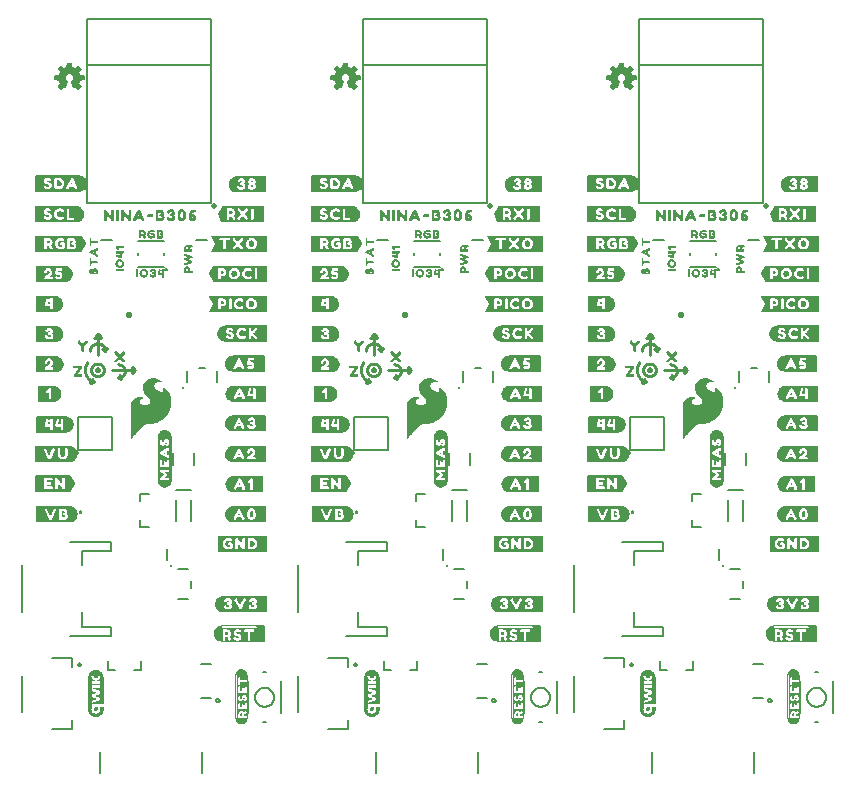
<source format=gto>
G04 EAGLE Gerber RS-274X export*
G75*
%MOMM*%
%FSLAX34Y34*%
%LPD*%
%INSilkscreen Top*%
%IPPOS*%
%AMOC8*
5,1,8,0,0,1.08239X$1,22.5*%
G01*
%ADD10C,0.254000*%
%ADD11C,0.203200*%
%ADD12C,0.152400*%
%ADD13C,0.254000*%
%ADD14C,0.177800*%
%ADD15C,0.127000*%
%ADD16C,0.508000*%
%ADD17C,0.560987*%

G36*
X564855Y304590D02*
X564855Y304590D01*
X564939Y304593D01*
X564940Y304593D01*
X564941Y304593D01*
X565019Y304636D01*
X565092Y304675D01*
X565092Y304676D01*
X565093Y304676D01*
X565097Y304682D01*
X565180Y304790D01*
X565253Y304935D01*
X565609Y305291D01*
X565616Y305302D01*
X565629Y305313D01*
X566229Y306013D01*
X566233Y306020D01*
X566240Y306027D01*
X566932Y306916D01*
X567823Y307906D01*
X567826Y307911D01*
X567832Y307917D01*
X568827Y309110D01*
X569920Y310303D01*
X571119Y311601D01*
X572419Y313001D01*
X572423Y313008D01*
X572430Y313014D01*
X573520Y314302D01*
X574602Y315384D01*
X575577Y316262D01*
X576529Y316928D01*
X577570Y317401D01*
X578591Y317680D01*
X582440Y317680D01*
X582460Y317685D01*
X582487Y317683D01*
X584887Y317983D01*
X584909Y317991D01*
X584940Y317993D01*
X587140Y318593D01*
X587163Y318605D01*
X587196Y318613D01*
X589196Y319513D01*
X589215Y319527D01*
X589243Y319539D01*
X591143Y320739D01*
X591154Y320749D01*
X591171Y320758D01*
X592871Y322058D01*
X592888Y322079D01*
X592917Y322100D01*
X594417Y323700D01*
X594425Y323714D01*
X594440Y323727D01*
X595840Y325527D01*
X595853Y325554D01*
X595878Y325586D01*
X597778Y329286D01*
X597786Y329317D01*
X597806Y329358D01*
X598806Y332958D01*
X598808Y332992D01*
X598820Y333038D01*
X599020Y336538D01*
X599014Y336570D01*
X599016Y336617D01*
X598516Y339917D01*
X598505Y339946D01*
X598498Y339988D01*
X597498Y342788D01*
X597484Y342809D01*
X597474Y342841D01*
X596174Y345241D01*
X596148Y345270D01*
X596109Y345329D01*
X594409Y347029D01*
X594379Y347047D01*
X594342Y347082D01*
X592742Y348082D01*
X592676Y348105D01*
X592612Y348133D01*
X592595Y348133D01*
X592578Y348138D01*
X592509Y348129D01*
X592439Y348127D01*
X592424Y348118D01*
X592406Y348116D01*
X592348Y348077D01*
X592287Y348044D01*
X592277Y348029D01*
X592262Y348019D01*
X592227Y347959D01*
X592187Y347902D01*
X592184Y347883D01*
X592176Y347869D01*
X592173Y347830D01*
X592160Y347760D01*
X592160Y347160D01*
X592167Y347130D01*
X592167Y347085D01*
X592253Y346654D01*
X592077Y345594D01*
X591838Y345196D01*
X591423Y344781D01*
X590862Y344540D01*
X590293Y344540D01*
X588978Y344916D01*
X588237Y345287D01*
X586875Y346260D01*
X586198Y346839D01*
X585739Y347298D01*
X585262Y348062D01*
X585259Y348065D01*
X585256Y348071D01*
X584889Y348622D01*
X584712Y349244D01*
X584625Y349760D01*
X584708Y350257D01*
X584887Y350704D01*
X585162Y351254D01*
X585516Y351696D01*
X586254Y352342D01*
X586632Y352531D01*
X586973Y352701D01*
X587707Y352885D01*
X588561Y352980D01*
X589793Y352980D01*
X590148Y352891D01*
X590184Y352891D01*
X590240Y352880D01*
X590340Y352880D01*
X590401Y352894D01*
X590464Y352900D01*
X590485Y352914D01*
X590509Y352919D01*
X590557Y352959D01*
X590610Y352993D01*
X590623Y353014D01*
X590642Y353029D01*
X590668Y353087D01*
X590701Y353140D01*
X590703Y353165D01*
X590713Y353188D01*
X590711Y353250D01*
X590717Y353313D01*
X590708Y353336D01*
X590707Y353361D01*
X590677Y353416D01*
X590654Y353475D01*
X590634Y353494D01*
X590624Y353513D01*
X590593Y353534D01*
X590551Y353576D01*
X590257Y353773D01*
X589561Y354269D01*
X589546Y354275D01*
X589532Y354288D01*
X588332Y354988D01*
X588308Y354996D01*
X588281Y355013D01*
X586781Y355613D01*
X586763Y355616D01*
X586742Y355626D01*
X584942Y356126D01*
X584908Y356128D01*
X584859Y356140D01*
X582859Y356240D01*
X582821Y356233D01*
X582756Y356231D01*
X580556Y355731D01*
X580522Y355714D01*
X580464Y355697D01*
X578164Y354497D01*
X578139Y354476D01*
X578098Y354454D01*
X576398Y353054D01*
X576375Y353023D01*
X576327Y352975D01*
X575227Y351375D01*
X575213Y351340D01*
X575181Y351287D01*
X574581Y349587D01*
X574578Y349552D01*
X574576Y349541D01*
X574567Y349522D01*
X574568Y349500D01*
X574560Y349460D01*
X574560Y347760D01*
X574569Y347722D01*
X574575Y347653D01*
X575075Y345953D01*
X575089Y345928D01*
X575100Y345890D01*
X576000Y344090D01*
X576019Y344067D01*
X576038Y344029D01*
X577338Y342329D01*
X577355Y342315D01*
X577371Y342291D01*
X579062Y340601D01*
X580318Y339151D01*
X580960Y337776D01*
X580960Y336517D01*
X580601Y335352D01*
X579789Y334450D01*
X578679Y333709D01*
X577387Y333340D01*
X575891Y333340D01*
X574851Y333624D01*
X574031Y333897D01*
X573398Y334439D01*
X572853Y334985D01*
X572596Y335498D01*
X572420Y336113D01*
X572420Y336698D01*
X572581Y337181D01*
X572828Y337510D01*
X573194Y337876D01*
X573673Y338259D01*
X574028Y338526D01*
X574481Y338707D01*
X574493Y338715D01*
X574510Y338720D01*
X574754Y338842D01*
X575110Y339020D01*
X575139Y339044D01*
X575209Y339091D01*
X575309Y339191D01*
X575322Y339213D01*
X575342Y339229D01*
X575368Y339286D01*
X575400Y339338D01*
X575403Y339364D01*
X575413Y339388D01*
X575411Y339449D01*
X575417Y339511D01*
X575408Y339535D01*
X575407Y339561D01*
X575377Y339615D01*
X575355Y339673D01*
X575336Y339690D01*
X575324Y339713D01*
X575274Y339748D01*
X575228Y339790D01*
X575203Y339798D01*
X575182Y339813D01*
X575098Y339829D01*
X575062Y339840D01*
X575052Y339838D01*
X575040Y339840D01*
X575002Y339840D01*
X574771Y339917D01*
X574281Y340113D01*
X574246Y340118D01*
X574194Y340136D01*
X573494Y340236D01*
X573470Y340234D01*
X573440Y340240D01*
X571640Y340240D01*
X571610Y340233D01*
X571565Y340233D01*
X570565Y340033D01*
X570555Y340028D01*
X570540Y340027D01*
X569440Y339727D01*
X569423Y339718D01*
X569399Y339713D01*
X568399Y339313D01*
X568372Y339294D01*
X568329Y339276D01*
X567429Y338676D01*
X567408Y338654D01*
X567371Y338629D01*
X566571Y337829D01*
X566560Y337811D01*
X566540Y337793D01*
X565840Y336893D01*
X565829Y336869D01*
X565806Y336842D01*
X565206Y335742D01*
X565197Y335709D01*
X565174Y335664D01*
X564774Y334264D01*
X564773Y334239D01*
X564763Y334207D01*
X564563Y332607D01*
X564564Y332595D01*
X564560Y332580D01*
X564460Y330680D01*
X564462Y330671D01*
X564460Y330660D01*
X564460Y304960D01*
X564480Y304875D01*
X564499Y304793D01*
X564499Y304792D01*
X564499Y304791D01*
X564556Y304723D01*
X564608Y304659D01*
X564609Y304658D01*
X564687Y304623D01*
X564766Y304587D01*
X564767Y304587D01*
X564768Y304587D01*
X564855Y304590D01*
G37*
G36*
X97495Y304590D02*
X97495Y304590D01*
X97579Y304593D01*
X97580Y304593D01*
X97581Y304593D01*
X97659Y304636D01*
X97732Y304675D01*
X97732Y304676D01*
X97733Y304676D01*
X97737Y304682D01*
X97820Y304790D01*
X97893Y304935D01*
X98249Y305291D01*
X98256Y305302D01*
X98269Y305313D01*
X98869Y306013D01*
X98873Y306020D01*
X98880Y306027D01*
X99572Y306916D01*
X100463Y307906D01*
X100466Y307911D01*
X100472Y307917D01*
X101467Y309110D01*
X102560Y310303D01*
X103759Y311601D01*
X105059Y313001D01*
X105063Y313008D01*
X105070Y313014D01*
X106160Y314302D01*
X107242Y315384D01*
X108217Y316262D01*
X109169Y316928D01*
X110210Y317401D01*
X111231Y317680D01*
X115080Y317680D01*
X115100Y317685D01*
X115127Y317683D01*
X117527Y317983D01*
X117549Y317991D01*
X117580Y317993D01*
X119780Y318593D01*
X119803Y318605D01*
X119836Y318613D01*
X121836Y319513D01*
X121855Y319527D01*
X121883Y319539D01*
X123783Y320739D01*
X123794Y320749D01*
X123811Y320758D01*
X125511Y322058D01*
X125528Y322079D01*
X125557Y322100D01*
X127057Y323700D01*
X127065Y323714D01*
X127080Y323727D01*
X128480Y325527D01*
X128493Y325554D01*
X128518Y325586D01*
X130418Y329286D01*
X130426Y329317D01*
X130446Y329358D01*
X131446Y332958D01*
X131448Y332992D01*
X131460Y333038D01*
X131660Y336538D01*
X131654Y336570D01*
X131656Y336617D01*
X131156Y339917D01*
X131145Y339946D01*
X131138Y339988D01*
X130138Y342788D01*
X130124Y342809D01*
X130114Y342841D01*
X128814Y345241D01*
X128788Y345270D01*
X128749Y345329D01*
X127049Y347029D01*
X127019Y347047D01*
X126982Y347082D01*
X125382Y348082D01*
X125316Y348105D01*
X125252Y348133D01*
X125235Y348133D01*
X125218Y348138D01*
X125149Y348129D01*
X125079Y348127D01*
X125064Y348118D01*
X125046Y348116D01*
X124988Y348077D01*
X124927Y348044D01*
X124917Y348029D01*
X124902Y348019D01*
X124867Y347959D01*
X124827Y347902D01*
X124824Y347883D01*
X124816Y347869D01*
X124813Y347830D01*
X124800Y347760D01*
X124800Y347160D01*
X124807Y347130D01*
X124807Y347085D01*
X124893Y346654D01*
X124717Y345594D01*
X124478Y345196D01*
X124063Y344781D01*
X123502Y344540D01*
X122933Y344540D01*
X121618Y344916D01*
X120877Y345287D01*
X119515Y346260D01*
X118838Y346839D01*
X118379Y347298D01*
X117902Y348062D01*
X117899Y348065D01*
X117896Y348071D01*
X117529Y348622D01*
X117352Y349244D01*
X117265Y349760D01*
X117348Y350257D01*
X117527Y350704D01*
X117802Y351254D01*
X118156Y351696D01*
X118894Y352342D01*
X119272Y352531D01*
X119613Y352701D01*
X120347Y352885D01*
X121201Y352980D01*
X122433Y352980D01*
X122788Y352891D01*
X122824Y352891D01*
X122880Y352880D01*
X122980Y352880D01*
X123041Y352894D01*
X123104Y352900D01*
X123125Y352914D01*
X123149Y352919D01*
X123197Y352959D01*
X123250Y352993D01*
X123263Y353014D01*
X123282Y353029D01*
X123308Y353087D01*
X123341Y353140D01*
X123343Y353165D01*
X123353Y353188D01*
X123351Y353250D01*
X123357Y353313D01*
X123348Y353336D01*
X123347Y353361D01*
X123317Y353416D01*
X123294Y353475D01*
X123274Y353494D01*
X123264Y353513D01*
X123233Y353534D01*
X123191Y353576D01*
X122897Y353773D01*
X122201Y354269D01*
X122186Y354275D01*
X122172Y354288D01*
X120972Y354988D01*
X120948Y354996D01*
X120921Y355013D01*
X119421Y355613D01*
X119403Y355616D01*
X119382Y355626D01*
X117582Y356126D01*
X117548Y356128D01*
X117499Y356140D01*
X115499Y356240D01*
X115461Y356233D01*
X115396Y356231D01*
X113196Y355731D01*
X113162Y355714D01*
X113104Y355697D01*
X110804Y354497D01*
X110779Y354476D01*
X110738Y354454D01*
X109038Y353054D01*
X109015Y353023D01*
X108967Y352975D01*
X107867Y351375D01*
X107853Y351340D01*
X107821Y351287D01*
X107221Y349587D01*
X107218Y349552D01*
X107216Y349541D01*
X107207Y349522D01*
X107208Y349500D01*
X107200Y349460D01*
X107200Y347760D01*
X107209Y347722D01*
X107215Y347653D01*
X107715Y345953D01*
X107729Y345928D01*
X107740Y345890D01*
X108640Y344090D01*
X108659Y344067D01*
X108678Y344029D01*
X109978Y342329D01*
X109995Y342315D01*
X110011Y342291D01*
X111702Y340601D01*
X112958Y339151D01*
X113600Y337776D01*
X113600Y336517D01*
X113241Y335352D01*
X112429Y334450D01*
X111319Y333709D01*
X110027Y333340D01*
X108531Y333340D01*
X107491Y333624D01*
X106671Y333897D01*
X106038Y334439D01*
X105493Y334985D01*
X105236Y335498D01*
X105060Y336113D01*
X105060Y336698D01*
X105221Y337181D01*
X105468Y337510D01*
X105834Y337876D01*
X106313Y338259D01*
X106668Y338526D01*
X107121Y338707D01*
X107133Y338715D01*
X107150Y338720D01*
X107394Y338842D01*
X107750Y339020D01*
X107779Y339044D01*
X107849Y339091D01*
X107949Y339191D01*
X107962Y339213D01*
X107982Y339229D01*
X108008Y339286D01*
X108040Y339338D01*
X108043Y339364D01*
X108053Y339388D01*
X108051Y339449D01*
X108057Y339511D01*
X108048Y339535D01*
X108047Y339561D01*
X108017Y339615D01*
X107995Y339673D01*
X107976Y339690D01*
X107964Y339713D01*
X107914Y339748D01*
X107868Y339790D01*
X107843Y339798D01*
X107822Y339813D01*
X107738Y339829D01*
X107702Y339840D01*
X107692Y339838D01*
X107680Y339840D01*
X107642Y339840D01*
X107411Y339917D01*
X106921Y340113D01*
X106886Y340118D01*
X106834Y340136D01*
X106134Y340236D01*
X106110Y340234D01*
X106080Y340240D01*
X104280Y340240D01*
X104250Y340233D01*
X104205Y340233D01*
X103205Y340033D01*
X103195Y340028D01*
X103180Y340027D01*
X102080Y339727D01*
X102063Y339718D01*
X102039Y339713D01*
X101039Y339313D01*
X101012Y339294D01*
X100969Y339276D01*
X100069Y338676D01*
X100048Y338654D01*
X100011Y338629D01*
X99211Y337829D01*
X99200Y337811D01*
X99180Y337793D01*
X98480Y336893D01*
X98469Y336869D01*
X98446Y336842D01*
X97846Y335742D01*
X97837Y335709D01*
X97814Y335664D01*
X97414Y334264D01*
X97413Y334239D01*
X97403Y334207D01*
X97203Y332607D01*
X97204Y332595D01*
X97200Y332580D01*
X97100Y330680D01*
X97102Y330671D01*
X97100Y330660D01*
X97100Y304960D01*
X97120Y304875D01*
X97139Y304793D01*
X97139Y304792D01*
X97139Y304791D01*
X97196Y304723D01*
X97248Y304659D01*
X97249Y304658D01*
X97327Y304623D01*
X97406Y304587D01*
X97407Y304587D01*
X97408Y304587D01*
X97495Y304590D01*
G37*
G36*
X331175Y304590D02*
X331175Y304590D01*
X331259Y304593D01*
X331260Y304593D01*
X331261Y304593D01*
X331339Y304636D01*
X331412Y304675D01*
X331412Y304676D01*
X331413Y304676D01*
X331417Y304682D01*
X331500Y304790D01*
X331573Y304935D01*
X331929Y305291D01*
X331936Y305302D01*
X331949Y305313D01*
X332549Y306013D01*
X332553Y306020D01*
X332560Y306027D01*
X333252Y306916D01*
X334143Y307906D01*
X334146Y307911D01*
X334152Y307917D01*
X335147Y309110D01*
X336240Y310303D01*
X337439Y311601D01*
X338739Y313001D01*
X338743Y313008D01*
X338750Y313014D01*
X339840Y314302D01*
X340922Y315384D01*
X341897Y316262D01*
X342849Y316928D01*
X343890Y317401D01*
X344911Y317680D01*
X348760Y317680D01*
X348780Y317685D01*
X348807Y317683D01*
X351207Y317983D01*
X351229Y317991D01*
X351260Y317993D01*
X353460Y318593D01*
X353483Y318605D01*
X353516Y318613D01*
X355516Y319513D01*
X355535Y319527D01*
X355563Y319539D01*
X357463Y320739D01*
X357474Y320749D01*
X357491Y320758D01*
X359191Y322058D01*
X359208Y322079D01*
X359237Y322100D01*
X360737Y323700D01*
X360745Y323714D01*
X360760Y323727D01*
X362160Y325527D01*
X362173Y325554D01*
X362198Y325586D01*
X364098Y329286D01*
X364106Y329317D01*
X364126Y329358D01*
X365126Y332958D01*
X365128Y332992D01*
X365140Y333038D01*
X365340Y336538D01*
X365334Y336570D01*
X365336Y336617D01*
X364836Y339917D01*
X364825Y339946D01*
X364818Y339988D01*
X363818Y342788D01*
X363804Y342809D01*
X363794Y342841D01*
X362494Y345241D01*
X362468Y345270D01*
X362429Y345329D01*
X360729Y347029D01*
X360699Y347047D01*
X360662Y347082D01*
X359062Y348082D01*
X358996Y348105D01*
X358932Y348133D01*
X358915Y348133D01*
X358898Y348138D01*
X358829Y348129D01*
X358759Y348127D01*
X358744Y348118D01*
X358726Y348116D01*
X358668Y348077D01*
X358607Y348044D01*
X358597Y348029D01*
X358582Y348019D01*
X358547Y347959D01*
X358507Y347902D01*
X358504Y347883D01*
X358496Y347869D01*
X358493Y347830D01*
X358480Y347760D01*
X358480Y347160D01*
X358487Y347130D01*
X358487Y347085D01*
X358573Y346654D01*
X358397Y345594D01*
X358158Y345196D01*
X357743Y344781D01*
X357182Y344540D01*
X356613Y344540D01*
X355298Y344916D01*
X354557Y345287D01*
X353195Y346260D01*
X352518Y346839D01*
X352059Y347298D01*
X351582Y348062D01*
X351579Y348065D01*
X351576Y348071D01*
X351209Y348622D01*
X351032Y349244D01*
X350945Y349760D01*
X351028Y350257D01*
X351207Y350704D01*
X351482Y351254D01*
X351836Y351696D01*
X352574Y352342D01*
X352952Y352531D01*
X353293Y352701D01*
X354027Y352885D01*
X354881Y352980D01*
X356113Y352980D01*
X356468Y352891D01*
X356504Y352891D01*
X356560Y352880D01*
X356660Y352880D01*
X356721Y352894D01*
X356784Y352900D01*
X356805Y352914D01*
X356829Y352919D01*
X356877Y352959D01*
X356930Y352993D01*
X356943Y353014D01*
X356962Y353029D01*
X356988Y353087D01*
X357021Y353140D01*
X357023Y353165D01*
X357033Y353188D01*
X357031Y353250D01*
X357037Y353313D01*
X357028Y353336D01*
X357027Y353361D01*
X356997Y353416D01*
X356974Y353475D01*
X356954Y353494D01*
X356944Y353513D01*
X356913Y353534D01*
X356871Y353576D01*
X356577Y353773D01*
X355881Y354269D01*
X355866Y354275D01*
X355852Y354288D01*
X354652Y354988D01*
X354628Y354996D01*
X354601Y355013D01*
X353101Y355613D01*
X353083Y355616D01*
X353062Y355626D01*
X351262Y356126D01*
X351228Y356128D01*
X351179Y356140D01*
X349179Y356240D01*
X349141Y356233D01*
X349076Y356231D01*
X346876Y355731D01*
X346842Y355714D01*
X346784Y355697D01*
X344484Y354497D01*
X344459Y354476D01*
X344418Y354454D01*
X342718Y353054D01*
X342695Y353023D01*
X342647Y352975D01*
X341547Y351375D01*
X341533Y351340D01*
X341501Y351287D01*
X340901Y349587D01*
X340898Y349552D01*
X340896Y349541D01*
X340887Y349522D01*
X340888Y349500D01*
X340880Y349460D01*
X340880Y347760D01*
X340889Y347722D01*
X340895Y347653D01*
X341395Y345953D01*
X341409Y345928D01*
X341420Y345890D01*
X342320Y344090D01*
X342339Y344067D01*
X342358Y344029D01*
X343658Y342329D01*
X343675Y342315D01*
X343691Y342291D01*
X345382Y340601D01*
X346638Y339151D01*
X347280Y337776D01*
X347280Y336517D01*
X346921Y335352D01*
X346109Y334450D01*
X344999Y333709D01*
X343707Y333340D01*
X342211Y333340D01*
X341171Y333624D01*
X340351Y333897D01*
X339718Y334439D01*
X339173Y334985D01*
X338916Y335498D01*
X338740Y336113D01*
X338740Y336698D01*
X338901Y337181D01*
X339148Y337510D01*
X339514Y337876D01*
X339993Y338259D01*
X340348Y338526D01*
X340801Y338707D01*
X340813Y338715D01*
X340830Y338720D01*
X341074Y338842D01*
X341430Y339020D01*
X341459Y339044D01*
X341529Y339091D01*
X341629Y339191D01*
X341642Y339213D01*
X341662Y339229D01*
X341688Y339286D01*
X341720Y339338D01*
X341723Y339364D01*
X341733Y339388D01*
X341731Y339449D01*
X341737Y339511D01*
X341728Y339535D01*
X341727Y339561D01*
X341697Y339615D01*
X341675Y339673D01*
X341656Y339690D01*
X341644Y339713D01*
X341594Y339748D01*
X341548Y339790D01*
X341523Y339798D01*
X341502Y339813D01*
X341418Y339829D01*
X341382Y339840D01*
X341372Y339838D01*
X341360Y339840D01*
X341322Y339840D01*
X341091Y339917D01*
X340601Y340113D01*
X340566Y340118D01*
X340514Y340136D01*
X339814Y340236D01*
X339790Y340234D01*
X339760Y340240D01*
X337960Y340240D01*
X337930Y340233D01*
X337885Y340233D01*
X336885Y340033D01*
X336875Y340028D01*
X336860Y340027D01*
X335760Y339727D01*
X335743Y339718D01*
X335719Y339713D01*
X334719Y339313D01*
X334692Y339294D01*
X334649Y339276D01*
X333749Y338676D01*
X333728Y338654D01*
X333691Y338629D01*
X332891Y337829D01*
X332880Y337811D01*
X332860Y337793D01*
X332160Y336893D01*
X332149Y336869D01*
X332126Y336842D01*
X331526Y335742D01*
X331517Y335709D01*
X331494Y335664D01*
X331094Y334264D01*
X331093Y334239D01*
X331083Y334207D01*
X330883Y332607D01*
X330884Y332595D01*
X330880Y332580D01*
X330780Y330680D01*
X330782Y330671D01*
X330780Y330660D01*
X330780Y304960D01*
X330800Y304875D01*
X330819Y304793D01*
X330819Y304792D01*
X330819Y304791D01*
X330876Y304723D01*
X330928Y304659D01*
X330929Y304658D01*
X331007Y304623D01*
X331086Y304587D01*
X331087Y304587D01*
X331088Y304587D01*
X331175Y304590D01*
G37*
G36*
X445791Y412159D02*
X445791Y412159D01*
X445798Y412154D01*
X446298Y412354D01*
X446313Y412378D01*
X446320Y412384D01*
X446318Y412387D01*
X446323Y412395D01*
X446329Y412400D01*
X446329Y425300D01*
X446321Y425311D01*
X446326Y425318D01*
X446126Y425818D01*
X446085Y425843D01*
X446080Y425849D01*
X397380Y425849D01*
X397379Y425848D01*
X397378Y425849D01*
X397375Y425846D01*
X397333Y425813D01*
X397337Y425808D01*
X397335Y425806D01*
X397342Y425797D01*
X397333Y425784D01*
X397533Y425184D01*
X397538Y425181D01*
X397536Y425178D01*
X400529Y419192D01*
X400433Y418615D01*
X397436Y412522D01*
X397438Y412511D01*
X397436Y412509D01*
X397439Y412504D01*
X397443Y412484D01*
X397439Y412473D01*
X397639Y412173D01*
X397672Y412161D01*
X397680Y412151D01*
X445780Y412151D01*
X445791Y412159D01*
G37*
G36*
X212111Y412159D02*
X212111Y412159D01*
X212118Y412154D01*
X212618Y412354D01*
X212633Y412378D01*
X212640Y412384D01*
X212638Y412387D01*
X212643Y412395D01*
X212649Y412400D01*
X212649Y425300D01*
X212641Y425311D01*
X212646Y425318D01*
X212446Y425818D01*
X212405Y425843D01*
X212400Y425849D01*
X163700Y425849D01*
X163699Y425848D01*
X163698Y425849D01*
X163695Y425846D01*
X163653Y425813D01*
X163657Y425808D01*
X163655Y425806D01*
X163662Y425797D01*
X163653Y425784D01*
X163853Y425184D01*
X163858Y425181D01*
X163856Y425178D01*
X166849Y419192D01*
X166753Y418615D01*
X163756Y412522D01*
X163758Y412511D01*
X163756Y412509D01*
X163759Y412504D01*
X163763Y412484D01*
X163759Y412473D01*
X163959Y412173D01*
X163992Y412161D01*
X164000Y412151D01*
X212100Y412151D01*
X212111Y412159D01*
G37*
G36*
X679471Y412159D02*
X679471Y412159D01*
X679478Y412154D01*
X679978Y412354D01*
X679993Y412378D01*
X680000Y412384D01*
X679998Y412387D01*
X680003Y412395D01*
X680009Y412400D01*
X680009Y425300D01*
X680001Y425311D01*
X680006Y425318D01*
X679806Y425818D01*
X679765Y425843D01*
X679760Y425849D01*
X631060Y425849D01*
X631059Y425848D01*
X631058Y425849D01*
X631055Y425846D01*
X631013Y425813D01*
X631017Y425808D01*
X631015Y425806D01*
X631022Y425797D01*
X631013Y425784D01*
X631213Y425184D01*
X631218Y425181D01*
X631216Y425178D01*
X634209Y419192D01*
X634113Y418615D01*
X631116Y412522D01*
X631118Y412511D01*
X631116Y412509D01*
X631119Y412504D01*
X631123Y412484D01*
X631119Y412473D01*
X631319Y412173D01*
X631352Y412161D01*
X631360Y412151D01*
X679460Y412151D01*
X679471Y412159D01*
G37*
G36*
X679471Y437759D02*
X679471Y437759D01*
X679478Y437754D01*
X679978Y437954D01*
X679993Y437978D01*
X680000Y437984D01*
X679998Y437987D01*
X680003Y437995D01*
X680009Y438000D01*
X680009Y450900D01*
X680001Y450911D01*
X680006Y450918D01*
X679806Y451418D01*
X679765Y451443D01*
X679760Y451449D01*
X634460Y451449D01*
X634427Y451424D01*
X634416Y451422D01*
X634116Y450822D01*
X631016Y444823D01*
X631019Y444810D01*
X631015Y444807D01*
X631020Y444800D01*
X631021Y444796D01*
X631013Y444784D01*
X631213Y444184D01*
X631217Y444182D01*
X631216Y444178D01*
X634216Y438078D01*
X634233Y438069D01*
X634235Y438058D01*
X634735Y437758D01*
X634753Y437760D01*
X634760Y437751D01*
X679460Y437751D01*
X679471Y437759D01*
G37*
G36*
X212111Y437759D02*
X212111Y437759D01*
X212118Y437754D01*
X212618Y437954D01*
X212633Y437978D01*
X212640Y437984D01*
X212638Y437987D01*
X212643Y437995D01*
X212649Y438000D01*
X212649Y450900D01*
X212641Y450911D01*
X212646Y450918D01*
X212446Y451418D01*
X212405Y451443D01*
X212400Y451449D01*
X167100Y451449D01*
X167067Y451424D01*
X167056Y451422D01*
X166756Y450822D01*
X163656Y444823D01*
X163659Y444810D01*
X163655Y444807D01*
X163660Y444800D01*
X163661Y444796D01*
X163653Y444784D01*
X163853Y444184D01*
X163857Y444182D01*
X163856Y444178D01*
X166856Y438078D01*
X166873Y438069D01*
X166875Y438058D01*
X167375Y437758D01*
X167393Y437760D01*
X167400Y437751D01*
X212100Y437751D01*
X212111Y437759D01*
G37*
G36*
X445791Y437759D02*
X445791Y437759D01*
X445798Y437754D01*
X446298Y437954D01*
X446313Y437978D01*
X446320Y437984D01*
X446318Y437987D01*
X446323Y437995D01*
X446329Y438000D01*
X446329Y450900D01*
X446321Y450911D01*
X446326Y450918D01*
X446126Y451418D01*
X446085Y451443D01*
X446080Y451449D01*
X400780Y451449D01*
X400747Y451424D01*
X400736Y451422D01*
X400436Y450822D01*
X397336Y444823D01*
X397339Y444810D01*
X397335Y444807D01*
X397340Y444800D01*
X397341Y444796D01*
X397333Y444784D01*
X397533Y444184D01*
X397537Y444182D01*
X397536Y444178D01*
X400536Y438078D01*
X400553Y438069D01*
X400555Y438058D01*
X401055Y437758D01*
X401073Y437760D01*
X401080Y437751D01*
X445780Y437751D01*
X445791Y437759D01*
G37*
G36*
X212547Y463187D02*
X212547Y463187D01*
X212545Y463190D01*
X212549Y463192D01*
X212649Y463792D01*
X212646Y463797D01*
X212649Y463800D01*
X212649Y476700D01*
X212613Y476747D01*
X212610Y476745D01*
X212608Y476749D01*
X212008Y476849D01*
X212003Y476846D01*
X212000Y476849D01*
X172100Y476849D01*
X172053Y476813D01*
X172056Y476808D01*
X172054Y476806D01*
X172059Y476799D01*
X172053Y476792D01*
X172048Y476811D01*
X172002Y476849D01*
X172001Y476848D01*
X172000Y476849D01*
X165300Y476849D01*
X165296Y476846D01*
X165291Y476848D01*
X165286Y476839D01*
X165253Y476813D01*
X165257Y476807D01*
X165256Y476806D01*
X165264Y476795D01*
X165256Y476778D01*
X168547Y470096D01*
X168354Y469519D01*
X165356Y463422D01*
X165358Y463411D01*
X165357Y463410D01*
X165358Y463409D01*
X165367Y463363D01*
X165372Y463364D01*
X165373Y463359D01*
X165673Y463159D01*
X165693Y463160D01*
X165700Y463151D01*
X212500Y463151D01*
X212547Y463187D01*
G37*
G36*
X446227Y463187D02*
X446227Y463187D01*
X446225Y463190D01*
X446229Y463192D01*
X446329Y463792D01*
X446326Y463797D01*
X446329Y463800D01*
X446329Y476700D01*
X446293Y476747D01*
X446290Y476745D01*
X446288Y476749D01*
X445688Y476849D01*
X445683Y476846D01*
X445680Y476849D01*
X405780Y476849D01*
X405733Y476813D01*
X405736Y476808D01*
X405734Y476806D01*
X405739Y476799D01*
X405733Y476792D01*
X405728Y476811D01*
X405682Y476849D01*
X405681Y476848D01*
X405680Y476849D01*
X398980Y476849D01*
X398976Y476846D01*
X398971Y476848D01*
X398966Y476839D01*
X398933Y476813D01*
X398937Y476807D01*
X398936Y476806D01*
X398944Y476795D01*
X398936Y476778D01*
X402227Y470096D01*
X402034Y469519D01*
X399036Y463422D01*
X399038Y463411D01*
X399037Y463410D01*
X399038Y463409D01*
X399047Y463363D01*
X399052Y463364D01*
X399053Y463359D01*
X399353Y463159D01*
X399373Y463160D01*
X399380Y463151D01*
X446180Y463151D01*
X446227Y463187D01*
G37*
G36*
X679907Y463187D02*
X679907Y463187D01*
X679905Y463190D01*
X679909Y463192D01*
X680009Y463792D01*
X680006Y463797D01*
X680009Y463800D01*
X680009Y476700D01*
X679973Y476747D01*
X679970Y476745D01*
X679968Y476749D01*
X679368Y476849D01*
X679363Y476846D01*
X679360Y476849D01*
X639460Y476849D01*
X639413Y476813D01*
X639416Y476808D01*
X639414Y476806D01*
X639419Y476799D01*
X639413Y476792D01*
X639408Y476811D01*
X639362Y476849D01*
X639361Y476848D01*
X639360Y476849D01*
X632660Y476849D01*
X632656Y476846D01*
X632651Y476848D01*
X632646Y476839D01*
X632613Y476813D01*
X632617Y476807D01*
X632616Y476806D01*
X632624Y476795D01*
X632616Y476778D01*
X635907Y470096D01*
X635714Y469519D01*
X632716Y463422D01*
X632718Y463411D01*
X632717Y463410D01*
X632718Y463409D01*
X632727Y463363D01*
X632732Y463364D01*
X632733Y463359D01*
X633033Y463159D01*
X633053Y463160D01*
X633060Y463151D01*
X679860Y463151D01*
X679907Y463187D01*
G37*
G36*
X287684Y514154D02*
X287684Y514154D01*
X287687Y514151D01*
X288387Y514251D01*
X288388Y514252D01*
X288388Y514251D01*
X288988Y514351D01*
X289687Y514451D01*
X289695Y514459D01*
X289702Y514456D01*
X291502Y515356D01*
X291505Y515363D01*
X291511Y515362D01*
X292011Y515762D01*
X292012Y515766D01*
X292015Y515765D01*
X293015Y516765D01*
X293015Y516769D01*
X293018Y516769D01*
X293418Y517269D01*
X293419Y517277D01*
X293424Y517278D01*
X294024Y518478D01*
X294023Y518485D01*
X294027Y518486D01*
X294227Y519185D01*
X294427Y519784D01*
X294423Y519795D01*
X294429Y519800D01*
X294429Y521900D01*
X294426Y521905D01*
X294429Y521908D01*
X294329Y522508D01*
X294325Y522511D01*
X294327Y522514D01*
X294127Y523214D01*
X294122Y523218D01*
X294124Y523222D01*
X293224Y525022D01*
X293214Y525027D01*
X293215Y525035D01*
X292717Y525533D01*
X292318Y526031D01*
X292308Y526033D01*
X292307Y526041D01*
X291709Y526440D01*
X291211Y526838D01*
X291203Y526839D01*
X291202Y526844D01*
X290002Y527444D01*
X289995Y527443D01*
X289994Y527447D01*
X289294Y527647D01*
X289290Y527646D01*
X289288Y527649D01*
X288688Y527749D01*
X288687Y527748D01*
X288687Y527749D01*
X287987Y527849D01*
X287982Y527846D01*
X287980Y527849D01*
X250380Y527849D01*
X250354Y527830D01*
X250341Y527830D01*
X250041Y527430D01*
X250041Y527418D01*
X250033Y527412D01*
X250038Y527405D01*
X250031Y527400D01*
X250031Y514500D01*
X250050Y514474D01*
X250050Y514461D01*
X250450Y514161D01*
X250472Y514161D01*
X250480Y514151D01*
X287680Y514151D01*
X287684Y514154D01*
G37*
G36*
X54004Y514154D02*
X54004Y514154D01*
X54007Y514151D01*
X54707Y514251D01*
X54708Y514252D01*
X54708Y514251D01*
X55308Y514351D01*
X56007Y514451D01*
X56015Y514459D01*
X56022Y514456D01*
X57822Y515356D01*
X57825Y515363D01*
X57831Y515362D01*
X58331Y515762D01*
X58332Y515766D01*
X58335Y515765D01*
X59335Y516765D01*
X59335Y516769D01*
X59338Y516769D01*
X59738Y517269D01*
X59739Y517277D01*
X59744Y517278D01*
X60344Y518478D01*
X60343Y518485D01*
X60347Y518486D01*
X60547Y519185D01*
X60747Y519784D01*
X60743Y519795D01*
X60749Y519800D01*
X60749Y521900D01*
X60746Y521905D01*
X60749Y521908D01*
X60649Y522508D01*
X60645Y522511D01*
X60647Y522514D01*
X60447Y523214D01*
X60442Y523218D01*
X60444Y523222D01*
X59544Y525022D01*
X59534Y525027D01*
X59535Y525035D01*
X59037Y525533D01*
X58638Y526031D01*
X58628Y526033D01*
X58627Y526041D01*
X58029Y526440D01*
X57531Y526838D01*
X57523Y526839D01*
X57522Y526844D01*
X56322Y527444D01*
X56315Y527443D01*
X56314Y527447D01*
X55614Y527647D01*
X55610Y527646D01*
X55608Y527649D01*
X55008Y527749D01*
X55007Y527748D01*
X55007Y527749D01*
X54307Y527849D01*
X54302Y527846D01*
X54300Y527849D01*
X16700Y527849D01*
X16674Y527830D01*
X16661Y527830D01*
X16361Y527430D01*
X16361Y527418D01*
X16353Y527412D01*
X16358Y527405D01*
X16351Y527400D01*
X16351Y514500D01*
X16370Y514474D01*
X16370Y514461D01*
X16770Y514161D01*
X16792Y514161D01*
X16800Y514151D01*
X54000Y514151D01*
X54004Y514154D01*
G37*
G36*
X521364Y514154D02*
X521364Y514154D01*
X521367Y514151D01*
X522067Y514251D01*
X522068Y514252D01*
X522068Y514251D01*
X522668Y514351D01*
X523367Y514451D01*
X523375Y514459D01*
X523382Y514456D01*
X525182Y515356D01*
X525185Y515363D01*
X525191Y515362D01*
X525691Y515762D01*
X525692Y515766D01*
X525695Y515765D01*
X526695Y516765D01*
X526695Y516769D01*
X526698Y516769D01*
X527098Y517269D01*
X527099Y517277D01*
X527104Y517278D01*
X527704Y518478D01*
X527703Y518485D01*
X527707Y518486D01*
X527907Y519185D01*
X528107Y519784D01*
X528103Y519795D01*
X528109Y519800D01*
X528109Y521900D01*
X528106Y521905D01*
X528109Y521908D01*
X528009Y522508D01*
X528005Y522511D01*
X528007Y522514D01*
X527807Y523214D01*
X527802Y523218D01*
X527804Y523222D01*
X526904Y525022D01*
X526894Y525027D01*
X526895Y525035D01*
X526397Y525533D01*
X525998Y526031D01*
X525988Y526033D01*
X525987Y526041D01*
X525389Y526440D01*
X524891Y526838D01*
X524883Y526839D01*
X524882Y526844D01*
X523682Y527444D01*
X523675Y527443D01*
X523674Y527447D01*
X522974Y527647D01*
X522970Y527646D01*
X522968Y527649D01*
X522368Y527749D01*
X522367Y527748D01*
X522367Y527749D01*
X521667Y527849D01*
X521662Y527846D01*
X521660Y527849D01*
X484060Y527849D01*
X484034Y527830D01*
X484021Y527830D01*
X483721Y527430D01*
X483721Y527418D01*
X483713Y527412D01*
X483718Y527405D01*
X483711Y527400D01*
X483711Y514500D01*
X483730Y514474D01*
X483730Y514461D01*
X484130Y514161D01*
X484152Y514161D01*
X484160Y514151D01*
X521360Y514151D01*
X521364Y514154D01*
G37*
G36*
X212547Y158187D02*
X212547Y158187D01*
X212545Y158190D01*
X212549Y158192D01*
X212649Y158792D01*
X212646Y158797D01*
X212649Y158800D01*
X212649Y171600D01*
X212620Y171638D01*
X212618Y171646D01*
X212118Y171846D01*
X212106Y171842D01*
X212105Y171842D01*
X212100Y171849D01*
X175500Y171849D01*
X175496Y171846D01*
X175493Y171849D01*
X174793Y171749D01*
X174792Y171748D01*
X174792Y171749D01*
X174192Y171649D01*
X173493Y171549D01*
X173485Y171541D01*
X173478Y171544D01*
X172881Y171246D01*
X172284Y171047D01*
X172279Y171039D01*
X172273Y171041D01*
X171073Y170241D01*
X171070Y170234D01*
X171065Y170235D01*
X170565Y169735D01*
X170565Y169731D01*
X170562Y169731D01*
X169762Y168731D01*
X169761Y168723D01*
X169756Y168722D01*
X169156Y167522D01*
X169157Y167515D01*
X169153Y167514D01*
X168953Y166815D01*
X168753Y166216D01*
X168755Y166209D01*
X168751Y166207D01*
X168651Y165507D01*
X168653Y165503D01*
X168653Y165502D01*
X168651Y165500D01*
X168651Y164800D01*
X168654Y164796D01*
X168651Y164793D01*
X168751Y164093D01*
X168752Y164092D01*
X168751Y164092D01*
X168851Y163492D01*
X168855Y163489D01*
X168853Y163486D01*
X169053Y162786D01*
X169054Y162785D01*
X169053Y162784D01*
X169253Y162184D01*
X169258Y162181D01*
X169256Y162178D01*
X169556Y161578D01*
X169560Y161576D01*
X169559Y161573D01*
X169959Y160973D01*
X169962Y160972D01*
X169962Y160969D01*
X170362Y160469D01*
X170366Y160468D01*
X170365Y160465D01*
X170865Y159965D01*
X170869Y159965D01*
X170869Y159962D01*
X171369Y159562D01*
X171373Y159561D01*
X171373Y159559D01*
X171973Y159159D01*
X171977Y159159D01*
X171978Y159156D01*
X173178Y158556D01*
X173185Y158557D01*
X173186Y158553D01*
X173886Y158353D01*
X173890Y158354D01*
X173892Y158351D01*
X174492Y158251D01*
X174493Y158252D01*
X174493Y158251D01*
X175193Y158151D01*
X175198Y158154D01*
X175200Y158151D01*
X212500Y158151D01*
X212547Y158187D01*
G37*
G36*
X679907Y158187D02*
X679907Y158187D01*
X679905Y158190D01*
X679909Y158192D01*
X680009Y158792D01*
X680006Y158797D01*
X680009Y158800D01*
X680009Y171600D01*
X679980Y171638D01*
X679978Y171646D01*
X679478Y171846D01*
X679466Y171842D01*
X679465Y171842D01*
X679460Y171849D01*
X642860Y171849D01*
X642856Y171846D01*
X642853Y171849D01*
X642153Y171749D01*
X642152Y171748D01*
X642152Y171749D01*
X641552Y171649D01*
X640853Y171549D01*
X640845Y171541D01*
X640838Y171544D01*
X640241Y171246D01*
X639644Y171047D01*
X639639Y171039D01*
X639633Y171041D01*
X638433Y170241D01*
X638430Y170234D01*
X638425Y170235D01*
X637925Y169735D01*
X637925Y169731D01*
X637922Y169731D01*
X637122Y168731D01*
X637121Y168723D01*
X637116Y168722D01*
X636516Y167522D01*
X636517Y167515D01*
X636513Y167514D01*
X636313Y166815D01*
X636113Y166216D01*
X636115Y166209D01*
X636111Y166207D01*
X636011Y165507D01*
X636013Y165503D01*
X636013Y165502D01*
X636011Y165500D01*
X636011Y164800D01*
X636014Y164796D01*
X636011Y164793D01*
X636111Y164093D01*
X636112Y164092D01*
X636111Y164092D01*
X636211Y163492D01*
X636215Y163489D01*
X636213Y163486D01*
X636413Y162786D01*
X636414Y162785D01*
X636413Y162784D01*
X636613Y162184D01*
X636618Y162181D01*
X636616Y162178D01*
X636916Y161578D01*
X636920Y161576D01*
X636919Y161573D01*
X637319Y160973D01*
X637322Y160972D01*
X637322Y160969D01*
X637722Y160469D01*
X637726Y160468D01*
X637725Y160465D01*
X638225Y159965D01*
X638229Y159965D01*
X638229Y159962D01*
X638729Y159562D01*
X638733Y159561D01*
X638733Y159559D01*
X639333Y159159D01*
X639337Y159159D01*
X639338Y159156D01*
X640538Y158556D01*
X640545Y158557D01*
X640546Y158553D01*
X641246Y158353D01*
X641250Y158354D01*
X641252Y158351D01*
X641852Y158251D01*
X641853Y158252D01*
X641853Y158251D01*
X642553Y158151D01*
X642558Y158154D01*
X642560Y158151D01*
X679860Y158151D01*
X679907Y158187D01*
G37*
G36*
X446227Y158187D02*
X446227Y158187D01*
X446225Y158190D01*
X446229Y158192D01*
X446329Y158792D01*
X446326Y158797D01*
X446329Y158800D01*
X446329Y171600D01*
X446300Y171638D01*
X446298Y171646D01*
X445798Y171846D01*
X445786Y171842D01*
X445785Y171842D01*
X445780Y171849D01*
X409180Y171849D01*
X409176Y171846D01*
X409173Y171849D01*
X408473Y171749D01*
X408472Y171748D01*
X408472Y171749D01*
X407872Y171649D01*
X407173Y171549D01*
X407165Y171541D01*
X407158Y171544D01*
X406561Y171246D01*
X405964Y171047D01*
X405959Y171039D01*
X405953Y171041D01*
X404753Y170241D01*
X404750Y170234D01*
X404745Y170235D01*
X404245Y169735D01*
X404245Y169731D01*
X404242Y169731D01*
X403442Y168731D01*
X403441Y168723D01*
X403436Y168722D01*
X402836Y167522D01*
X402837Y167515D01*
X402833Y167514D01*
X402633Y166815D01*
X402433Y166216D01*
X402435Y166209D01*
X402431Y166207D01*
X402331Y165507D01*
X402333Y165503D01*
X402333Y165502D01*
X402331Y165500D01*
X402331Y164800D01*
X402334Y164796D01*
X402331Y164793D01*
X402431Y164093D01*
X402432Y164092D01*
X402431Y164092D01*
X402531Y163492D01*
X402535Y163489D01*
X402533Y163486D01*
X402733Y162786D01*
X402734Y162785D01*
X402733Y162784D01*
X402933Y162184D01*
X402938Y162181D01*
X402936Y162178D01*
X403236Y161578D01*
X403240Y161576D01*
X403239Y161573D01*
X403639Y160973D01*
X403642Y160972D01*
X403642Y160969D01*
X404042Y160469D01*
X404046Y160468D01*
X404045Y160465D01*
X404545Y159965D01*
X404549Y159965D01*
X404549Y159962D01*
X405049Y159562D01*
X405053Y159561D01*
X405053Y159559D01*
X405653Y159159D01*
X405657Y159159D01*
X405658Y159156D01*
X406858Y158556D01*
X406865Y158557D01*
X406866Y158553D01*
X407566Y158353D01*
X407570Y158354D01*
X407572Y158351D01*
X408172Y158251D01*
X408173Y158252D01*
X408173Y158251D01*
X408873Y158151D01*
X408878Y158154D01*
X408880Y158151D01*
X446180Y158151D01*
X446227Y158187D01*
G37*
G36*
X210326Y133170D02*
X210326Y133170D01*
X210339Y133170D01*
X210639Y133570D01*
X210639Y133578D01*
X210643Y133581D01*
X210639Y133585D01*
X210639Y133592D01*
X210649Y133600D01*
X210649Y146500D01*
X210630Y146526D01*
X210630Y146539D01*
X210230Y146839D01*
X210212Y146839D01*
X210209Y146842D01*
X210205Y146842D01*
X210200Y146849D01*
X173900Y146849D01*
X173895Y146846D01*
X173892Y146849D01*
X173292Y146749D01*
X172593Y146649D01*
X172586Y146642D01*
X172581Y146645D01*
X171882Y146346D01*
X171284Y146147D01*
X171281Y146142D01*
X171278Y146144D01*
X170678Y145844D01*
X170675Y145837D01*
X170669Y145838D01*
X170169Y145438D01*
X170168Y145434D01*
X170165Y145435D01*
X169165Y144435D01*
X169165Y144431D01*
X169162Y144431D01*
X168762Y143931D01*
X168761Y143927D01*
X168759Y143927D01*
X168359Y143327D01*
X168359Y143323D01*
X168356Y143322D01*
X168056Y142722D01*
X168056Y142719D01*
X168055Y142719D01*
X168057Y142717D01*
X168053Y142716D01*
X167853Y142116D01*
X167854Y142114D01*
X167853Y142114D01*
X167653Y141414D01*
X167654Y141410D01*
X167651Y141408D01*
X167551Y140808D01*
X167552Y140807D01*
X167551Y140807D01*
X167451Y140107D01*
X167456Y140098D01*
X167451Y140093D01*
X167651Y138693D01*
X167652Y138692D01*
X167651Y138692D01*
X167751Y138092D01*
X167755Y138089D01*
X167753Y138086D01*
X167953Y137386D01*
X167958Y137382D01*
X167956Y137378D01*
X168256Y136778D01*
X168263Y136775D01*
X168262Y136769D01*
X168660Y136271D01*
X169059Y135673D01*
X169062Y135672D01*
X169062Y135669D01*
X169462Y135169D01*
X169469Y135167D01*
X169469Y135162D01*
X169969Y134762D01*
X169973Y134761D01*
X169973Y134759D01*
X171173Y133959D01*
X171177Y133959D01*
X171178Y133956D01*
X171778Y133656D01*
X171783Y133657D01*
X171784Y133653D01*
X172384Y133453D01*
X172386Y133454D01*
X172386Y133453D01*
X173086Y133253D01*
X173096Y133256D01*
X173100Y133251D01*
X173697Y133251D01*
X174393Y133151D01*
X174398Y133154D01*
X174400Y133151D01*
X210300Y133151D01*
X210326Y133170D01*
G37*
G36*
X677686Y133170D02*
X677686Y133170D01*
X677699Y133170D01*
X677999Y133570D01*
X677999Y133578D01*
X678003Y133581D01*
X677999Y133585D01*
X677999Y133592D01*
X678009Y133600D01*
X678009Y146500D01*
X677990Y146526D01*
X677990Y146539D01*
X677590Y146839D01*
X677572Y146839D01*
X677569Y146842D01*
X677565Y146842D01*
X677560Y146849D01*
X641260Y146849D01*
X641255Y146846D01*
X641252Y146849D01*
X640652Y146749D01*
X639953Y146649D01*
X639946Y146642D01*
X639941Y146645D01*
X639242Y146346D01*
X638644Y146147D01*
X638641Y146142D01*
X638638Y146144D01*
X638038Y145844D01*
X638035Y145837D01*
X638029Y145838D01*
X637529Y145438D01*
X637528Y145434D01*
X637525Y145435D01*
X636525Y144435D01*
X636525Y144431D01*
X636522Y144431D01*
X636122Y143931D01*
X636121Y143927D01*
X636119Y143927D01*
X635719Y143327D01*
X635719Y143323D01*
X635716Y143322D01*
X635416Y142722D01*
X635416Y142719D01*
X635415Y142719D01*
X635417Y142717D01*
X635413Y142716D01*
X635213Y142116D01*
X635214Y142114D01*
X635213Y142114D01*
X635013Y141414D01*
X635014Y141410D01*
X635011Y141408D01*
X634911Y140808D01*
X634912Y140807D01*
X634911Y140807D01*
X634811Y140107D01*
X634816Y140098D01*
X634811Y140093D01*
X635011Y138693D01*
X635012Y138692D01*
X635011Y138692D01*
X635111Y138092D01*
X635115Y138089D01*
X635113Y138086D01*
X635313Y137386D01*
X635318Y137382D01*
X635316Y137378D01*
X635616Y136778D01*
X635623Y136775D01*
X635622Y136769D01*
X636020Y136271D01*
X636419Y135673D01*
X636422Y135672D01*
X636422Y135669D01*
X636822Y135169D01*
X636829Y135167D01*
X636829Y135162D01*
X637329Y134762D01*
X637333Y134761D01*
X637333Y134759D01*
X638533Y133959D01*
X638537Y133959D01*
X638538Y133956D01*
X639138Y133656D01*
X639143Y133657D01*
X639144Y133653D01*
X639744Y133453D01*
X639746Y133454D01*
X639746Y133453D01*
X640446Y133253D01*
X640456Y133256D01*
X640460Y133251D01*
X641057Y133251D01*
X641753Y133151D01*
X641758Y133154D01*
X641760Y133151D01*
X677660Y133151D01*
X677686Y133170D01*
G37*
G36*
X444006Y133170D02*
X444006Y133170D01*
X444019Y133170D01*
X444319Y133570D01*
X444319Y133578D01*
X444323Y133581D01*
X444319Y133585D01*
X444319Y133592D01*
X444329Y133600D01*
X444329Y146500D01*
X444310Y146526D01*
X444310Y146539D01*
X443910Y146839D01*
X443892Y146839D01*
X443889Y146842D01*
X443885Y146842D01*
X443880Y146849D01*
X407580Y146849D01*
X407575Y146846D01*
X407572Y146849D01*
X406972Y146749D01*
X406273Y146649D01*
X406266Y146642D01*
X406261Y146645D01*
X405562Y146346D01*
X404964Y146147D01*
X404961Y146142D01*
X404958Y146144D01*
X404358Y145844D01*
X404355Y145837D01*
X404349Y145838D01*
X403849Y145438D01*
X403848Y145434D01*
X403845Y145435D01*
X402845Y144435D01*
X402845Y144431D01*
X402842Y144431D01*
X402442Y143931D01*
X402441Y143927D01*
X402439Y143927D01*
X402039Y143327D01*
X402039Y143323D01*
X402036Y143322D01*
X401736Y142722D01*
X401736Y142719D01*
X401735Y142719D01*
X401737Y142717D01*
X401733Y142716D01*
X401533Y142116D01*
X401534Y142114D01*
X401533Y142114D01*
X401333Y141414D01*
X401334Y141410D01*
X401331Y141408D01*
X401231Y140808D01*
X401232Y140807D01*
X401231Y140807D01*
X401131Y140107D01*
X401136Y140098D01*
X401131Y140093D01*
X401331Y138693D01*
X401332Y138692D01*
X401331Y138692D01*
X401431Y138092D01*
X401435Y138089D01*
X401433Y138086D01*
X401633Y137386D01*
X401638Y137382D01*
X401636Y137378D01*
X401936Y136778D01*
X401943Y136775D01*
X401942Y136769D01*
X402340Y136271D01*
X402739Y135673D01*
X402742Y135672D01*
X402742Y135669D01*
X403142Y135169D01*
X403149Y135167D01*
X403149Y135162D01*
X403649Y134762D01*
X403653Y134761D01*
X403653Y134759D01*
X404853Y133959D01*
X404857Y133959D01*
X404858Y133956D01*
X405458Y133656D01*
X405463Y133657D01*
X405464Y133653D01*
X406064Y133453D01*
X406066Y133454D01*
X406066Y133453D01*
X406766Y133253D01*
X406776Y133256D01*
X406780Y133251D01*
X407377Y133251D01*
X408073Y133151D01*
X408078Y133154D01*
X408080Y133151D01*
X443980Y133151D01*
X444006Y133170D01*
G37*
G36*
X523285Y463170D02*
X523285Y463170D01*
X523298Y463169D01*
X523698Y463669D01*
X523699Y463677D01*
X523704Y463678D01*
X526704Y469778D01*
X526703Y469783D01*
X526707Y469786D01*
X526701Y469794D01*
X526700Y469799D01*
X526709Y469808D01*
X526609Y470408D01*
X526601Y470415D01*
X526604Y470422D01*
X523604Y476522D01*
X523587Y476531D01*
X523585Y476542D01*
X523085Y476842D01*
X523073Y476841D01*
X523072Y476842D01*
X523065Y476842D01*
X523060Y476849D01*
X484260Y476849D01*
X484251Y476842D01*
X484247Y476842D01*
X484242Y476846D01*
X483742Y476646D01*
X483726Y476619D01*
X483713Y476609D01*
X483716Y476604D01*
X483711Y476600D01*
X483711Y463700D01*
X483719Y463689D01*
X483714Y463682D01*
X483914Y463182D01*
X483955Y463157D01*
X483960Y463151D01*
X523260Y463151D01*
X523285Y463170D01*
G37*
G36*
X289605Y463170D02*
X289605Y463170D01*
X289618Y463169D01*
X290018Y463669D01*
X290019Y463677D01*
X290024Y463678D01*
X293024Y469778D01*
X293023Y469783D01*
X293027Y469786D01*
X293021Y469794D01*
X293020Y469799D01*
X293029Y469808D01*
X292929Y470408D01*
X292921Y470415D01*
X292924Y470422D01*
X289924Y476522D01*
X289907Y476531D01*
X289905Y476542D01*
X289405Y476842D01*
X289393Y476841D01*
X289392Y476842D01*
X289385Y476842D01*
X289380Y476849D01*
X250580Y476849D01*
X250571Y476842D01*
X250567Y476842D01*
X250562Y476846D01*
X250062Y476646D01*
X250046Y476619D01*
X250033Y476609D01*
X250036Y476604D01*
X250031Y476600D01*
X250031Y463700D01*
X250039Y463689D01*
X250034Y463682D01*
X250234Y463182D01*
X250275Y463157D01*
X250280Y463151D01*
X289580Y463151D01*
X289605Y463170D01*
G37*
G36*
X55925Y463170D02*
X55925Y463170D01*
X55938Y463169D01*
X56338Y463669D01*
X56339Y463677D01*
X56344Y463678D01*
X59344Y469778D01*
X59343Y469783D01*
X59347Y469786D01*
X59341Y469794D01*
X59340Y469799D01*
X59349Y469808D01*
X59249Y470408D01*
X59241Y470415D01*
X59244Y470422D01*
X56244Y476522D01*
X56227Y476531D01*
X56225Y476542D01*
X55725Y476842D01*
X55713Y476841D01*
X55712Y476842D01*
X55705Y476842D01*
X55700Y476849D01*
X16900Y476849D01*
X16891Y476842D01*
X16887Y476842D01*
X16882Y476846D01*
X16382Y476646D01*
X16366Y476619D01*
X16353Y476609D01*
X16356Y476604D01*
X16351Y476600D01*
X16351Y463700D01*
X16359Y463689D01*
X16354Y463682D01*
X16554Y463182D01*
X16595Y463157D01*
X16600Y463151D01*
X55900Y463151D01*
X55925Y463170D01*
G37*
G36*
X212647Y209187D02*
X212647Y209187D01*
X212642Y209194D01*
X212649Y209200D01*
X212649Y222700D01*
X212613Y222747D01*
X212610Y222745D01*
X212608Y222749D01*
X212008Y222849D01*
X212003Y222846D01*
X212000Y222849D01*
X174800Y222849D01*
X174793Y222844D01*
X174784Y222847D01*
X174780Y222834D01*
X174753Y222813D01*
X174758Y222807D01*
X174757Y222806D01*
X174767Y222794D01*
X174766Y222793D01*
X174740Y222829D01*
X174708Y222839D01*
X174700Y222849D01*
X171400Y222849D01*
X171353Y222813D01*
X171356Y222809D01*
X171353Y222806D01*
X171355Y222803D01*
X171351Y222800D01*
X171351Y209300D01*
X171387Y209253D01*
X171390Y209255D01*
X171392Y209251D01*
X171992Y209151D01*
X171997Y209154D01*
X172000Y209151D01*
X212600Y209151D01*
X212647Y209187D01*
G37*
G36*
X446327Y209187D02*
X446327Y209187D01*
X446322Y209194D01*
X446329Y209200D01*
X446329Y222700D01*
X446293Y222747D01*
X446290Y222745D01*
X446288Y222749D01*
X445688Y222849D01*
X445683Y222846D01*
X445680Y222849D01*
X408480Y222849D01*
X408473Y222844D01*
X408464Y222847D01*
X408460Y222834D01*
X408433Y222813D01*
X408438Y222807D01*
X408437Y222806D01*
X408447Y222794D01*
X408446Y222793D01*
X408420Y222829D01*
X408388Y222839D01*
X408380Y222849D01*
X405080Y222849D01*
X405033Y222813D01*
X405036Y222809D01*
X405033Y222806D01*
X405035Y222803D01*
X405031Y222800D01*
X405031Y209300D01*
X405067Y209253D01*
X405070Y209255D01*
X405072Y209251D01*
X405672Y209151D01*
X405677Y209154D01*
X405680Y209151D01*
X446280Y209151D01*
X446327Y209187D01*
G37*
G36*
X680007Y209187D02*
X680007Y209187D01*
X680002Y209194D01*
X680009Y209200D01*
X680009Y222700D01*
X679973Y222747D01*
X679970Y222745D01*
X679968Y222749D01*
X679368Y222849D01*
X679363Y222846D01*
X679360Y222849D01*
X642160Y222849D01*
X642153Y222844D01*
X642144Y222847D01*
X642140Y222834D01*
X642113Y222813D01*
X642118Y222807D01*
X642117Y222806D01*
X642127Y222794D01*
X642126Y222793D01*
X642100Y222829D01*
X642068Y222839D01*
X642060Y222849D01*
X638760Y222849D01*
X638713Y222813D01*
X638716Y222809D01*
X638713Y222806D01*
X638715Y222803D01*
X638711Y222800D01*
X638711Y209300D01*
X638747Y209253D01*
X638750Y209255D01*
X638752Y209251D01*
X639352Y209151D01*
X639357Y209154D01*
X639360Y209151D01*
X679960Y209151D01*
X680007Y209187D01*
G37*
G36*
X445685Y387154D02*
X445685Y387154D01*
X445688Y387151D01*
X446288Y387251D01*
X446329Y387295D01*
X446326Y387298D01*
X446329Y387300D01*
X446329Y400200D01*
X446326Y400205D01*
X446329Y400208D01*
X446229Y400808D01*
X446185Y400849D01*
X446183Y400846D01*
X446180Y400849D01*
X410480Y400849D01*
X410475Y400846D01*
X410472Y400849D01*
X409872Y400749D01*
X409869Y400745D01*
X409866Y400747D01*
X409166Y400547D01*
X409165Y400546D01*
X409164Y400547D01*
X408564Y400347D01*
X408563Y400344D01*
X408561Y400345D01*
X407861Y400045D01*
X407858Y400041D01*
X407855Y400042D01*
X407355Y399742D01*
X407354Y399741D01*
X407353Y399741D01*
X406753Y399341D01*
X406752Y399338D01*
X406749Y399338D01*
X406249Y398938D01*
X406248Y398934D01*
X406245Y398935D01*
X405745Y398435D01*
X405744Y398428D01*
X405739Y398427D01*
X405339Y397827D01*
X405339Y397823D01*
X405336Y397822D01*
X404736Y396622D01*
X404736Y396620D01*
X404736Y396619D01*
X404737Y396617D01*
X404733Y396616D01*
X404533Y396016D01*
X404534Y396014D01*
X404533Y396014D01*
X404333Y395314D01*
X404334Y395310D01*
X404331Y395308D01*
X404231Y394708D01*
X404234Y394703D01*
X404231Y394700D01*
X404231Y393300D01*
X404234Y393295D01*
X404231Y393292D01*
X404331Y392692D01*
X404335Y392689D01*
X404333Y392686D01*
X404533Y391986D01*
X404534Y391985D01*
X404533Y391984D01*
X404733Y391384D01*
X404738Y391381D01*
X404736Y391378D01*
X405336Y390178D01*
X405340Y390176D01*
X405339Y390173D01*
X405739Y389573D01*
X405746Y389570D01*
X405745Y389565D01*
X406245Y389065D01*
X406249Y389065D01*
X406249Y389062D01*
X406749Y388662D01*
X406753Y388661D01*
X406753Y388659D01*
X407353Y388259D01*
X407355Y388259D01*
X407355Y388258D01*
X407855Y387958D01*
X407860Y387958D01*
X407861Y387955D01*
X408561Y387655D01*
X408564Y387656D01*
X408564Y387653D01*
X409164Y387453D01*
X409166Y387454D01*
X409166Y387453D01*
X409866Y387253D01*
X409870Y387254D01*
X409872Y387251D01*
X410472Y387151D01*
X410477Y387154D01*
X410480Y387151D01*
X445680Y387151D01*
X445685Y387154D01*
G37*
G36*
X212005Y387154D02*
X212005Y387154D01*
X212008Y387151D01*
X212608Y387251D01*
X212649Y387295D01*
X212646Y387298D01*
X212649Y387300D01*
X212649Y400200D01*
X212646Y400205D01*
X212649Y400208D01*
X212549Y400808D01*
X212505Y400849D01*
X212503Y400846D01*
X212500Y400849D01*
X176800Y400849D01*
X176795Y400846D01*
X176792Y400849D01*
X176192Y400749D01*
X176189Y400745D01*
X176186Y400747D01*
X175486Y400547D01*
X175485Y400546D01*
X175484Y400547D01*
X174884Y400347D01*
X174883Y400344D01*
X174881Y400345D01*
X174181Y400045D01*
X174178Y400041D01*
X174175Y400042D01*
X173675Y399742D01*
X173674Y399741D01*
X173673Y399741D01*
X173073Y399341D01*
X173072Y399338D01*
X173069Y399338D01*
X172569Y398938D01*
X172568Y398934D01*
X172565Y398935D01*
X172065Y398435D01*
X172064Y398428D01*
X172059Y398427D01*
X171659Y397827D01*
X171659Y397823D01*
X171656Y397822D01*
X171056Y396622D01*
X171056Y396620D01*
X171056Y396619D01*
X171057Y396617D01*
X171053Y396616D01*
X170853Y396016D01*
X170854Y396014D01*
X170853Y396014D01*
X170653Y395314D01*
X170654Y395310D01*
X170651Y395308D01*
X170551Y394708D01*
X170554Y394703D01*
X170551Y394700D01*
X170551Y393300D01*
X170554Y393295D01*
X170551Y393292D01*
X170651Y392692D01*
X170655Y392689D01*
X170653Y392686D01*
X170853Y391986D01*
X170854Y391985D01*
X170853Y391984D01*
X171053Y391384D01*
X171058Y391381D01*
X171056Y391378D01*
X171656Y390178D01*
X171660Y390176D01*
X171659Y390173D01*
X172059Y389573D01*
X172066Y389570D01*
X172065Y389565D01*
X172565Y389065D01*
X172569Y389065D01*
X172569Y389062D01*
X173069Y388662D01*
X173073Y388661D01*
X173073Y388659D01*
X173673Y388259D01*
X173675Y388259D01*
X173675Y388258D01*
X174175Y387958D01*
X174180Y387958D01*
X174181Y387955D01*
X174881Y387655D01*
X174884Y387656D01*
X174884Y387653D01*
X175484Y387453D01*
X175486Y387454D01*
X175486Y387453D01*
X176186Y387253D01*
X176190Y387254D01*
X176192Y387251D01*
X176792Y387151D01*
X176797Y387154D01*
X176800Y387151D01*
X212000Y387151D01*
X212005Y387154D01*
G37*
G36*
X679365Y387154D02*
X679365Y387154D01*
X679368Y387151D01*
X679968Y387251D01*
X680009Y387295D01*
X680006Y387298D01*
X680009Y387300D01*
X680009Y400200D01*
X680006Y400205D01*
X680009Y400208D01*
X679909Y400808D01*
X679865Y400849D01*
X679863Y400846D01*
X679860Y400849D01*
X644160Y400849D01*
X644155Y400846D01*
X644152Y400849D01*
X643552Y400749D01*
X643549Y400745D01*
X643546Y400747D01*
X642846Y400547D01*
X642845Y400546D01*
X642844Y400547D01*
X642244Y400347D01*
X642243Y400344D01*
X642241Y400345D01*
X641541Y400045D01*
X641538Y400041D01*
X641535Y400042D01*
X641035Y399742D01*
X641034Y399741D01*
X641033Y399741D01*
X640433Y399341D01*
X640432Y399338D01*
X640429Y399338D01*
X639929Y398938D01*
X639928Y398934D01*
X639925Y398935D01*
X639425Y398435D01*
X639424Y398428D01*
X639419Y398427D01*
X639019Y397827D01*
X639019Y397823D01*
X639016Y397822D01*
X638416Y396622D01*
X638416Y396620D01*
X638416Y396619D01*
X638417Y396617D01*
X638413Y396616D01*
X638213Y396016D01*
X638214Y396014D01*
X638213Y396014D01*
X638013Y395314D01*
X638014Y395310D01*
X638011Y395308D01*
X637911Y394708D01*
X637914Y394703D01*
X637911Y394700D01*
X637911Y393300D01*
X637914Y393295D01*
X637911Y393292D01*
X638011Y392692D01*
X638015Y392689D01*
X638013Y392686D01*
X638213Y391986D01*
X638214Y391985D01*
X638213Y391984D01*
X638413Y391384D01*
X638418Y391381D01*
X638416Y391378D01*
X639016Y390178D01*
X639020Y390176D01*
X639019Y390173D01*
X639419Y389573D01*
X639426Y389570D01*
X639425Y389565D01*
X639925Y389065D01*
X639929Y389065D01*
X639929Y389062D01*
X640429Y388662D01*
X640433Y388661D01*
X640433Y388659D01*
X641033Y388259D01*
X641035Y388259D01*
X641035Y388258D01*
X641535Y387958D01*
X641540Y387958D01*
X641541Y387955D01*
X642241Y387655D01*
X642244Y387656D01*
X642244Y387653D01*
X642844Y387453D01*
X642846Y387454D01*
X642846Y387453D01*
X643546Y387253D01*
X643550Y387254D01*
X643552Y387251D01*
X644152Y387151D01*
X644157Y387154D01*
X644160Y387151D01*
X679360Y387151D01*
X679365Y387154D01*
G37*
G36*
X593865Y263554D02*
X593865Y263554D01*
X593868Y263551D01*
X595068Y263751D01*
X595072Y263756D01*
X595076Y263753D01*
X595676Y263953D01*
X595680Y263960D01*
X595685Y263958D01*
X597185Y264858D01*
X597189Y264866D01*
X597195Y264865D01*
X597595Y265265D01*
X597595Y265269D01*
X597598Y265269D01*
X598398Y266269D01*
X598399Y266274D01*
X598402Y266275D01*
X598702Y266775D01*
X598702Y266781D01*
X598706Y266782D01*
X598906Y267282D01*
X598905Y267284D01*
X598907Y267284D01*
X599107Y267884D01*
X599105Y267890D01*
X599109Y267892D01*
X599209Y268492D01*
X599308Y268990D01*
X599305Y268997D01*
X599309Y269000D01*
X599309Y307000D01*
X599306Y307005D01*
X599309Y307008D01*
X599209Y307608D01*
X599208Y307609D01*
X599208Y307610D01*
X599108Y308110D01*
X599105Y308113D01*
X599107Y308116D01*
X598907Y308716D01*
X598905Y308717D01*
X598906Y308718D01*
X598706Y309218D01*
X598701Y309221D01*
X598702Y309225D01*
X598402Y309725D01*
X598398Y309727D01*
X598398Y309731D01*
X597598Y310731D01*
X597594Y310732D01*
X597595Y310735D01*
X597195Y311135D01*
X597186Y311136D01*
X597185Y311142D01*
X596185Y311742D01*
X596182Y311742D01*
X596182Y311744D01*
X595582Y312044D01*
X595579Y312043D01*
X595578Y312046D01*
X595078Y312246D01*
X595071Y312244D01*
X595068Y312249D01*
X593868Y312449D01*
X593863Y312446D01*
X593860Y312449D01*
X592660Y312449D01*
X592654Y312445D01*
X592650Y312448D01*
X592150Y312348D01*
X592147Y312345D01*
X592144Y312347D01*
X590944Y311947D01*
X590943Y311945D01*
X590942Y311946D01*
X590442Y311746D01*
X590436Y311737D01*
X590429Y311738D01*
X589932Y311340D01*
X589435Y311042D01*
X589431Y311034D01*
X589425Y311035D01*
X589025Y310635D01*
X589025Y310631D01*
X589022Y310631D01*
X588622Y310131D01*
X588621Y310126D01*
X588618Y310125D01*
X588018Y309125D01*
X588018Y309121D01*
X588017Y309120D01*
X588018Y309119D01*
X588014Y309118D01*
X587814Y308618D01*
X587815Y308616D01*
X587813Y308616D01*
X587413Y307416D01*
X587417Y307405D01*
X587411Y307400D01*
X587411Y269100D01*
X587414Y269095D01*
X587411Y269092D01*
X587511Y268492D01*
X587512Y268491D01*
X587512Y268490D01*
X587612Y267990D01*
X587615Y267987D01*
X587613Y267984D01*
X587813Y267384D01*
X587815Y267383D01*
X587814Y267382D01*
X588014Y266882D01*
X588017Y266880D01*
X588016Y266878D01*
X588316Y266278D01*
X588322Y266275D01*
X588321Y266270D01*
X588621Y265870D01*
X588622Y265870D01*
X588622Y265869D01*
X589022Y265369D01*
X589026Y265368D01*
X589025Y265365D01*
X589425Y264965D01*
X589429Y264965D01*
X589429Y264962D01*
X589929Y264562D01*
X589934Y264561D01*
X589935Y264558D01*
X590435Y264258D01*
X590441Y264258D01*
X590442Y264254D01*
X590942Y264054D01*
X590944Y264055D01*
X590944Y264053D01*
X592144Y263653D01*
X592150Y263655D01*
X592152Y263651D01*
X592752Y263551D01*
X592757Y263554D01*
X592760Y263551D01*
X593860Y263551D01*
X593865Y263554D01*
G37*
G36*
X126505Y263554D02*
X126505Y263554D01*
X126508Y263551D01*
X127708Y263751D01*
X127712Y263756D01*
X127716Y263753D01*
X128316Y263953D01*
X128320Y263960D01*
X128325Y263958D01*
X129825Y264858D01*
X129829Y264866D01*
X129835Y264865D01*
X130235Y265265D01*
X130235Y265269D01*
X130238Y265269D01*
X131038Y266269D01*
X131039Y266274D01*
X131042Y266275D01*
X131342Y266775D01*
X131342Y266781D01*
X131346Y266782D01*
X131546Y267282D01*
X131545Y267284D01*
X131547Y267284D01*
X131747Y267884D01*
X131745Y267890D01*
X131749Y267892D01*
X131849Y268492D01*
X131948Y268990D01*
X131945Y268997D01*
X131949Y269000D01*
X131949Y307000D01*
X131946Y307005D01*
X131949Y307008D01*
X131849Y307608D01*
X131848Y307609D01*
X131848Y307610D01*
X131748Y308110D01*
X131745Y308113D01*
X131747Y308116D01*
X131547Y308716D01*
X131545Y308717D01*
X131546Y308718D01*
X131346Y309218D01*
X131341Y309221D01*
X131342Y309225D01*
X131042Y309725D01*
X131038Y309727D01*
X131038Y309731D01*
X130238Y310731D01*
X130234Y310732D01*
X130235Y310735D01*
X129835Y311135D01*
X129826Y311136D01*
X129825Y311142D01*
X128825Y311742D01*
X128822Y311742D01*
X128822Y311744D01*
X128222Y312044D01*
X128219Y312043D01*
X128218Y312046D01*
X127718Y312246D01*
X127711Y312244D01*
X127708Y312249D01*
X126508Y312449D01*
X126503Y312446D01*
X126500Y312449D01*
X125300Y312449D01*
X125294Y312445D01*
X125290Y312448D01*
X124790Y312348D01*
X124787Y312345D01*
X124784Y312347D01*
X123584Y311947D01*
X123583Y311945D01*
X123582Y311946D01*
X123082Y311746D01*
X123076Y311737D01*
X123069Y311738D01*
X122572Y311340D01*
X122075Y311042D01*
X122071Y311034D01*
X122065Y311035D01*
X121665Y310635D01*
X121665Y310631D01*
X121662Y310631D01*
X121262Y310131D01*
X121261Y310126D01*
X121258Y310125D01*
X120658Y309125D01*
X120658Y309121D01*
X120657Y309120D01*
X120658Y309119D01*
X120654Y309118D01*
X120454Y308618D01*
X120455Y308616D01*
X120453Y308616D01*
X120053Y307416D01*
X120057Y307405D01*
X120051Y307400D01*
X120051Y269100D01*
X120054Y269095D01*
X120051Y269092D01*
X120151Y268492D01*
X120152Y268491D01*
X120152Y268490D01*
X120252Y267990D01*
X120255Y267987D01*
X120253Y267984D01*
X120453Y267384D01*
X120455Y267383D01*
X120454Y267382D01*
X120654Y266882D01*
X120657Y266880D01*
X120656Y266878D01*
X120956Y266278D01*
X120962Y266275D01*
X120961Y266270D01*
X121261Y265870D01*
X121262Y265870D01*
X121262Y265869D01*
X121662Y265369D01*
X121666Y265368D01*
X121665Y265365D01*
X122065Y264965D01*
X122069Y264965D01*
X122069Y264962D01*
X122569Y264562D01*
X122574Y264561D01*
X122575Y264558D01*
X123075Y264258D01*
X123081Y264258D01*
X123082Y264254D01*
X123582Y264054D01*
X123584Y264055D01*
X123584Y264053D01*
X124784Y263653D01*
X124790Y263655D01*
X124792Y263651D01*
X125392Y263551D01*
X125397Y263554D01*
X125400Y263551D01*
X126500Y263551D01*
X126505Y263554D01*
G37*
G36*
X360185Y263554D02*
X360185Y263554D01*
X360188Y263551D01*
X361388Y263751D01*
X361392Y263756D01*
X361396Y263753D01*
X361996Y263953D01*
X362000Y263960D01*
X362005Y263958D01*
X363505Y264858D01*
X363509Y264866D01*
X363515Y264865D01*
X363915Y265265D01*
X363915Y265269D01*
X363918Y265269D01*
X364718Y266269D01*
X364719Y266274D01*
X364722Y266275D01*
X365022Y266775D01*
X365022Y266781D01*
X365026Y266782D01*
X365226Y267282D01*
X365225Y267284D01*
X365227Y267284D01*
X365427Y267884D01*
X365425Y267890D01*
X365429Y267892D01*
X365529Y268492D01*
X365628Y268990D01*
X365625Y268997D01*
X365629Y269000D01*
X365629Y307000D01*
X365626Y307005D01*
X365629Y307008D01*
X365529Y307608D01*
X365528Y307609D01*
X365528Y307610D01*
X365428Y308110D01*
X365425Y308113D01*
X365427Y308116D01*
X365227Y308716D01*
X365225Y308717D01*
X365226Y308718D01*
X365026Y309218D01*
X365021Y309221D01*
X365022Y309225D01*
X364722Y309725D01*
X364718Y309727D01*
X364718Y309731D01*
X363918Y310731D01*
X363914Y310732D01*
X363915Y310735D01*
X363515Y311135D01*
X363506Y311136D01*
X363505Y311142D01*
X362505Y311742D01*
X362502Y311742D01*
X362502Y311744D01*
X361902Y312044D01*
X361899Y312043D01*
X361898Y312046D01*
X361398Y312246D01*
X361391Y312244D01*
X361388Y312249D01*
X360188Y312449D01*
X360183Y312446D01*
X360180Y312449D01*
X358980Y312449D01*
X358974Y312445D01*
X358970Y312448D01*
X358470Y312348D01*
X358467Y312345D01*
X358464Y312347D01*
X357264Y311947D01*
X357263Y311945D01*
X357262Y311946D01*
X356762Y311746D01*
X356756Y311737D01*
X356749Y311738D01*
X356252Y311340D01*
X355755Y311042D01*
X355751Y311034D01*
X355745Y311035D01*
X355345Y310635D01*
X355345Y310631D01*
X355342Y310631D01*
X354942Y310131D01*
X354941Y310126D01*
X354938Y310125D01*
X354338Y309125D01*
X354338Y309121D01*
X354337Y309120D01*
X354338Y309119D01*
X354334Y309118D01*
X354134Y308618D01*
X354135Y308616D01*
X354133Y308616D01*
X353733Y307416D01*
X353737Y307405D01*
X353731Y307400D01*
X353731Y269100D01*
X353734Y269095D01*
X353731Y269092D01*
X353831Y268492D01*
X353832Y268491D01*
X353832Y268490D01*
X353932Y267990D01*
X353935Y267987D01*
X353933Y267984D01*
X354133Y267384D01*
X354135Y267383D01*
X354134Y267382D01*
X354334Y266882D01*
X354337Y266880D01*
X354336Y266878D01*
X354636Y266278D01*
X354642Y266275D01*
X354641Y266270D01*
X354941Y265870D01*
X354942Y265870D01*
X354942Y265869D01*
X355342Y265369D01*
X355346Y265368D01*
X355345Y265365D01*
X355745Y264965D01*
X355749Y264965D01*
X355749Y264962D01*
X356249Y264562D01*
X356254Y264561D01*
X356255Y264558D01*
X356755Y264258D01*
X356761Y264258D01*
X356762Y264254D01*
X357262Y264054D01*
X357264Y264055D01*
X357264Y264053D01*
X358464Y263653D01*
X358470Y263655D01*
X358472Y263651D01*
X359072Y263551D01*
X359077Y263554D01*
X359080Y263551D01*
X360180Y263551D01*
X360185Y263554D01*
G37*
G36*
X518964Y488154D02*
X518964Y488154D01*
X518967Y488151D01*
X519667Y488251D01*
X519672Y488256D01*
X519676Y488253D01*
X520275Y488453D01*
X520974Y488653D01*
X520975Y488654D01*
X520976Y488653D01*
X521576Y488853D01*
X521581Y488861D01*
X521587Y488859D01*
X522187Y489259D01*
X522188Y489262D01*
X522191Y489262D01*
X523191Y490062D01*
X523192Y490066D01*
X523195Y490065D01*
X523695Y490565D01*
X523696Y490572D01*
X523701Y490573D01*
X524100Y491171D01*
X524498Y491669D01*
X524499Y491677D01*
X524504Y491678D01*
X524804Y492278D01*
X524803Y492285D01*
X524807Y492286D01*
X525007Y492985D01*
X525207Y493584D01*
X525205Y493591D01*
X525209Y493593D01*
X525309Y494293D01*
X525306Y494298D01*
X525309Y494300D01*
X525309Y495700D01*
X525306Y495705D01*
X525309Y495708D01*
X525209Y496308D01*
X525205Y496311D01*
X525207Y496314D01*
X525007Y497014D01*
X525006Y497015D01*
X525007Y497016D01*
X524807Y497616D01*
X524802Y497619D01*
X524804Y497622D01*
X524504Y498222D01*
X524500Y498224D01*
X524501Y498227D01*
X524101Y498827D01*
X524098Y498828D01*
X524098Y498831D01*
X523298Y499831D01*
X523294Y499832D01*
X523295Y499835D01*
X522795Y500335D01*
X522788Y500336D01*
X522787Y500341D01*
X522187Y500741D01*
X522183Y500741D01*
X522182Y500744D01*
X520982Y501344D01*
X520977Y501343D01*
X520976Y501347D01*
X520376Y501547D01*
X520374Y501546D01*
X520374Y501547D01*
X519674Y501747D01*
X519669Y501746D01*
X519667Y501749D01*
X518967Y501849D01*
X518962Y501846D01*
X518960Y501849D01*
X483860Y501849D01*
X483813Y501813D01*
X483815Y501810D01*
X483811Y501808D01*
X483711Y501208D01*
X483714Y501203D01*
X483711Y501200D01*
X483711Y488300D01*
X483747Y488253D01*
X483750Y488255D01*
X483752Y488251D01*
X484352Y488151D01*
X484357Y488154D01*
X484360Y488151D01*
X518960Y488151D01*
X518964Y488154D01*
G37*
G36*
X285284Y488154D02*
X285284Y488154D01*
X285287Y488151D01*
X285987Y488251D01*
X285992Y488256D01*
X285996Y488253D01*
X286595Y488453D01*
X287294Y488653D01*
X287295Y488654D01*
X287296Y488653D01*
X287896Y488853D01*
X287901Y488861D01*
X287907Y488859D01*
X288507Y489259D01*
X288508Y489262D01*
X288511Y489262D01*
X289511Y490062D01*
X289512Y490066D01*
X289515Y490065D01*
X290015Y490565D01*
X290016Y490572D01*
X290021Y490573D01*
X290420Y491171D01*
X290818Y491669D01*
X290819Y491677D01*
X290824Y491678D01*
X291124Y492278D01*
X291123Y492285D01*
X291127Y492286D01*
X291327Y492985D01*
X291527Y493584D01*
X291525Y493591D01*
X291529Y493593D01*
X291629Y494293D01*
X291626Y494298D01*
X291629Y494300D01*
X291629Y495700D01*
X291626Y495705D01*
X291629Y495708D01*
X291529Y496308D01*
X291525Y496311D01*
X291527Y496314D01*
X291327Y497014D01*
X291326Y497015D01*
X291327Y497016D01*
X291127Y497616D01*
X291122Y497619D01*
X291124Y497622D01*
X290824Y498222D01*
X290820Y498224D01*
X290821Y498227D01*
X290421Y498827D01*
X290418Y498828D01*
X290418Y498831D01*
X289618Y499831D01*
X289614Y499832D01*
X289615Y499835D01*
X289115Y500335D01*
X289108Y500336D01*
X289107Y500341D01*
X288507Y500741D01*
X288503Y500741D01*
X288502Y500744D01*
X287302Y501344D01*
X287297Y501343D01*
X287296Y501347D01*
X286696Y501547D01*
X286694Y501546D01*
X286694Y501547D01*
X285994Y501747D01*
X285989Y501746D01*
X285987Y501749D01*
X285287Y501849D01*
X285282Y501846D01*
X285280Y501849D01*
X250180Y501849D01*
X250133Y501813D01*
X250135Y501810D01*
X250131Y501808D01*
X250031Y501208D01*
X250034Y501203D01*
X250031Y501200D01*
X250031Y488300D01*
X250067Y488253D01*
X250070Y488255D01*
X250072Y488251D01*
X250672Y488151D01*
X250677Y488154D01*
X250680Y488151D01*
X285280Y488151D01*
X285284Y488154D01*
G37*
G36*
X51604Y488154D02*
X51604Y488154D01*
X51607Y488151D01*
X52307Y488251D01*
X52312Y488256D01*
X52316Y488253D01*
X52915Y488453D01*
X53614Y488653D01*
X53615Y488654D01*
X53616Y488653D01*
X54216Y488853D01*
X54221Y488861D01*
X54227Y488859D01*
X54827Y489259D01*
X54828Y489262D01*
X54831Y489262D01*
X55831Y490062D01*
X55832Y490066D01*
X55835Y490065D01*
X56335Y490565D01*
X56336Y490572D01*
X56341Y490573D01*
X56740Y491171D01*
X57138Y491669D01*
X57139Y491677D01*
X57144Y491678D01*
X57444Y492278D01*
X57443Y492285D01*
X57447Y492286D01*
X57647Y492985D01*
X57847Y493584D01*
X57845Y493591D01*
X57849Y493593D01*
X57949Y494293D01*
X57946Y494298D01*
X57949Y494300D01*
X57949Y495700D01*
X57946Y495705D01*
X57949Y495708D01*
X57849Y496308D01*
X57845Y496311D01*
X57847Y496314D01*
X57647Y497014D01*
X57646Y497015D01*
X57647Y497016D01*
X57447Y497616D01*
X57442Y497619D01*
X57444Y497622D01*
X57144Y498222D01*
X57140Y498224D01*
X57141Y498227D01*
X56741Y498827D01*
X56738Y498828D01*
X56738Y498831D01*
X55938Y499831D01*
X55934Y499832D01*
X55935Y499835D01*
X55435Y500335D01*
X55428Y500336D01*
X55427Y500341D01*
X54827Y500741D01*
X54823Y500741D01*
X54822Y500744D01*
X53622Y501344D01*
X53617Y501343D01*
X53616Y501347D01*
X53016Y501547D01*
X53014Y501546D01*
X53014Y501547D01*
X52314Y501747D01*
X52309Y501746D01*
X52307Y501749D01*
X51607Y501849D01*
X51602Y501846D01*
X51600Y501849D01*
X16500Y501849D01*
X16453Y501813D01*
X16455Y501810D01*
X16451Y501808D01*
X16351Y501208D01*
X16354Y501203D01*
X16351Y501200D01*
X16351Y488300D01*
X16387Y488253D01*
X16390Y488255D01*
X16392Y488251D01*
X16992Y488151D01*
X16997Y488154D01*
X17000Y488151D01*
X51600Y488151D01*
X51604Y488154D01*
G37*
G36*
X676365Y488154D02*
X676365Y488154D01*
X676368Y488151D01*
X676968Y488251D01*
X677009Y488295D01*
X677006Y488298D01*
X677009Y488300D01*
X677009Y501800D01*
X676973Y501847D01*
X676966Y501842D01*
X676960Y501849D01*
X642060Y501849D01*
X642042Y501835D01*
X642029Y501838D01*
X641529Y501438D01*
X641526Y501424D01*
X641516Y501422D01*
X638516Y495422D01*
X638518Y495412D01*
X638511Y495408D01*
X638411Y494808D01*
X638421Y494789D01*
X638416Y494778D01*
X641416Y488678D01*
X641423Y488675D01*
X641422Y488669D01*
X641822Y488169D01*
X641852Y488162D01*
X641860Y488151D01*
X676360Y488151D01*
X676365Y488154D01*
G37*
G36*
X442685Y488154D02*
X442685Y488154D01*
X442688Y488151D01*
X443288Y488251D01*
X443329Y488295D01*
X443326Y488298D01*
X443329Y488300D01*
X443329Y501800D01*
X443293Y501847D01*
X443286Y501842D01*
X443280Y501849D01*
X408380Y501849D01*
X408362Y501835D01*
X408349Y501838D01*
X407849Y501438D01*
X407846Y501424D01*
X407836Y501422D01*
X404836Y495422D01*
X404838Y495412D01*
X404831Y495408D01*
X404731Y494808D01*
X404741Y494789D01*
X404736Y494778D01*
X407736Y488678D01*
X407743Y488675D01*
X407742Y488669D01*
X408142Y488169D01*
X408172Y488162D01*
X408180Y488151D01*
X442680Y488151D01*
X442685Y488154D01*
G37*
G36*
X209005Y488154D02*
X209005Y488154D01*
X209008Y488151D01*
X209608Y488251D01*
X209649Y488295D01*
X209646Y488298D01*
X209649Y488300D01*
X209649Y501800D01*
X209613Y501847D01*
X209606Y501842D01*
X209600Y501849D01*
X174700Y501849D01*
X174682Y501835D01*
X174669Y501838D01*
X174169Y501438D01*
X174166Y501424D01*
X174156Y501422D01*
X171156Y495422D01*
X171158Y495412D01*
X171151Y495408D01*
X171051Y494808D01*
X171061Y494789D01*
X171056Y494778D01*
X174056Y488678D01*
X174063Y488675D01*
X174062Y488669D01*
X174462Y488169D01*
X174492Y488162D01*
X174500Y488151D01*
X209000Y488151D01*
X209005Y488154D01*
G37*
G36*
X512864Y285154D02*
X512864Y285154D01*
X512867Y285151D01*
X514267Y285351D01*
X514272Y285356D01*
X514276Y285353D01*
X514875Y285553D01*
X515574Y285753D01*
X515578Y285758D01*
X515582Y285756D01*
X516182Y286056D01*
X516185Y286063D01*
X516191Y286062D01*
X516689Y286460D01*
X517287Y286859D01*
X517290Y286866D01*
X517295Y286865D01*
X517795Y287365D01*
X517795Y287369D01*
X517798Y287369D01*
X518198Y287869D01*
X518199Y287873D01*
X518201Y287873D01*
X518601Y288473D01*
X518601Y288477D01*
X518604Y288478D01*
X518904Y289078D01*
X518903Y289083D01*
X518907Y289084D01*
X519307Y290284D01*
X519306Y290286D01*
X519307Y290286D01*
X519507Y290986D01*
X519504Y290996D01*
X519507Y290998D01*
X519509Y291000D01*
X519509Y293000D01*
X519503Y293008D01*
X519507Y293014D01*
X519307Y293714D01*
X519306Y293715D01*
X519307Y293716D01*
X519107Y294315D01*
X518907Y295014D01*
X518899Y295020D01*
X518901Y295027D01*
X518502Y295626D01*
X518202Y296125D01*
X518194Y296129D01*
X518195Y296135D01*
X517195Y297135D01*
X517191Y297135D01*
X517191Y297138D01*
X516691Y297538D01*
X516687Y297539D01*
X516687Y297541D01*
X516087Y297941D01*
X516083Y297941D01*
X516082Y297944D01*
X515482Y298244D01*
X515477Y298243D01*
X515476Y298247D01*
X514876Y298447D01*
X514874Y298446D01*
X514874Y298447D01*
X514174Y298647D01*
X514170Y298646D01*
X514168Y298649D01*
X513568Y298749D01*
X513567Y298748D01*
X513567Y298749D01*
X512867Y298849D01*
X512862Y298846D01*
X512860Y298849D01*
X484360Y298849D01*
X484355Y298846D01*
X484352Y298849D01*
X483752Y298749D01*
X483715Y298710D01*
X483713Y298708D01*
X483713Y298707D01*
X483711Y298705D01*
X483714Y298703D01*
X483711Y298700D01*
X483711Y285200D01*
X483747Y285153D01*
X483754Y285158D01*
X483760Y285151D01*
X512860Y285151D01*
X512864Y285154D01*
G37*
G36*
X45504Y285154D02*
X45504Y285154D01*
X45507Y285151D01*
X46907Y285351D01*
X46912Y285356D01*
X46916Y285353D01*
X47515Y285553D01*
X48214Y285753D01*
X48218Y285758D01*
X48222Y285756D01*
X48822Y286056D01*
X48825Y286063D01*
X48831Y286062D01*
X49329Y286460D01*
X49927Y286859D01*
X49930Y286866D01*
X49935Y286865D01*
X50435Y287365D01*
X50435Y287369D01*
X50438Y287369D01*
X50838Y287869D01*
X50839Y287873D01*
X50841Y287873D01*
X51241Y288473D01*
X51241Y288477D01*
X51244Y288478D01*
X51544Y289078D01*
X51543Y289083D01*
X51547Y289084D01*
X51947Y290284D01*
X51946Y290286D01*
X51947Y290286D01*
X52147Y290986D01*
X52144Y290996D01*
X52147Y290998D01*
X52149Y291000D01*
X52149Y293000D01*
X52143Y293008D01*
X52147Y293014D01*
X51947Y293714D01*
X51946Y293715D01*
X51947Y293716D01*
X51747Y294315D01*
X51547Y295014D01*
X51539Y295020D01*
X51541Y295027D01*
X51142Y295626D01*
X50842Y296125D01*
X50834Y296129D01*
X50835Y296135D01*
X49835Y297135D01*
X49831Y297135D01*
X49831Y297138D01*
X49331Y297538D01*
X49327Y297539D01*
X49327Y297541D01*
X48727Y297941D01*
X48723Y297941D01*
X48722Y297944D01*
X48122Y298244D01*
X48117Y298243D01*
X48116Y298247D01*
X47516Y298447D01*
X47514Y298446D01*
X47514Y298447D01*
X46814Y298647D01*
X46810Y298646D01*
X46808Y298649D01*
X46208Y298749D01*
X46207Y298748D01*
X46207Y298749D01*
X45507Y298849D01*
X45502Y298846D01*
X45500Y298849D01*
X17000Y298849D01*
X16995Y298846D01*
X16992Y298849D01*
X16392Y298749D01*
X16355Y298710D01*
X16353Y298708D01*
X16353Y298707D01*
X16351Y298705D01*
X16354Y298703D01*
X16351Y298700D01*
X16351Y285200D01*
X16387Y285153D01*
X16394Y285158D01*
X16400Y285151D01*
X45500Y285151D01*
X45504Y285154D01*
G37*
G36*
X279184Y285154D02*
X279184Y285154D01*
X279187Y285151D01*
X280587Y285351D01*
X280592Y285356D01*
X280596Y285353D01*
X281195Y285553D01*
X281894Y285753D01*
X281898Y285758D01*
X281902Y285756D01*
X282502Y286056D01*
X282505Y286063D01*
X282511Y286062D01*
X283009Y286460D01*
X283607Y286859D01*
X283610Y286866D01*
X283615Y286865D01*
X284115Y287365D01*
X284115Y287369D01*
X284118Y287369D01*
X284518Y287869D01*
X284519Y287873D01*
X284521Y287873D01*
X284921Y288473D01*
X284921Y288477D01*
X284924Y288478D01*
X285224Y289078D01*
X285223Y289083D01*
X285227Y289084D01*
X285627Y290284D01*
X285626Y290286D01*
X285627Y290286D01*
X285827Y290986D01*
X285824Y290996D01*
X285827Y290998D01*
X285829Y291000D01*
X285829Y293000D01*
X285823Y293008D01*
X285827Y293014D01*
X285627Y293714D01*
X285626Y293715D01*
X285627Y293716D01*
X285427Y294315D01*
X285227Y295014D01*
X285219Y295020D01*
X285221Y295027D01*
X284822Y295626D01*
X284522Y296125D01*
X284514Y296129D01*
X284515Y296135D01*
X283515Y297135D01*
X283511Y297135D01*
X283511Y297138D01*
X283011Y297538D01*
X283007Y297539D01*
X283007Y297541D01*
X282407Y297941D01*
X282403Y297941D01*
X282402Y297944D01*
X281802Y298244D01*
X281797Y298243D01*
X281796Y298247D01*
X281196Y298447D01*
X281194Y298446D01*
X281194Y298447D01*
X280494Y298647D01*
X280490Y298646D01*
X280488Y298649D01*
X279888Y298749D01*
X279887Y298748D01*
X279887Y298749D01*
X279187Y298849D01*
X279182Y298846D01*
X279180Y298849D01*
X250680Y298849D01*
X250675Y298846D01*
X250672Y298849D01*
X250072Y298749D01*
X250035Y298710D01*
X250033Y298708D01*
X250033Y298707D01*
X250031Y298705D01*
X250034Y298703D01*
X250031Y298700D01*
X250031Y285200D01*
X250067Y285153D01*
X250074Y285158D01*
X250080Y285151D01*
X279180Y285151D01*
X279184Y285154D01*
G37*
G36*
X46004Y234154D02*
X46004Y234154D01*
X46007Y234151D01*
X46707Y234251D01*
X46711Y234255D01*
X46714Y234253D01*
X47414Y234453D01*
X47415Y234454D01*
X47416Y234453D01*
X48016Y234653D01*
X48019Y234658D01*
X48022Y234656D01*
X49222Y235256D01*
X49224Y235260D01*
X49227Y235259D01*
X49827Y235659D01*
X49830Y235666D01*
X49835Y235665D01*
X50335Y236165D01*
X50335Y236169D01*
X50338Y236169D01*
X51138Y237169D01*
X51139Y237173D01*
X51141Y237173D01*
X51541Y237773D01*
X51541Y237777D01*
X51544Y237778D01*
X51844Y238378D01*
X51843Y238385D01*
X51847Y238386D01*
X52047Y239086D01*
X52046Y239090D01*
X52049Y239092D01*
X52149Y239692D01*
X52148Y239693D01*
X52149Y239693D01*
X52349Y241093D01*
X52344Y241102D01*
X52349Y241107D01*
X52249Y241807D01*
X52248Y241808D01*
X52249Y241808D01*
X52149Y242408D01*
X52145Y242411D01*
X52147Y242414D01*
X51947Y243114D01*
X51946Y243115D01*
X51947Y243116D01*
X51747Y243716D01*
X51742Y243719D01*
X51744Y243722D01*
X51444Y244322D01*
X51440Y244324D01*
X51441Y244327D01*
X51041Y244927D01*
X51038Y244928D01*
X51038Y244931D01*
X50238Y245931D01*
X50231Y245933D01*
X50232Y245938D01*
X49632Y246438D01*
X49626Y246438D01*
X49625Y246442D01*
X49126Y246742D01*
X48527Y247141D01*
X48518Y247140D01*
X48516Y247147D01*
X47918Y247346D01*
X47219Y247645D01*
X47211Y247643D01*
X47208Y247649D01*
X46608Y247749D01*
X46607Y247748D01*
X46607Y247749D01*
X45907Y247849D01*
X45902Y247846D01*
X45900Y247849D01*
X17900Y247849D01*
X17894Y247845D01*
X17890Y247848D01*
X17390Y247748D01*
X17358Y247712D01*
X17353Y247708D01*
X17353Y247707D01*
X17351Y247704D01*
X17353Y247702D01*
X17351Y247700D01*
X17351Y234800D01*
X17354Y234795D01*
X17351Y234792D01*
X17451Y234192D01*
X17495Y234151D01*
X17498Y234154D01*
X17500Y234151D01*
X46000Y234151D01*
X46004Y234154D01*
G37*
G36*
X279684Y234154D02*
X279684Y234154D01*
X279687Y234151D01*
X280387Y234251D01*
X280391Y234255D01*
X280394Y234253D01*
X281094Y234453D01*
X281095Y234454D01*
X281096Y234453D01*
X281696Y234653D01*
X281699Y234658D01*
X281702Y234656D01*
X282902Y235256D01*
X282904Y235260D01*
X282907Y235259D01*
X283507Y235659D01*
X283510Y235666D01*
X283515Y235665D01*
X284015Y236165D01*
X284015Y236169D01*
X284018Y236169D01*
X284818Y237169D01*
X284819Y237173D01*
X284821Y237173D01*
X285221Y237773D01*
X285221Y237777D01*
X285224Y237778D01*
X285524Y238378D01*
X285523Y238385D01*
X285527Y238386D01*
X285727Y239086D01*
X285726Y239090D01*
X285729Y239092D01*
X285829Y239692D01*
X285828Y239693D01*
X285829Y239693D01*
X286029Y241093D01*
X286024Y241102D01*
X286029Y241107D01*
X285929Y241807D01*
X285928Y241808D01*
X285929Y241808D01*
X285829Y242408D01*
X285825Y242411D01*
X285827Y242414D01*
X285627Y243114D01*
X285626Y243115D01*
X285627Y243116D01*
X285427Y243716D01*
X285422Y243719D01*
X285424Y243722D01*
X285124Y244322D01*
X285120Y244324D01*
X285121Y244327D01*
X284721Y244927D01*
X284718Y244928D01*
X284718Y244931D01*
X283918Y245931D01*
X283911Y245933D01*
X283912Y245938D01*
X283312Y246438D01*
X283306Y246438D01*
X283305Y246442D01*
X282806Y246742D01*
X282207Y247141D01*
X282198Y247140D01*
X282196Y247147D01*
X281598Y247346D01*
X280899Y247645D01*
X280891Y247643D01*
X280888Y247649D01*
X280288Y247749D01*
X280287Y247748D01*
X280287Y247749D01*
X279587Y247849D01*
X279582Y247846D01*
X279580Y247849D01*
X251580Y247849D01*
X251574Y247845D01*
X251570Y247848D01*
X251070Y247748D01*
X251038Y247712D01*
X251033Y247708D01*
X251033Y247707D01*
X251031Y247704D01*
X251033Y247702D01*
X251031Y247700D01*
X251031Y234800D01*
X251034Y234795D01*
X251031Y234792D01*
X251131Y234192D01*
X251175Y234151D01*
X251178Y234154D01*
X251180Y234151D01*
X279680Y234151D01*
X279684Y234154D01*
G37*
G36*
X513364Y234154D02*
X513364Y234154D01*
X513367Y234151D01*
X514067Y234251D01*
X514071Y234255D01*
X514074Y234253D01*
X514774Y234453D01*
X514775Y234454D01*
X514776Y234453D01*
X515376Y234653D01*
X515379Y234658D01*
X515382Y234656D01*
X516582Y235256D01*
X516584Y235260D01*
X516587Y235259D01*
X517187Y235659D01*
X517190Y235666D01*
X517195Y235665D01*
X517695Y236165D01*
X517695Y236169D01*
X517698Y236169D01*
X518498Y237169D01*
X518499Y237173D01*
X518501Y237173D01*
X518901Y237773D01*
X518901Y237777D01*
X518904Y237778D01*
X519204Y238378D01*
X519203Y238385D01*
X519207Y238386D01*
X519407Y239086D01*
X519406Y239090D01*
X519409Y239092D01*
X519509Y239692D01*
X519508Y239693D01*
X519509Y239693D01*
X519709Y241093D01*
X519704Y241102D01*
X519709Y241107D01*
X519609Y241807D01*
X519608Y241808D01*
X519609Y241808D01*
X519509Y242408D01*
X519505Y242411D01*
X519507Y242414D01*
X519307Y243114D01*
X519306Y243115D01*
X519307Y243116D01*
X519107Y243716D01*
X519102Y243719D01*
X519104Y243722D01*
X518804Y244322D01*
X518800Y244324D01*
X518801Y244327D01*
X518401Y244927D01*
X518398Y244928D01*
X518398Y244931D01*
X517598Y245931D01*
X517591Y245933D01*
X517592Y245938D01*
X516992Y246438D01*
X516986Y246438D01*
X516985Y246442D01*
X516486Y246742D01*
X515887Y247141D01*
X515878Y247140D01*
X515876Y247147D01*
X515278Y247346D01*
X514579Y247645D01*
X514571Y247643D01*
X514568Y247649D01*
X513968Y247749D01*
X513967Y247748D01*
X513967Y247749D01*
X513267Y247849D01*
X513262Y247846D01*
X513260Y247849D01*
X485260Y247849D01*
X485254Y247845D01*
X485250Y247848D01*
X484750Y247748D01*
X484718Y247712D01*
X484713Y247708D01*
X484713Y247707D01*
X484711Y247704D01*
X484713Y247702D01*
X484711Y247700D01*
X484711Y234800D01*
X484714Y234795D01*
X484711Y234792D01*
X484811Y234192D01*
X484855Y234151D01*
X484858Y234154D01*
X484860Y234151D01*
X513360Y234151D01*
X513364Y234154D01*
G37*
G36*
X658566Y63155D02*
X658566Y63155D01*
X658570Y63152D01*
X660070Y63452D01*
X660074Y63457D01*
X660078Y63454D01*
X660578Y63654D01*
X660583Y63662D01*
X660590Y63661D01*
X660986Y63958D01*
X661382Y64156D01*
X661387Y64166D01*
X661395Y64165D01*
X661792Y64563D01*
X662190Y64861D01*
X662192Y64870D01*
X662199Y64870D01*
X662799Y65670D01*
X662799Y65680D01*
X662806Y65682D01*
X663206Y66682D01*
X663205Y66683D01*
X663206Y66683D01*
X663205Y66685D01*
X663204Y66687D01*
X663208Y66688D01*
X663308Y67088D01*
X663307Y67090D01*
X663308Y67090D01*
X663408Y67590D01*
X663408Y67591D01*
X663409Y67592D01*
X663509Y68192D01*
X663506Y68197D01*
X663509Y68200D01*
X663509Y68600D01*
X663493Y68621D01*
X663495Y68635D01*
X663469Y68660D01*
X663488Y68659D01*
X663489Y68685D01*
X663509Y68700D01*
X663509Y105200D01*
X663505Y105206D01*
X663508Y105210D01*
X663408Y105710D01*
X663403Y105714D01*
X663406Y105718D01*
X663207Y106214D01*
X663108Y106710D01*
X663097Y106720D01*
X663099Y106730D01*
X662803Y107124D01*
X662606Y107618D01*
X662598Y107623D01*
X662599Y107630D01*
X662299Y108030D01*
X662290Y108032D01*
X662290Y108039D01*
X661892Y108337D01*
X661495Y108735D01*
X661490Y108736D01*
X661490Y108739D01*
X661090Y109039D01*
X661083Y109039D01*
X661082Y109044D01*
X660682Y109244D01*
X660679Y109243D01*
X660678Y109246D01*
X659678Y109646D01*
X659672Y109644D01*
X659670Y109648D01*
X658670Y109848D01*
X658663Y109845D01*
X658660Y109849D01*
X658160Y109849D01*
X658154Y109845D01*
X658150Y109848D01*
X656650Y109548D01*
X656644Y109541D01*
X656638Y109544D01*
X656240Y109345D01*
X655742Y109146D01*
X655737Y109138D01*
X655730Y109139D01*
X654930Y108539D01*
X654929Y108534D01*
X654925Y108535D01*
X654525Y108135D01*
X654524Y108130D01*
X654521Y108130D01*
X653921Y107330D01*
X653921Y107320D01*
X653914Y107318D01*
X653715Y106820D01*
X653516Y106422D01*
X653518Y106413D01*
X653512Y106410D01*
X653212Y104910D01*
X653215Y104903D01*
X653211Y104900D01*
X653211Y68300D01*
X653214Y68295D01*
X653211Y68292D01*
X653311Y67696D01*
X653311Y67200D01*
X653320Y67187D01*
X653316Y67178D01*
X653513Y66784D01*
X653612Y66290D01*
X653621Y66282D01*
X653618Y66275D01*
X653917Y65777D01*
X654116Y65378D01*
X654126Y65373D01*
X654125Y65365D01*
X654523Y64968D01*
X654821Y64570D01*
X654830Y64568D01*
X654830Y64561D01*
X655630Y63961D01*
X655637Y63961D01*
X655638Y63956D01*
X656038Y63756D01*
X656041Y63757D01*
X656042Y63754D01*
X657042Y63354D01*
X657048Y63356D01*
X657050Y63352D01*
X658050Y63152D01*
X658057Y63155D01*
X658060Y63151D01*
X658560Y63151D01*
X658566Y63155D01*
G37*
G36*
X424886Y63155D02*
X424886Y63155D01*
X424890Y63152D01*
X426390Y63452D01*
X426394Y63457D01*
X426398Y63454D01*
X426898Y63654D01*
X426903Y63662D01*
X426910Y63661D01*
X427306Y63958D01*
X427702Y64156D01*
X427707Y64166D01*
X427715Y64165D01*
X428112Y64563D01*
X428510Y64861D01*
X428512Y64870D01*
X428519Y64870D01*
X429119Y65670D01*
X429119Y65680D01*
X429126Y65682D01*
X429526Y66682D01*
X429525Y66683D01*
X429526Y66683D01*
X429525Y66685D01*
X429524Y66687D01*
X429528Y66688D01*
X429628Y67088D01*
X429627Y67090D01*
X429628Y67090D01*
X429728Y67590D01*
X429728Y67591D01*
X429729Y67592D01*
X429829Y68192D01*
X429826Y68197D01*
X429829Y68200D01*
X429829Y68600D01*
X429813Y68621D01*
X429815Y68635D01*
X429789Y68660D01*
X429808Y68659D01*
X429809Y68685D01*
X429829Y68700D01*
X429829Y105200D01*
X429825Y105206D01*
X429828Y105210D01*
X429728Y105710D01*
X429723Y105714D01*
X429726Y105718D01*
X429527Y106214D01*
X429428Y106710D01*
X429417Y106720D01*
X429419Y106730D01*
X429123Y107124D01*
X428926Y107618D01*
X428918Y107623D01*
X428919Y107630D01*
X428619Y108030D01*
X428610Y108032D01*
X428610Y108039D01*
X428212Y108337D01*
X427815Y108735D01*
X427810Y108736D01*
X427810Y108739D01*
X427410Y109039D01*
X427403Y109039D01*
X427402Y109044D01*
X427002Y109244D01*
X426999Y109243D01*
X426998Y109246D01*
X425998Y109646D01*
X425992Y109644D01*
X425990Y109648D01*
X424990Y109848D01*
X424983Y109845D01*
X424980Y109849D01*
X424480Y109849D01*
X424474Y109845D01*
X424470Y109848D01*
X422970Y109548D01*
X422964Y109541D01*
X422958Y109544D01*
X422560Y109345D01*
X422062Y109146D01*
X422057Y109138D01*
X422050Y109139D01*
X421250Y108539D01*
X421249Y108534D01*
X421245Y108535D01*
X420845Y108135D01*
X420844Y108130D01*
X420841Y108130D01*
X420241Y107330D01*
X420241Y107320D01*
X420234Y107318D01*
X420035Y106820D01*
X419836Y106422D01*
X419838Y106413D01*
X419832Y106410D01*
X419532Y104910D01*
X419535Y104903D01*
X419531Y104900D01*
X419531Y68300D01*
X419534Y68295D01*
X419531Y68292D01*
X419631Y67696D01*
X419631Y67200D01*
X419640Y67187D01*
X419636Y67178D01*
X419833Y66784D01*
X419932Y66290D01*
X419941Y66282D01*
X419938Y66275D01*
X420237Y65777D01*
X420436Y65378D01*
X420446Y65373D01*
X420445Y65365D01*
X420843Y64968D01*
X421141Y64570D01*
X421150Y64568D01*
X421150Y64561D01*
X421950Y63961D01*
X421957Y63961D01*
X421958Y63956D01*
X422358Y63756D01*
X422361Y63757D01*
X422362Y63754D01*
X423362Y63354D01*
X423368Y63356D01*
X423370Y63352D01*
X424370Y63152D01*
X424377Y63155D01*
X424380Y63151D01*
X424880Y63151D01*
X424886Y63155D01*
G37*
G36*
X191206Y63155D02*
X191206Y63155D01*
X191210Y63152D01*
X192710Y63452D01*
X192714Y63457D01*
X192718Y63454D01*
X193218Y63654D01*
X193223Y63662D01*
X193230Y63661D01*
X193626Y63958D01*
X194022Y64156D01*
X194027Y64166D01*
X194035Y64165D01*
X194432Y64563D01*
X194830Y64861D01*
X194832Y64870D01*
X194839Y64870D01*
X195439Y65670D01*
X195439Y65680D01*
X195446Y65682D01*
X195846Y66682D01*
X195845Y66683D01*
X195846Y66683D01*
X195845Y66685D01*
X195844Y66687D01*
X195848Y66688D01*
X195948Y67088D01*
X195947Y67090D01*
X195948Y67090D01*
X196048Y67590D01*
X196048Y67591D01*
X196049Y67592D01*
X196149Y68192D01*
X196146Y68197D01*
X196149Y68200D01*
X196149Y68600D01*
X196133Y68621D01*
X196135Y68635D01*
X196109Y68660D01*
X196128Y68659D01*
X196129Y68685D01*
X196149Y68700D01*
X196149Y105200D01*
X196145Y105206D01*
X196148Y105210D01*
X196048Y105710D01*
X196043Y105714D01*
X196046Y105718D01*
X195847Y106214D01*
X195748Y106710D01*
X195737Y106720D01*
X195739Y106730D01*
X195443Y107124D01*
X195246Y107618D01*
X195238Y107623D01*
X195239Y107630D01*
X194939Y108030D01*
X194930Y108032D01*
X194930Y108039D01*
X194532Y108337D01*
X194135Y108735D01*
X194130Y108736D01*
X194130Y108739D01*
X193730Y109039D01*
X193723Y109039D01*
X193722Y109044D01*
X193322Y109244D01*
X193319Y109243D01*
X193318Y109246D01*
X192318Y109646D01*
X192312Y109644D01*
X192310Y109648D01*
X191310Y109848D01*
X191303Y109845D01*
X191300Y109849D01*
X190800Y109849D01*
X190794Y109845D01*
X190790Y109848D01*
X189290Y109548D01*
X189284Y109541D01*
X189278Y109544D01*
X188880Y109345D01*
X188382Y109146D01*
X188377Y109138D01*
X188370Y109139D01*
X187570Y108539D01*
X187569Y108534D01*
X187565Y108535D01*
X187165Y108135D01*
X187164Y108130D01*
X187161Y108130D01*
X186561Y107330D01*
X186561Y107320D01*
X186554Y107318D01*
X186355Y106820D01*
X186156Y106422D01*
X186158Y106413D01*
X186152Y106410D01*
X185852Y104910D01*
X185855Y104903D01*
X185851Y104900D01*
X185851Y68300D01*
X185854Y68295D01*
X185851Y68292D01*
X185951Y67696D01*
X185951Y67200D01*
X185960Y67187D01*
X185956Y67178D01*
X186153Y66784D01*
X186252Y66290D01*
X186261Y66282D01*
X186258Y66275D01*
X186557Y65777D01*
X186756Y65378D01*
X186766Y65373D01*
X186765Y65365D01*
X187163Y64968D01*
X187461Y64570D01*
X187470Y64568D01*
X187470Y64561D01*
X188270Y63961D01*
X188277Y63961D01*
X188278Y63956D01*
X188678Y63756D01*
X188681Y63757D01*
X188682Y63754D01*
X189682Y63354D01*
X189688Y63356D01*
X189690Y63352D01*
X190690Y63152D01*
X190697Y63155D01*
X190700Y63151D01*
X191200Y63151D01*
X191206Y63155D01*
G37*
G36*
X211547Y285187D02*
X211547Y285187D01*
X211545Y285190D01*
X211549Y285192D01*
X211649Y285792D01*
X211646Y285797D01*
X211649Y285800D01*
X211649Y298700D01*
X211613Y298747D01*
X211610Y298745D01*
X211608Y298749D01*
X211008Y298849D01*
X211003Y298846D01*
X211000Y298849D01*
X183700Y298849D01*
X183696Y298846D01*
X183693Y298849D01*
X182993Y298749D01*
X182992Y298748D01*
X182992Y298749D01*
X182392Y298649D01*
X182389Y298645D01*
X182386Y298647D01*
X181686Y298447D01*
X181685Y298446D01*
X181684Y298447D01*
X181084Y298247D01*
X181081Y298242D01*
X181078Y298244D01*
X180478Y297944D01*
X180476Y297940D01*
X180473Y297941D01*
X179873Y297541D01*
X179872Y297538D01*
X179869Y297538D01*
X179369Y297138D01*
X179368Y297134D01*
X179365Y297135D01*
X178365Y296135D01*
X178364Y296123D01*
X178356Y296122D01*
X178057Y295525D01*
X177659Y294927D01*
X177660Y294920D01*
X177655Y294916D01*
X177653Y294916D01*
X177253Y293716D01*
X177254Y293714D01*
X177253Y293714D01*
X177053Y293014D01*
X177056Y293004D01*
X177051Y293000D01*
X177051Y291000D01*
X177057Y290992D01*
X177053Y290986D01*
X177253Y290286D01*
X177254Y290285D01*
X177253Y290284D01*
X177453Y289684D01*
X177456Y289683D01*
X177455Y289681D01*
X177755Y288981D01*
X177757Y288979D01*
X177756Y288978D01*
X178056Y288378D01*
X178063Y288375D01*
X178062Y288369D01*
X178862Y287369D01*
X178866Y287368D01*
X178865Y287365D01*
X179365Y286865D01*
X179369Y286865D01*
X179369Y286862D01*
X179869Y286462D01*
X179873Y286461D01*
X179873Y286459D01*
X180473Y286059D01*
X180477Y286059D01*
X180478Y286056D01*
X181078Y285756D01*
X181083Y285757D01*
X181084Y285753D01*
X181684Y285553D01*
X181686Y285554D01*
X181686Y285553D01*
X182386Y285353D01*
X182391Y285355D01*
X182393Y285351D01*
X183092Y285251D01*
X183692Y285151D01*
X183697Y285154D01*
X183700Y285151D01*
X211500Y285151D01*
X211547Y285187D01*
G37*
G36*
X678907Y285187D02*
X678907Y285187D01*
X678905Y285190D01*
X678909Y285192D01*
X679009Y285792D01*
X679006Y285797D01*
X679009Y285800D01*
X679009Y298700D01*
X678973Y298747D01*
X678970Y298745D01*
X678968Y298749D01*
X678368Y298849D01*
X678363Y298846D01*
X678360Y298849D01*
X651060Y298849D01*
X651056Y298846D01*
X651053Y298849D01*
X650353Y298749D01*
X650352Y298748D01*
X650352Y298749D01*
X649752Y298649D01*
X649749Y298645D01*
X649746Y298647D01*
X649046Y298447D01*
X649045Y298446D01*
X649044Y298447D01*
X648444Y298247D01*
X648441Y298242D01*
X648438Y298244D01*
X647838Y297944D01*
X647836Y297940D01*
X647833Y297941D01*
X647233Y297541D01*
X647232Y297538D01*
X647229Y297538D01*
X646729Y297138D01*
X646728Y297134D01*
X646725Y297135D01*
X645725Y296135D01*
X645724Y296123D01*
X645716Y296122D01*
X645417Y295525D01*
X645019Y294927D01*
X645020Y294920D01*
X645015Y294916D01*
X645013Y294916D01*
X644613Y293716D01*
X644614Y293714D01*
X644613Y293714D01*
X644413Y293014D01*
X644416Y293004D01*
X644411Y293000D01*
X644411Y291000D01*
X644417Y290992D01*
X644413Y290986D01*
X644613Y290286D01*
X644614Y290285D01*
X644613Y290284D01*
X644813Y289684D01*
X644816Y289683D01*
X644815Y289681D01*
X645115Y288981D01*
X645117Y288979D01*
X645116Y288978D01*
X645416Y288378D01*
X645423Y288375D01*
X645422Y288369D01*
X646222Y287369D01*
X646226Y287368D01*
X646225Y287365D01*
X646725Y286865D01*
X646729Y286865D01*
X646729Y286862D01*
X647229Y286462D01*
X647233Y286461D01*
X647233Y286459D01*
X647833Y286059D01*
X647837Y286059D01*
X647838Y286056D01*
X648438Y285756D01*
X648443Y285757D01*
X648444Y285753D01*
X649044Y285553D01*
X649046Y285554D01*
X649046Y285553D01*
X649746Y285353D01*
X649751Y285355D01*
X649753Y285351D01*
X650452Y285251D01*
X651052Y285151D01*
X651057Y285154D01*
X651060Y285151D01*
X678860Y285151D01*
X678907Y285187D01*
G37*
G36*
X445227Y285187D02*
X445227Y285187D01*
X445225Y285190D01*
X445229Y285192D01*
X445329Y285792D01*
X445326Y285797D01*
X445329Y285800D01*
X445329Y298700D01*
X445293Y298747D01*
X445290Y298745D01*
X445288Y298749D01*
X444688Y298849D01*
X444683Y298846D01*
X444680Y298849D01*
X417380Y298849D01*
X417376Y298846D01*
X417373Y298849D01*
X416673Y298749D01*
X416672Y298748D01*
X416672Y298749D01*
X416072Y298649D01*
X416069Y298645D01*
X416066Y298647D01*
X415366Y298447D01*
X415365Y298446D01*
X415364Y298447D01*
X414764Y298247D01*
X414761Y298242D01*
X414758Y298244D01*
X414158Y297944D01*
X414156Y297940D01*
X414153Y297941D01*
X413553Y297541D01*
X413552Y297538D01*
X413549Y297538D01*
X413049Y297138D01*
X413048Y297134D01*
X413045Y297135D01*
X412045Y296135D01*
X412044Y296123D01*
X412036Y296122D01*
X411737Y295525D01*
X411339Y294927D01*
X411340Y294920D01*
X411335Y294916D01*
X411333Y294916D01*
X410933Y293716D01*
X410934Y293714D01*
X410933Y293714D01*
X410733Y293014D01*
X410736Y293004D01*
X410731Y293000D01*
X410731Y291000D01*
X410737Y290992D01*
X410733Y290986D01*
X410933Y290286D01*
X410934Y290285D01*
X410933Y290284D01*
X411133Y289684D01*
X411136Y289683D01*
X411135Y289681D01*
X411435Y288981D01*
X411437Y288979D01*
X411436Y288978D01*
X411736Y288378D01*
X411743Y288375D01*
X411742Y288369D01*
X412542Y287369D01*
X412546Y287368D01*
X412545Y287365D01*
X413045Y286865D01*
X413049Y286865D01*
X413049Y286862D01*
X413549Y286462D01*
X413553Y286461D01*
X413553Y286459D01*
X414153Y286059D01*
X414157Y286059D01*
X414158Y286056D01*
X414758Y285756D01*
X414763Y285757D01*
X414764Y285753D01*
X415364Y285553D01*
X415366Y285554D01*
X415366Y285553D01*
X416066Y285353D01*
X416071Y285355D01*
X416073Y285351D01*
X416772Y285251D01*
X417372Y285151D01*
X417377Y285154D01*
X417380Y285151D01*
X445180Y285151D01*
X445227Y285187D01*
G37*
G36*
X211338Y311080D02*
X211338Y311080D01*
X211346Y311082D01*
X211546Y311582D01*
X211542Y311595D01*
X211549Y311600D01*
X211549Y324500D01*
X211520Y324538D01*
X211518Y324546D01*
X211018Y324746D01*
X211006Y324742D01*
X211005Y324742D01*
X211000Y324749D01*
X183900Y324749D01*
X183895Y324746D01*
X183892Y324749D01*
X183296Y324649D01*
X182600Y324649D01*
X182593Y324644D01*
X182591Y324644D01*
X182586Y324647D01*
X181886Y324447D01*
X181885Y324446D01*
X181884Y324447D01*
X181284Y324247D01*
X181281Y324242D01*
X181278Y324244D01*
X180678Y323944D01*
X180676Y323940D01*
X180673Y323941D01*
X180073Y323541D01*
X180072Y323538D01*
X180069Y323538D01*
X179069Y322738D01*
X179068Y322734D01*
X179065Y322735D01*
X178565Y322235D01*
X178564Y322228D01*
X178559Y322227D01*
X178159Y321627D01*
X178159Y321623D01*
X178156Y321622D01*
X177556Y320422D01*
X177557Y320417D01*
X177553Y320416D01*
X177353Y319816D01*
X177354Y319814D01*
X177353Y319814D01*
X177153Y319114D01*
X177155Y319109D01*
X177151Y319107D01*
X177051Y318407D01*
X177053Y318403D01*
X177053Y318402D01*
X177051Y318400D01*
X177051Y317800D01*
X177054Y317796D01*
X177051Y317793D01*
X177251Y316393D01*
X177256Y316388D01*
X177253Y316384D01*
X177453Y315785D01*
X177653Y315086D01*
X177658Y315082D01*
X177656Y315078D01*
X177956Y314478D01*
X177963Y314475D01*
X177962Y314469D01*
X178360Y313971D01*
X178759Y313373D01*
X178766Y313370D01*
X178765Y313365D01*
X179265Y312865D01*
X179269Y312865D01*
X179269Y312862D01*
X180269Y312062D01*
X180277Y312061D01*
X180278Y312056D01*
X180878Y311756D01*
X180880Y311756D01*
X180881Y311755D01*
X181581Y311455D01*
X181584Y311456D01*
X181584Y311453D01*
X182184Y311253D01*
X182191Y311255D01*
X182193Y311251D01*
X182892Y311151D01*
X183492Y311051D01*
X183534Y311074D01*
X183542Y311074D01*
X183560Y311104D01*
X183565Y311065D01*
X183587Y311068D01*
X183600Y311051D01*
X211300Y311051D01*
X211338Y311080D01*
G37*
G36*
X445018Y311080D02*
X445018Y311080D01*
X445026Y311082D01*
X445226Y311582D01*
X445222Y311595D01*
X445229Y311600D01*
X445229Y324500D01*
X445200Y324538D01*
X445198Y324546D01*
X444698Y324746D01*
X444686Y324742D01*
X444685Y324742D01*
X444680Y324749D01*
X417580Y324749D01*
X417575Y324746D01*
X417572Y324749D01*
X416976Y324649D01*
X416280Y324649D01*
X416273Y324644D01*
X416271Y324644D01*
X416266Y324647D01*
X415566Y324447D01*
X415565Y324446D01*
X415564Y324447D01*
X414964Y324247D01*
X414961Y324242D01*
X414958Y324244D01*
X414358Y323944D01*
X414356Y323940D01*
X414353Y323941D01*
X413753Y323541D01*
X413752Y323538D01*
X413749Y323538D01*
X412749Y322738D01*
X412748Y322734D01*
X412745Y322735D01*
X412245Y322235D01*
X412244Y322228D01*
X412239Y322227D01*
X411839Y321627D01*
X411839Y321623D01*
X411836Y321622D01*
X411236Y320422D01*
X411237Y320417D01*
X411233Y320416D01*
X411033Y319816D01*
X411034Y319814D01*
X411033Y319814D01*
X410833Y319114D01*
X410835Y319109D01*
X410831Y319107D01*
X410731Y318407D01*
X410733Y318403D01*
X410733Y318402D01*
X410731Y318400D01*
X410731Y317800D01*
X410734Y317796D01*
X410731Y317793D01*
X410931Y316393D01*
X410936Y316388D01*
X410933Y316384D01*
X411133Y315785D01*
X411333Y315086D01*
X411338Y315082D01*
X411336Y315078D01*
X411636Y314478D01*
X411643Y314475D01*
X411642Y314469D01*
X412040Y313971D01*
X412439Y313373D01*
X412446Y313370D01*
X412445Y313365D01*
X412945Y312865D01*
X412949Y312865D01*
X412949Y312862D01*
X413949Y312062D01*
X413957Y312061D01*
X413958Y312056D01*
X414558Y311756D01*
X414560Y311756D01*
X414561Y311755D01*
X415261Y311455D01*
X415264Y311456D01*
X415264Y311453D01*
X415864Y311253D01*
X415871Y311255D01*
X415873Y311251D01*
X416572Y311151D01*
X417172Y311051D01*
X417214Y311074D01*
X417222Y311074D01*
X417240Y311104D01*
X417245Y311065D01*
X417267Y311068D01*
X417280Y311051D01*
X444980Y311051D01*
X445018Y311080D01*
G37*
G36*
X678698Y311080D02*
X678698Y311080D01*
X678706Y311082D01*
X678906Y311582D01*
X678902Y311595D01*
X678909Y311600D01*
X678909Y324500D01*
X678880Y324538D01*
X678878Y324546D01*
X678378Y324746D01*
X678366Y324742D01*
X678365Y324742D01*
X678360Y324749D01*
X651260Y324749D01*
X651255Y324746D01*
X651252Y324749D01*
X650656Y324649D01*
X649960Y324649D01*
X649953Y324644D01*
X649951Y324644D01*
X649946Y324647D01*
X649246Y324447D01*
X649245Y324446D01*
X649244Y324447D01*
X648644Y324247D01*
X648641Y324242D01*
X648638Y324244D01*
X648038Y323944D01*
X648036Y323940D01*
X648033Y323941D01*
X647433Y323541D01*
X647432Y323538D01*
X647429Y323538D01*
X646429Y322738D01*
X646428Y322734D01*
X646425Y322735D01*
X645925Y322235D01*
X645924Y322228D01*
X645919Y322227D01*
X645519Y321627D01*
X645519Y321623D01*
X645516Y321622D01*
X644916Y320422D01*
X644917Y320417D01*
X644913Y320416D01*
X644713Y319816D01*
X644714Y319814D01*
X644713Y319814D01*
X644513Y319114D01*
X644515Y319109D01*
X644511Y319107D01*
X644411Y318407D01*
X644413Y318403D01*
X644413Y318402D01*
X644411Y318400D01*
X644411Y317800D01*
X644414Y317796D01*
X644411Y317793D01*
X644611Y316393D01*
X644616Y316388D01*
X644613Y316384D01*
X644813Y315785D01*
X645013Y315086D01*
X645018Y315082D01*
X645016Y315078D01*
X645316Y314478D01*
X645323Y314475D01*
X645322Y314469D01*
X645720Y313971D01*
X646119Y313373D01*
X646126Y313370D01*
X646125Y313365D01*
X646625Y312865D01*
X646629Y312865D01*
X646629Y312862D01*
X647629Y312062D01*
X647637Y312061D01*
X647638Y312056D01*
X648238Y311756D01*
X648240Y311756D01*
X648241Y311755D01*
X648941Y311455D01*
X648944Y311456D01*
X648944Y311453D01*
X649544Y311253D01*
X649551Y311255D01*
X649553Y311251D01*
X650252Y311151D01*
X650852Y311051D01*
X650894Y311074D01*
X650902Y311074D01*
X650920Y311104D01*
X650925Y311065D01*
X650947Y311068D01*
X650960Y311051D01*
X678660Y311051D01*
X678698Y311080D01*
G37*
G36*
X211547Y234187D02*
X211547Y234187D01*
X211545Y234190D01*
X211549Y234192D01*
X211649Y234792D01*
X211646Y234797D01*
X211649Y234800D01*
X211649Y247700D01*
X211613Y247747D01*
X211610Y247745D01*
X211608Y247749D01*
X211008Y247849D01*
X211003Y247846D01*
X211000Y247849D01*
X183900Y247849D01*
X183896Y247846D01*
X183893Y247849D01*
X182493Y247649D01*
X182490Y247645D01*
X182488Y247645D01*
X182487Y247645D01*
X182484Y247647D01*
X181284Y247247D01*
X181281Y247242D01*
X181278Y247244D01*
X180678Y246944D01*
X180676Y246940D01*
X180673Y246941D01*
X179473Y246141D01*
X179470Y246134D01*
X179465Y246135D01*
X179065Y245735D01*
X179065Y245731D01*
X179062Y245732D01*
X178562Y245132D01*
X178562Y245131D01*
X178162Y244631D01*
X178161Y244623D01*
X178156Y244622D01*
X177556Y243422D01*
X177557Y243415D01*
X177553Y243414D01*
X177353Y242714D01*
X177354Y242710D01*
X177351Y242708D01*
X177251Y242108D01*
X177252Y242107D01*
X177251Y242107D01*
X177151Y241407D01*
X177153Y241404D01*
X177154Y241402D01*
X177151Y241400D01*
X177151Y240700D01*
X177154Y240696D01*
X177151Y240693D01*
X177251Y239993D01*
X177252Y239992D01*
X177251Y239992D01*
X177351Y239392D01*
X177355Y239389D01*
X177353Y239386D01*
X177553Y238686D01*
X177558Y238682D01*
X177556Y238678D01*
X178156Y237478D01*
X178159Y237477D01*
X178158Y237475D01*
X178458Y236975D01*
X178463Y236973D01*
X178462Y236968D01*
X178962Y236368D01*
X178969Y236367D01*
X178969Y236362D01*
X179467Y235963D01*
X179965Y235465D01*
X179974Y235464D01*
X179975Y235458D01*
X180474Y235158D01*
X181073Y234759D01*
X181084Y234760D01*
X181086Y234753D01*
X181785Y234553D01*
X182384Y234353D01*
X182391Y234355D01*
X182393Y234351D01*
X183793Y234151D01*
X183798Y234154D01*
X183800Y234151D01*
X211500Y234151D01*
X211547Y234187D01*
G37*
G36*
X445227Y234187D02*
X445227Y234187D01*
X445225Y234190D01*
X445229Y234192D01*
X445329Y234792D01*
X445326Y234797D01*
X445329Y234800D01*
X445329Y247700D01*
X445293Y247747D01*
X445290Y247745D01*
X445288Y247749D01*
X444688Y247849D01*
X444683Y247846D01*
X444680Y247849D01*
X417580Y247849D01*
X417576Y247846D01*
X417573Y247849D01*
X416173Y247649D01*
X416170Y247645D01*
X416168Y247645D01*
X416167Y247645D01*
X416164Y247647D01*
X414964Y247247D01*
X414961Y247242D01*
X414958Y247244D01*
X414358Y246944D01*
X414356Y246940D01*
X414353Y246941D01*
X413153Y246141D01*
X413150Y246134D01*
X413145Y246135D01*
X412745Y245735D01*
X412745Y245731D01*
X412742Y245732D01*
X412242Y245132D01*
X412242Y245131D01*
X411842Y244631D01*
X411841Y244623D01*
X411836Y244622D01*
X411236Y243422D01*
X411237Y243415D01*
X411233Y243414D01*
X411033Y242714D01*
X411034Y242710D01*
X411031Y242708D01*
X410931Y242108D01*
X410932Y242107D01*
X410931Y242107D01*
X410831Y241407D01*
X410833Y241404D01*
X410834Y241402D01*
X410831Y241400D01*
X410831Y240700D01*
X410834Y240696D01*
X410831Y240693D01*
X410931Y239993D01*
X410932Y239992D01*
X410931Y239992D01*
X411031Y239392D01*
X411035Y239389D01*
X411033Y239386D01*
X411233Y238686D01*
X411238Y238682D01*
X411236Y238678D01*
X411836Y237478D01*
X411839Y237477D01*
X411838Y237475D01*
X412138Y236975D01*
X412143Y236973D01*
X412142Y236968D01*
X412642Y236368D01*
X412649Y236367D01*
X412649Y236362D01*
X413147Y235963D01*
X413645Y235465D01*
X413654Y235464D01*
X413655Y235458D01*
X414154Y235158D01*
X414753Y234759D01*
X414764Y234760D01*
X414766Y234753D01*
X415465Y234553D01*
X416064Y234353D01*
X416071Y234355D01*
X416073Y234351D01*
X417473Y234151D01*
X417478Y234154D01*
X417480Y234151D01*
X445180Y234151D01*
X445227Y234187D01*
G37*
G36*
X678907Y234187D02*
X678907Y234187D01*
X678905Y234190D01*
X678909Y234192D01*
X679009Y234792D01*
X679006Y234797D01*
X679009Y234800D01*
X679009Y247700D01*
X678973Y247747D01*
X678970Y247745D01*
X678968Y247749D01*
X678368Y247849D01*
X678363Y247846D01*
X678360Y247849D01*
X651260Y247849D01*
X651256Y247846D01*
X651253Y247849D01*
X649853Y247649D01*
X649850Y247645D01*
X649848Y247645D01*
X649847Y247645D01*
X649844Y247647D01*
X648644Y247247D01*
X648641Y247242D01*
X648638Y247244D01*
X648038Y246944D01*
X648036Y246940D01*
X648033Y246941D01*
X646833Y246141D01*
X646830Y246134D01*
X646825Y246135D01*
X646425Y245735D01*
X646425Y245731D01*
X646422Y245732D01*
X645922Y245132D01*
X645922Y245131D01*
X645522Y244631D01*
X645521Y244623D01*
X645516Y244622D01*
X644916Y243422D01*
X644917Y243415D01*
X644913Y243414D01*
X644713Y242714D01*
X644714Y242710D01*
X644711Y242708D01*
X644611Y242108D01*
X644612Y242107D01*
X644611Y242107D01*
X644511Y241407D01*
X644513Y241404D01*
X644514Y241402D01*
X644511Y241400D01*
X644511Y240700D01*
X644514Y240696D01*
X644511Y240693D01*
X644611Y239993D01*
X644612Y239992D01*
X644611Y239992D01*
X644711Y239392D01*
X644715Y239389D01*
X644713Y239386D01*
X644913Y238686D01*
X644918Y238682D01*
X644916Y238678D01*
X645516Y237478D01*
X645519Y237477D01*
X645518Y237475D01*
X645818Y236975D01*
X645823Y236973D01*
X645822Y236968D01*
X646322Y236368D01*
X646329Y236367D01*
X646329Y236362D01*
X646827Y235963D01*
X647325Y235465D01*
X647334Y235464D01*
X647335Y235458D01*
X647834Y235158D01*
X648433Y234759D01*
X648444Y234760D01*
X648446Y234753D01*
X649145Y234553D01*
X649744Y234353D01*
X649751Y234355D01*
X649753Y234351D01*
X651153Y234151D01*
X651158Y234154D01*
X651160Y234151D01*
X678860Y234151D01*
X678907Y234187D01*
G37*
G36*
X211326Y336170D02*
X211326Y336170D01*
X211339Y336170D01*
X211639Y336570D01*
X211639Y336578D01*
X211643Y336581D01*
X211639Y336585D01*
X211639Y336592D01*
X211649Y336600D01*
X211649Y349400D01*
X211636Y349418D01*
X211639Y349430D01*
X211339Y349830D01*
X211308Y349839D01*
X211300Y349849D01*
X183900Y349849D01*
X183895Y349846D01*
X183892Y349849D01*
X183292Y349749D01*
X182593Y349649D01*
X182590Y349645D01*
X182588Y349645D01*
X182587Y349645D01*
X182584Y349647D01*
X181984Y349447D01*
X181983Y349444D01*
X181981Y349445D01*
X181281Y349145D01*
X181279Y349143D01*
X181278Y349144D01*
X180678Y348844D01*
X180675Y348837D01*
X180669Y348838D01*
X179669Y348038D01*
X179668Y348034D01*
X179665Y348035D01*
X179165Y347535D01*
X179165Y347531D01*
X179162Y347531D01*
X178762Y347031D01*
X178761Y347027D01*
X178759Y347027D01*
X178359Y346427D01*
X178359Y346423D01*
X178356Y346422D01*
X177756Y345222D01*
X177758Y345211D01*
X177751Y345207D01*
X177652Y344511D01*
X177453Y343916D01*
X177457Y343905D01*
X177451Y343900D01*
X177451Y342500D01*
X177454Y342496D01*
X177451Y342493D01*
X177551Y341793D01*
X177552Y341792D01*
X177551Y341792D01*
X177651Y341192D01*
X177655Y341189D01*
X177653Y341186D01*
X177853Y340486D01*
X177858Y340482D01*
X177856Y340478D01*
X178456Y339278D01*
X178463Y339275D01*
X178462Y339269D01*
X178862Y338769D01*
X178866Y338768D01*
X178865Y338765D01*
X179865Y337765D01*
X179869Y337765D01*
X179869Y337762D01*
X180369Y337362D01*
X180377Y337361D01*
X180378Y337356D01*
X182178Y336456D01*
X182189Y336458D01*
X182193Y336451D01*
X182893Y336351D01*
X183592Y336251D01*
X184192Y336151D01*
X184197Y336154D01*
X184200Y336151D01*
X211300Y336151D01*
X211326Y336170D01*
G37*
G36*
X678686Y336170D02*
X678686Y336170D01*
X678699Y336170D01*
X678999Y336570D01*
X678999Y336578D01*
X679003Y336581D01*
X678999Y336585D01*
X678999Y336592D01*
X679009Y336600D01*
X679009Y349400D01*
X678996Y349418D01*
X678999Y349430D01*
X678699Y349830D01*
X678668Y349839D01*
X678660Y349849D01*
X651260Y349849D01*
X651255Y349846D01*
X651252Y349849D01*
X650652Y349749D01*
X649953Y349649D01*
X649950Y349645D01*
X649948Y349645D01*
X649947Y349645D01*
X649944Y349647D01*
X649344Y349447D01*
X649343Y349444D01*
X649341Y349445D01*
X648641Y349145D01*
X648639Y349143D01*
X648638Y349144D01*
X648038Y348844D01*
X648035Y348837D01*
X648029Y348838D01*
X647029Y348038D01*
X647028Y348034D01*
X647025Y348035D01*
X646525Y347535D01*
X646525Y347531D01*
X646522Y347531D01*
X646122Y347031D01*
X646121Y347027D01*
X646119Y347027D01*
X645719Y346427D01*
X645719Y346423D01*
X645716Y346422D01*
X645116Y345222D01*
X645118Y345211D01*
X645111Y345207D01*
X645012Y344511D01*
X644813Y343916D01*
X644817Y343905D01*
X644811Y343900D01*
X644811Y342500D01*
X644814Y342496D01*
X644811Y342493D01*
X644911Y341793D01*
X644912Y341792D01*
X644911Y341792D01*
X645011Y341192D01*
X645015Y341189D01*
X645013Y341186D01*
X645213Y340486D01*
X645218Y340482D01*
X645216Y340478D01*
X645816Y339278D01*
X645823Y339275D01*
X645822Y339269D01*
X646222Y338769D01*
X646226Y338768D01*
X646225Y338765D01*
X647225Y337765D01*
X647229Y337765D01*
X647229Y337762D01*
X647729Y337362D01*
X647737Y337361D01*
X647738Y337356D01*
X649538Y336456D01*
X649549Y336458D01*
X649553Y336451D01*
X650253Y336351D01*
X650952Y336251D01*
X651552Y336151D01*
X651557Y336154D01*
X651560Y336151D01*
X678660Y336151D01*
X678686Y336170D01*
G37*
G36*
X445006Y336170D02*
X445006Y336170D01*
X445019Y336170D01*
X445319Y336570D01*
X445319Y336578D01*
X445323Y336581D01*
X445319Y336585D01*
X445319Y336592D01*
X445329Y336600D01*
X445329Y349400D01*
X445316Y349418D01*
X445319Y349430D01*
X445019Y349830D01*
X444988Y349839D01*
X444980Y349849D01*
X417580Y349849D01*
X417575Y349846D01*
X417572Y349849D01*
X416972Y349749D01*
X416273Y349649D01*
X416270Y349645D01*
X416268Y349645D01*
X416267Y349645D01*
X416264Y349647D01*
X415664Y349447D01*
X415663Y349444D01*
X415661Y349445D01*
X414961Y349145D01*
X414959Y349143D01*
X414958Y349144D01*
X414358Y348844D01*
X414355Y348837D01*
X414349Y348838D01*
X413349Y348038D01*
X413348Y348034D01*
X413345Y348035D01*
X412845Y347535D01*
X412845Y347531D01*
X412842Y347531D01*
X412442Y347031D01*
X412441Y347027D01*
X412439Y347027D01*
X412039Y346427D01*
X412039Y346423D01*
X412036Y346422D01*
X411436Y345222D01*
X411438Y345211D01*
X411431Y345207D01*
X411332Y344511D01*
X411133Y343916D01*
X411137Y343905D01*
X411131Y343900D01*
X411131Y342500D01*
X411134Y342496D01*
X411131Y342493D01*
X411231Y341793D01*
X411232Y341792D01*
X411231Y341792D01*
X411331Y341192D01*
X411335Y341189D01*
X411333Y341186D01*
X411533Y340486D01*
X411538Y340482D01*
X411536Y340478D01*
X412136Y339278D01*
X412143Y339275D01*
X412142Y339269D01*
X412542Y338769D01*
X412546Y338768D01*
X412545Y338765D01*
X413545Y337765D01*
X413549Y337765D01*
X413549Y337762D01*
X414049Y337362D01*
X414057Y337361D01*
X414058Y337356D01*
X415858Y336456D01*
X415869Y336458D01*
X415873Y336451D01*
X416573Y336351D01*
X417272Y336251D01*
X417872Y336151D01*
X417877Y336154D01*
X417880Y336151D01*
X444980Y336151D01*
X445006Y336170D01*
G37*
G36*
X677578Y361764D02*
X677578Y361764D01*
X677590Y361761D01*
X677990Y362061D01*
X677994Y362077D01*
X678001Y362082D01*
X677997Y362088D01*
X677999Y362092D01*
X678009Y362100D01*
X678009Y375000D01*
X677996Y375018D01*
X677999Y375030D01*
X677699Y375430D01*
X677668Y375439D01*
X677660Y375449D01*
X651060Y375449D01*
X651056Y375446D01*
X651053Y375449D01*
X650353Y375349D01*
X650352Y375348D01*
X650352Y375349D01*
X649752Y375249D01*
X649749Y375245D01*
X649746Y375247D01*
X649046Y375047D01*
X649045Y375046D01*
X649044Y375047D01*
X648444Y374847D01*
X648441Y374842D01*
X648438Y374844D01*
X647838Y374544D01*
X647836Y374540D01*
X647833Y374541D01*
X647233Y374141D01*
X647232Y374138D01*
X647229Y374138D01*
X646729Y373738D01*
X646728Y373734D01*
X646725Y373735D01*
X645725Y372735D01*
X645724Y372723D01*
X645716Y372722D01*
X645417Y372125D01*
X645019Y371527D01*
X645020Y371520D01*
X645015Y371516D01*
X645013Y371516D01*
X644813Y370916D01*
X644814Y370914D01*
X644813Y370914D01*
X644613Y370214D01*
X644614Y370210D01*
X644611Y370208D01*
X644511Y369608D01*
X644512Y369607D01*
X644511Y369607D01*
X644411Y368907D01*
X644414Y368902D01*
X644411Y368900D01*
X644411Y368200D01*
X644414Y368195D01*
X644411Y368192D01*
X644511Y367592D01*
X644611Y366893D01*
X644615Y366889D01*
X644613Y366886D01*
X644813Y366186D01*
X644818Y366182D01*
X644816Y366178D01*
X645416Y364978D01*
X645423Y364975D01*
X645422Y364969D01*
X646222Y363969D01*
X646226Y363968D01*
X646225Y363965D01*
X646725Y363465D01*
X646732Y363464D01*
X646733Y363459D01*
X647331Y363060D01*
X647829Y362662D01*
X647837Y362661D01*
X647838Y362656D01*
X648438Y362356D01*
X648445Y362357D01*
X648446Y362353D01*
X649145Y362153D01*
X649744Y361953D01*
X649751Y361955D01*
X649753Y361951D01*
X651153Y361751D01*
X651158Y361754D01*
X651160Y361751D01*
X677560Y361751D01*
X677578Y361764D01*
G37*
G36*
X210218Y361764D02*
X210218Y361764D01*
X210230Y361761D01*
X210630Y362061D01*
X210634Y362077D01*
X210641Y362082D01*
X210637Y362088D01*
X210639Y362092D01*
X210649Y362100D01*
X210649Y375000D01*
X210636Y375018D01*
X210639Y375030D01*
X210339Y375430D01*
X210308Y375439D01*
X210300Y375449D01*
X183700Y375449D01*
X183696Y375446D01*
X183693Y375449D01*
X182993Y375349D01*
X182992Y375348D01*
X182992Y375349D01*
X182392Y375249D01*
X182389Y375245D01*
X182386Y375247D01*
X181686Y375047D01*
X181685Y375046D01*
X181684Y375047D01*
X181084Y374847D01*
X181081Y374842D01*
X181078Y374844D01*
X180478Y374544D01*
X180476Y374540D01*
X180473Y374541D01*
X179873Y374141D01*
X179872Y374138D01*
X179869Y374138D01*
X179369Y373738D01*
X179368Y373734D01*
X179365Y373735D01*
X178365Y372735D01*
X178364Y372723D01*
X178356Y372722D01*
X178057Y372125D01*
X177659Y371527D01*
X177660Y371520D01*
X177655Y371516D01*
X177653Y371516D01*
X177453Y370916D01*
X177454Y370914D01*
X177453Y370914D01*
X177253Y370214D01*
X177254Y370210D01*
X177251Y370208D01*
X177151Y369608D01*
X177152Y369607D01*
X177151Y369607D01*
X177051Y368907D01*
X177054Y368902D01*
X177051Y368900D01*
X177051Y368200D01*
X177054Y368195D01*
X177051Y368192D01*
X177151Y367592D01*
X177251Y366893D01*
X177255Y366889D01*
X177253Y366886D01*
X177453Y366186D01*
X177458Y366182D01*
X177456Y366178D01*
X178056Y364978D01*
X178063Y364975D01*
X178062Y364969D01*
X178862Y363969D01*
X178866Y363968D01*
X178865Y363965D01*
X179365Y363465D01*
X179372Y363464D01*
X179373Y363459D01*
X179971Y363060D01*
X180469Y362662D01*
X180477Y362661D01*
X180478Y362656D01*
X181078Y362356D01*
X181085Y362357D01*
X181086Y362353D01*
X181785Y362153D01*
X182384Y361953D01*
X182391Y361955D01*
X182393Y361951D01*
X183793Y361751D01*
X183798Y361754D01*
X183800Y361751D01*
X210200Y361751D01*
X210218Y361764D01*
G37*
G36*
X443898Y361764D02*
X443898Y361764D01*
X443910Y361761D01*
X444310Y362061D01*
X444314Y362077D01*
X444321Y362082D01*
X444317Y362088D01*
X444319Y362092D01*
X444329Y362100D01*
X444329Y375000D01*
X444316Y375018D01*
X444319Y375030D01*
X444019Y375430D01*
X443988Y375439D01*
X443980Y375449D01*
X417380Y375449D01*
X417376Y375446D01*
X417373Y375449D01*
X416673Y375349D01*
X416672Y375348D01*
X416672Y375349D01*
X416072Y375249D01*
X416069Y375245D01*
X416066Y375247D01*
X415366Y375047D01*
X415365Y375046D01*
X415364Y375047D01*
X414764Y374847D01*
X414761Y374842D01*
X414758Y374844D01*
X414158Y374544D01*
X414156Y374540D01*
X414153Y374541D01*
X413553Y374141D01*
X413552Y374138D01*
X413549Y374138D01*
X413049Y373738D01*
X413048Y373734D01*
X413045Y373735D01*
X412045Y372735D01*
X412044Y372723D01*
X412036Y372722D01*
X411737Y372125D01*
X411339Y371527D01*
X411340Y371520D01*
X411335Y371516D01*
X411333Y371516D01*
X411133Y370916D01*
X411134Y370914D01*
X411133Y370914D01*
X410933Y370214D01*
X410934Y370210D01*
X410931Y370208D01*
X410831Y369608D01*
X410832Y369607D01*
X410831Y369607D01*
X410731Y368907D01*
X410734Y368902D01*
X410731Y368900D01*
X410731Y368200D01*
X410734Y368195D01*
X410731Y368192D01*
X410831Y367592D01*
X410931Y366893D01*
X410935Y366889D01*
X410933Y366886D01*
X411133Y366186D01*
X411138Y366182D01*
X411136Y366178D01*
X411736Y364978D01*
X411743Y364975D01*
X411742Y364969D01*
X412542Y363969D01*
X412546Y363968D01*
X412545Y363965D01*
X413045Y363465D01*
X413052Y363464D01*
X413053Y363459D01*
X413651Y363060D01*
X414149Y362662D01*
X414157Y362661D01*
X414158Y362656D01*
X414758Y362356D01*
X414765Y362357D01*
X414766Y362353D01*
X415465Y362153D01*
X416064Y361953D01*
X416071Y361955D01*
X416073Y361951D01*
X417473Y361751D01*
X417478Y361754D01*
X417480Y361751D01*
X443880Y361751D01*
X443898Y361764D01*
G37*
G36*
X46225Y260170D02*
X46225Y260170D01*
X46238Y260169D01*
X46638Y260669D01*
X46639Y260677D01*
X46644Y260678D01*
X49644Y266678D01*
X49643Y266684D01*
X49647Y266688D01*
X49642Y266695D01*
X49649Y266700D01*
X49649Y267300D01*
X49640Y267313D01*
X49644Y267322D01*
X46644Y273422D01*
X46634Y273427D01*
X46635Y273435D01*
X46235Y273835D01*
X46210Y273838D01*
X46207Y273842D01*
X46205Y273842D01*
X46200Y273849D01*
X17000Y273849D01*
X16995Y273846D01*
X16992Y273849D01*
X16392Y273749D01*
X16355Y273710D01*
X16353Y273708D01*
X16353Y273707D01*
X16351Y273705D01*
X16354Y273703D01*
X16351Y273700D01*
X16351Y260200D01*
X16387Y260153D01*
X16394Y260158D01*
X16400Y260151D01*
X46200Y260151D01*
X46225Y260170D01*
G37*
G36*
X279905Y260170D02*
X279905Y260170D01*
X279918Y260169D01*
X280318Y260669D01*
X280319Y260677D01*
X280324Y260678D01*
X283324Y266678D01*
X283323Y266684D01*
X283327Y266688D01*
X283322Y266695D01*
X283329Y266700D01*
X283329Y267300D01*
X283320Y267313D01*
X283324Y267322D01*
X280324Y273422D01*
X280314Y273427D01*
X280315Y273435D01*
X279915Y273835D01*
X279890Y273838D01*
X279887Y273842D01*
X279885Y273842D01*
X279880Y273849D01*
X250680Y273849D01*
X250675Y273846D01*
X250672Y273849D01*
X250072Y273749D01*
X250035Y273710D01*
X250033Y273708D01*
X250033Y273707D01*
X250031Y273705D01*
X250034Y273703D01*
X250031Y273700D01*
X250031Y260200D01*
X250067Y260153D01*
X250074Y260158D01*
X250080Y260151D01*
X279880Y260151D01*
X279905Y260170D01*
G37*
G36*
X513585Y260170D02*
X513585Y260170D01*
X513598Y260169D01*
X513998Y260669D01*
X513999Y260677D01*
X514004Y260678D01*
X517004Y266678D01*
X517003Y266684D01*
X517007Y266688D01*
X517002Y266695D01*
X517009Y266700D01*
X517009Y267300D01*
X517000Y267313D01*
X517004Y267322D01*
X514004Y273422D01*
X513994Y273427D01*
X513995Y273435D01*
X513595Y273835D01*
X513570Y273838D01*
X513567Y273842D01*
X513565Y273842D01*
X513560Y273849D01*
X484360Y273849D01*
X484355Y273846D01*
X484352Y273849D01*
X483752Y273749D01*
X483715Y273710D01*
X483713Y273708D01*
X483713Y273707D01*
X483711Y273705D01*
X483714Y273703D01*
X483711Y273700D01*
X483711Y260200D01*
X483747Y260153D01*
X483754Y260158D01*
X483760Y260151D01*
X513560Y260151D01*
X513585Y260170D01*
G37*
G36*
X301766Y69323D02*
X301766Y69323D01*
X301767Y69324D01*
X301769Y69323D01*
X302296Y69376D01*
X302297Y69377D01*
X302299Y69377D01*
X302820Y69460D01*
X302823Y69463D01*
X302829Y69462D01*
X303841Y69776D01*
X303844Y69780D01*
X303851Y69781D01*
X304787Y70275D01*
X304789Y70278D01*
X304793Y70278D01*
X305229Y70575D01*
X305230Y70578D01*
X305235Y70579D01*
X306040Y71266D01*
X306041Y71270D01*
X306047Y71273D01*
X306722Y72091D01*
X306722Y72095D01*
X306728Y72100D01*
X307248Y73021D01*
X307248Y73024D01*
X307251Y73027D01*
X307460Y73511D01*
X307460Y73514D01*
X307463Y73517D01*
X307772Y74530D01*
X307770Y74535D01*
X307774Y74542D01*
X307880Y75596D01*
X307879Y75598D01*
X307880Y75600D01*
X307903Y76128D01*
X307903Y76129D01*
X307903Y76131D01*
X307903Y77822D01*
X307892Y77840D01*
X307889Y77862D01*
X307872Y77870D01*
X307867Y77879D01*
X307857Y77877D01*
X307842Y77884D01*
X307426Y77896D01*
X307425Y77896D01*
X304246Y77896D01*
X304237Y77890D01*
X304226Y77893D01*
X304210Y77873D01*
X304189Y77860D01*
X304191Y77849D01*
X304184Y77840D01*
X304198Y77797D01*
X304199Y77792D01*
X304200Y77792D01*
X304201Y77791D01*
X304498Y77474D01*
X304813Y77063D01*
X305035Y76598D01*
X305155Y76095D01*
X305189Y75578D01*
X305141Y75060D01*
X305023Y74555D01*
X304838Y74071D01*
X304581Y73622D01*
X304236Y73236D01*
X303832Y72911D01*
X303386Y72646D01*
X302910Y72439D01*
X302404Y72314D01*
X301886Y72241D01*
X301365Y72205D01*
X300844Y72245D01*
X300328Y72328D01*
X299824Y72460D01*
X299352Y72676D01*
X298917Y72958D01*
X298529Y73300D01*
X298202Y73700D01*
X297950Y74153D01*
X297791Y74646D01*
X297703Y75158D01*
X297670Y75677D01*
X297726Y76192D01*
X297875Y76687D01*
X298112Y77145D01*
X298442Y77550D01*
X298442Y77551D01*
X298443Y77552D01*
X298628Y77796D01*
X298628Y77801D01*
X298631Y77802D01*
X298630Y77805D01*
X298635Y77808D01*
X298631Y77836D01*
X298633Y77864D01*
X298626Y77867D01*
X298625Y77875D01*
X298578Y77896D01*
X297973Y77896D01*
X297747Y77907D01*
X297747Y80207D01*
X297993Y80203D01*
X298005Y80211D01*
X307651Y80231D01*
X307652Y80231D01*
X307654Y80231D01*
X307844Y80240D01*
X307861Y80252D01*
X307882Y80255D01*
X307890Y80273D01*
X307899Y80280D01*
X307897Y80289D01*
X307903Y80303D01*
X307901Y102881D01*
X307900Y102883D01*
X307901Y102887D01*
X307795Y103941D01*
X307793Y103944D01*
X307794Y103948D01*
X307682Y104463D01*
X307680Y104466D01*
X307681Y104470D01*
X307352Y105475D01*
X307348Y105479D01*
X307347Y105486D01*
X306842Y106417D01*
X306839Y106419D01*
X306838Y106421D01*
X306837Y106421D01*
X306836Y106426D01*
X306180Y107255D01*
X306177Y107256D01*
X306175Y107260D01*
X305807Y107637D01*
X305804Y107638D01*
X305802Y107642D01*
X304979Y108309D01*
X304974Y108309D01*
X304970Y108315D01*
X304039Y108821D01*
X304035Y108820D01*
X304030Y108824D01*
X303536Y109008D01*
X303534Y109007D01*
X303532Y109009D01*
X303027Y109166D01*
X303025Y109165D01*
X303023Y109167D01*
X302510Y109291D01*
X302506Y109289D01*
X302502Y109292D01*
X301448Y109399D01*
X301443Y109396D01*
X301436Y109399D01*
X300382Y109309D01*
X300380Y109308D01*
X300376Y109309D01*
X299857Y109218D01*
X299854Y109216D01*
X299849Y109216D01*
X298837Y108902D01*
X298834Y108898D01*
X298826Y108898D01*
X297893Y108397D01*
X297892Y108394D01*
X297887Y108393D01*
X297455Y108090D01*
X297454Y108088D01*
X297451Y108087D01*
X297042Y107750D01*
X297042Y107749D01*
X297040Y107748D01*
X296649Y107394D01*
X296648Y107390D01*
X296642Y107387D01*
X295968Y106570D01*
X295968Y106565D01*
X295962Y106561D01*
X295447Y105636D01*
X295447Y105633D01*
X295444Y105629D01*
X295242Y105143D01*
X295242Y105140D01*
X295240Y105136D01*
X294938Y104122D01*
X294939Y104117D01*
X294936Y104111D01*
X294829Y103056D01*
X294810Y102867D01*
X294812Y102864D01*
X294810Y102861D01*
X294810Y75845D01*
X294812Y75843D01*
X294810Y75839D01*
X294915Y74785D01*
X294917Y74782D01*
X294916Y74779D01*
X295020Y74262D01*
X295022Y74260D01*
X295022Y74255D01*
X295344Y73247D01*
X295348Y73243D01*
X295348Y73236D01*
X295854Y72305D01*
X295857Y72303D01*
X295858Y72297D01*
X296172Y71873D01*
X296173Y71872D01*
X296174Y71870D01*
X296511Y71461D01*
X296513Y71461D01*
X296514Y71458D01*
X296877Y71076D01*
X296881Y71075D01*
X296883Y71071D01*
X297701Y70398D01*
X297707Y70398D01*
X297711Y70392D01*
X298642Y69886D01*
X298646Y69886D01*
X298650Y69883D01*
X299142Y69693D01*
X299144Y69693D01*
X299146Y69691D01*
X299651Y69534D01*
X299653Y69535D01*
X299654Y69533D01*
X300166Y69402D01*
X300170Y69404D01*
X300175Y69401D01*
X301229Y69294D01*
X301233Y69296D01*
X301239Y69294D01*
X301766Y69323D01*
G37*
G36*
X68086Y69323D02*
X68086Y69323D01*
X68087Y69324D01*
X68089Y69323D01*
X68616Y69376D01*
X68617Y69377D01*
X68619Y69377D01*
X69140Y69460D01*
X69143Y69463D01*
X69149Y69462D01*
X70161Y69776D01*
X70164Y69780D01*
X70171Y69781D01*
X71107Y70275D01*
X71109Y70278D01*
X71113Y70278D01*
X71549Y70575D01*
X71550Y70578D01*
X71555Y70579D01*
X72360Y71266D01*
X72361Y71270D01*
X72367Y71273D01*
X73042Y72091D01*
X73042Y72095D01*
X73048Y72100D01*
X73568Y73021D01*
X73568Y73024D01*
X73571Y73027D01*
X73780Y73511D01*
X73780Y73514D01*
X73783Y73517D01*
X74092Y74530D01*
X74090Y74535D01*
X74094Y74542D01*
X74200Y75596D01*
X74199Y75598D01*
X74200Y75600D01*
X74223Y76128D01*
X74223Y76129D01*
X74223Y76131D01*
X74223Y77822D01*
X74212Y77840D01*
X74209Y77862D01*
X74192Y77870D01*
X74187Y77879D01*
X74177Y77877D01*
X74162Y77884D01*
X73746Y77896D01*
X73745Y77896D01*
X70566Y77896D01*
X70557Y77890D01*
X70546Y77893D01*
X70530Y77873D01*
X70509Y77860D01*
X70511Y77849D01*
X70504Y77840D01*
X70518Y77797D01*
X70519Y77792D01*
X70520Y77792D01*
X70521Y77791D01*
X70818Y77474D01*
X71133Y77063D01*
X71355Y76598D01*
X71475Y76095D01*
X71509Y75578D01*
X71461Y75060D01*
X71343Y74555D01*
X71158Y74071D01*
X70901Y73622D01*
X70556Y73236D01*
X70152Y72911D01*
X69706Y72646D01*
X69230Y72439D01*
X68724Y72314D01*
X68206Y72241D01*
X67685Y72205D01*
X67164Y72245D01*
X66648Y72328D01*
X66144Y72460D01*
X65672Y72676D01*
X65237Y72958D01*
X64849Y73300D01*
X64522Y73700D01*
X64270Y74153D01*
X64111Y74646D01*
X64023Y75158D01*
X63990Y75677D01*
X64046Y76192D01*
X64195Y76687D01*
X64432Y77145D01*
X64762Y77550D01*
X64762Y77551D01*
X64763Y77552D01*
X64948Y77796D01*
X64948Y77801D01*
X64951Y77802D01*
X64950Y77805D01*
X64955Y77808D01*
X64951Y77836D01*
X64953Y77864D01*
X64946Y77867D01*
X64945Y77875D01*
X64898Y77896D01*
X64293Y77896D01*
X64067Y77907D01*
X64067Y80207D01*
X64313Y80203D01*
X64325Y80211D01*
X73971Y80231D01*
X73972Y80231D01*
X73974Y80231D01*
X74164Y80240D01*
X74181Y80252D01*
X74202Y80255D01*
X74210Y80273D01*
X74219Y80280D01*
X74217Y80289D01*
X74223Y80303D01*
X74221Y102881D01*
X74220Y102883D01*
X74221Y102887D01*
X74115Y103941D01*
X74113Y103944D01*
X74114Y103948D01*
X74002Y104463D01*
X74000Y104466D01*
X74001Y104470D01*
X73672Y105475D01*
X73668Y105479D01*
X73667Y105486D01*
X73162Y106417D01*
X73159Y106419D01*
X73158Y106421D01*
X73157Y106421D01*
X73156Y106426D01*
X72500Y107255D01*
X72497Y107256D01*
X72495Y107260D01*
X72127Y107637D01*
X72124Y107638D01*
X72122Y107642D01*
X71299Y108309D01*
X71294Y108309D01*
X71290Y108315D01*
X70359Y108821D01*
X70355Y108820D01*
X70350Y108824D01*
X69856Y109008D01*
X69854Y109007D01*
X69852Y109009D01*
X69347Y109166D01*
X69345Y109165D01*
X69343Y109167D01*
X68830Y109291D01*
X68826Y109289D01*
X68822Y109292D01*
X67768Y109399D01*
X67763Y109396D01*
X67756Y109399D01*
X66702Y109309D01*
X66700Y109308D01*
X66696Y109309D01*
X66177Y109218D01*
X66174Y109216D01*
X66169Y109216D01*
X65157Y108902D01*
X65154Y108898D01*
X65146Y108898D01*
X64213Y108397D01*
X64212Y108394D01*
X64207Y108393D01*
X63775Y108090D01*
X63774Y108088D01*
X63771Y108087D01*
X63362Y107750D01*
X63362Y107749D01*
X63360Y107748D01*
X62969Y107394D01*
X62968Y107390D01*
X62962Y107387D01*
X62288Y106570D01*
X62288Y106565D01*
X62282Y106561D01*
X61767Y105636D01*
X61767Y105633D01*
X61764Y105629D01*
X61562Y105143D01*
X61562Y105140D01*
X61560Y105136D01*
X61258Y104122D01*
X61259Y104117D01*
X61256Y104111D01*
X61149Y103056D01*
X61130Y102867D01*
X61132Y102864D01*
X61130Y102861D01*
X61130Y75845D01*
X61132Y75843D01*
X61130Y75839D01*
X61235Y74785D01*
X61237Y74782D01*
X61236Y74779D01*
X61340Y74262D01*
X61342Y74260D01*
X61342Y74255D01*
X61664Y73247D01*
X61668Y73243D01*
X61668Y73236D01*
X62174Y72305D01*
X62177Y72303D01*
X62178Y72297D01*
X62492Y71873D01*
X62493Y71872D01*
X62494Y71870D01*
X62831Y71461D01*
X62833Y71461D01*
X62834Y71458D01*
X63197Y71076D01*
X63201Y71075D01*
X63203Y71071D01*
X64021Y70398D01*
X64027Y70398D01*
X64031Y70392D01*
X64962Y69886D01*
X64966Y69886D01*
X64970Y69883D01*
X65462Y69693D01*
X65464Y69693D01*
X65466Y69691D01*
X65971Y69534D01*
X65973Y69535D01*
X65974Y69533D01*
X66486Y69402D01*
X66490Y69404D01*
X66495Y69401D01*
X67549Y69294D01*
X67553Y69296D01*
X67559Y69294D01*
X68086Y69323D01*
G37*
G36*
X535446Y69323D02*
X535446Y69323D01*
X535447Y69324D01*
X535449Y69323D01*
X535976Y69376D01*
X535977Y69377D01*
X535979Y69377D01*
X536500Y69460D01*
X536503Y69463D01*
X536509Y69462D01*
X537521Y69776D01*
X537524Y69780D01*
X537531Y69781D01*
X538467Y70275D01*
X538469Y70278D01*
X538473Y70278D01*
X538909Y70575D01*
X538910Y70578D01*
X538915Y70579D01*
X539720Y71266D01*
X539721Y71270D01*
X539727Y71273D01*
X540402Y72091D01*
X540402Y72095D01*
X540408Y72100D01*
X540928Y73021D01*
X540928Y73024D01*
X540931Y73027D01*
X541140Y73511D01*
X541140Y73514D01*
X541143Y73517D01*
X541452Y74530D01*
X541450Y74535D01*
X541454Y74542D01*
X541560Y75596D01*
X541559Y75598D01*
X541560Y75600D01*
X541583Y76128D01*
X541583Y76129D01*
X541583Y76131D01*
X541583Y77822D01*
X541572Y77840D01*
X541569Y77862D01*
X541552Y77870D01*
X541547Y77879D01*
X541537Y77877D01*
X541522Y77884D01*
X541106Y77896D01*
X541105Y77896D01*
X537926Y77896D01*
X537917Y77890D01*
X537906Y77893D01*
X537890Y77873D01*
X537869Y77860D01*
X537871Y77849D01*
X537864Y77840D01*
X537878Y77797D01*
X537879Y77792D01*
X537880Y77792D01*
X537881Y77791D01*
X538178Y77474D01*
X538493Y77063D01*
X538715Y76598D01*
X538835Y76095D01*
X538869Y75578D01*
X538821Y75060D01*
X538703Y74555D01*
X538518Y74071D01*
X538261Y73622D01*
X537916Y73236D01*
X537512Y72911D01*
X537066Y72646D01*
X536590Y72439D01*
X536084Y72314D01*
X535566Y72241D01*
X535045Y72205D01*
X534524Y72245D01*
X534008Y72328D01*
X533504Y72460D01*
X533032Y72676D01*
X532597Y72958D01*
X532209Y73300D01*
X531882Y73700D01*
X531630Y74153D01*
X531471Y74646D01*
X531383Y75158D01*
X531350Y75677D01*
X531406Y76192D01*
X531555Y76687D01*
X531792Y77145D01*
X532122Y77550D01*
X532122Y77551D01*
X532123Y77552D01*
X532308Y77796D01*
X532308Y77801D01*
X532311Y77802D01*
X532310Y77805D01*
X532315Y77808D01*
X532311Y77836D01*
X532313Y77864D01*
X532306Y77867D01*
X532305Y77875D01*
X532258Y77896D01*
X531653Y77896D01*
X531427Y77907D01*
X531427Y80207D01*
X531673Y80203D01*
X531685Y80211D01*
X541331Y80231D01*
X541332Y80231D01*
X541334Y80231D01*
X541524Y80240D01*
X541541Y80252D01*
X541562Y80255D01*
X541570Y80273D01*
X541579Y80280D01*
X541577Y80289D01*
X541583Y80303D01*
X541581Y102881D01*
X541580Y102883D01*
X541581Y102887D01*
X541475Y103941D01*
X541473Y103944D01*
X541474Y103948D01*
X541362Y104463D01*
X541360Y104466D01*
X541361Y104470D01*
X541032Y105475D01*
X541028Y105479D01*
X541027Y105486D01*
X540522Y106417D01*
X540519Y106419D01*
X540518Y106421D01*
X540517Y106421D01*
X540516Y106426D01*
X539860Y107255D01*
X539857Y107256D01*
X539855Y107260D01*
X539487Y107637D01*
X539484Y107638D01*
X539482Y107642D01*
X538659Y108309D01*
X538654Y108309D01*
X538650Y108315D01*
X537719Y108821D01*
X537715Y108820D01*
X537710Y108824D01*
X537216Y109008D01*
X537214Y109007D01*
X537212Y109009D01*
X536707Y109166D01*
X536705Y109165D01*
X536703Y109167D01*
X536190Y109291D01*
X536186Y109289D01*
X536182Y109292D01*
X535128Y109399D01*
X535123Y109396D01*
X535116Y109399D01*
X534062Y109309D01*
X534060Y109308D01*
X534056Y109309D01*
X533537Y109218D01*
X533534Y109216D01*
X533529Y109216D01*
X532517Y108902D01*
X532514Y108898D01*
X532506Y108898D01*
X531573Y108397D01*
X531572Y108394D01*
X531567Y108393D01*
X531135Y108090D01*
X531134Y108088D01*
X531131Y108087D01*
X530722Y107750D01*
X530722Y107749D01*
X530720Y107748D01*
X530329Y107394D01*
X530328Y107390D01*
X530322Y107387D01*
X529648Y106570D01*
X529648Y106565D01*
X529642Y106561D01*
X529127Y105636D01*
X529127Y105633D01*
X529124Y105629D01*
X528922Y105143D01*
X528922Y105140D01*
X528920Y105136D01*
X528618Y104122D01*
X528619Y104117D01*
X528616Y104111D01*
X528509Y103056D01*
X528490Y102867D01*
X528492Y102864D01*
X528490Y102861D01*
X528490Y75845D01*
X528492Y75843D01*
X528490Y75839D01*
X528595Y74785D01*
X528597Y74782D01*
X528596Y74779D01*
X528700Y74262D01*
X528702Y74260D01*
X528702Y74255D01*
X529024Y73247D01*
X529028Y73243D01*
X529028Y73236D01*
X529534Y72305D01*
X529537Y72303D01*
X529538Y72297D01*
X529852Y71873D01*
X529853Y71872D01*
X529854Y71870D01*
X530191Y71461D01*
X530193Y71461D01*
X530194Y71458D01*
X530557Y71076D01*
X530561Y71075D01*
X530563Y71071D01*
X531381Y70398D01*
X531387Y70398D01*
X531391Y70392D01*
X532322Y69886D01*
X532326Y69886D01*
X532330Y69883D01*
X532822Y69693D01*
X532824Y69693D01*
X532826Y69691D01*
X533331Y69534D01*
X533333Y69535D01*
X533334Y69533D01*
X533846Y69402D01*
X533850Y69404D01*
X533855Y69401D01*
X534909Y69294D01*
X534913Y69296D01*
X534919Y69294D01*
X535446Y69323D01*
G37*
G36*
X679107Y513587D02*
X679107Y513587D01*
X679105Y513590D01*
X679109Y513592D01*
X679209Y514192D01*
X679206Y514197D01*
X679209Y514200D01*
X679209Y527100D01*
X679173Y527147D01*
X679170Y527145D01*
X679168Y527149D01*
X678568Y527249D01*
X678563Y527246D01*
X678560Y527249D01*
X654060Y527249D01*
X654055Y527246D01*
X654052Y527249D01*
X653452Y527149D01*
X652753Y527049D01*
X652750Y527045D01*
X652749Y527045D01*
X652746Y527047D01*
X652046Y526847D01*
X652045Y526846D01*
X652044Y526847D01*
X651444Y526647D01*
X651441Y526642D01*
X651438Y526644D01*
X650838Y526344D01*
X650836Y526340D01*
X650833Y526341D01*
X650233Y525941D01*
X650232Y525938D01*
X650229Y525938D01*
X649229Y525138D01*
X649227Y525128D01*
X649219Y525127D01*
X648820Y524529D01*
X648422Y524031D01*
X648421Y524027D01*
X648419Y524027D01*
X648019Y523427D01*
X648020Y523419D01*
X648017Y523417D01*
X648013Y523416D01*
X647813Y522816D01*
X647814Y522814D01*
X647813Y522814D01*
X647613Y522115D01*
X647413Y521516D01*
X647417Y521505D01*
X647411Y521500D01*
X647411Y519400D01*
X647414Y519395D01*
X647411Y519392D01*
X647511Y518792D01*
X647515Y518789D01*
X647513Y518786D01*
X647713Y518086D01*
X647718Y518082D01*
X647716Y518078D01*
X648316Y516878D01*
X648320Y516876D01*
X648319Y516873D01*
X648719Y516273D01*
X648722Y516272D01*
X648722Y516269D01*
X649122Y515769D01*
X649126Y515768D01*
X649125Y515765D01*
X649625Y515265D01*
X649629Y515265D01*
X649629Y515262D01*
X650129Y514862D01*
X650133Y514861D01*
X650133Y514859D01*
X650733Y514459D01*
X650737Y514459D01*
X650738Y514456D01*
X651338Y514156D01*
X651343Y514157D01*
X651344Y514153D01*
X651944Y513953D01*
X651946Y513954D01*
X651946Y513953D01*
X652646Y513753D01*
X652651Y513755D01*
X652653Y513751D01*
X653352Y513651D01*
X653952Y513551D01*
X653957Y513554D01*
X653960Y513551D01*
X679060Y513551D01*
X679107Y513587D01*
G37*
G36*
X211747Y513587D02*
X211747Y513587D01*
X211745Y513590D01*
X211749Y513592D01*
X211849Y514192D01*
X211846Y514197D01*
X211849Y514200D01*
X211849Y527100D01*
X211813Y527147D01*
X211810Y527145D01*
X211808Y527149D01*
X211208Y527249D01*
X211203Y527246D01*
X211200Y527249D01*
X186700Y527249D01*
X186695Y527246D01*
X186692Y527249D01*
X186092Y527149D01*
X185393Y527049D01*
X185390Y527045D01*
X185389Y527045D01*
X185386Y527047D01*
X184686Y526847D01*
X184685Y526846D01*
X184684Y526847D01*
X184084Y526647D01*
X184081Y526642D01*
X184078Y526644D01*
X183478Y526344D01*
X183476Y526340D01*
X183473Y526341D01*
X182873Y525941D01*
X182872Y525938D01*
X182869Y525938D01*
X181869Y525138D01*
X181867Y525128D01*
X181859Y525127D01*
X181460Y524529D01*
X181062Y524031D01*
X181061Y524027D01*
X181059Y524027D01*
X180659Y523427D01*
X180660Y523419D01*
X180657Y523417D01*
X180653Y523416D01*
X180453Y522816D01*
X180454Y522814D01*
X180453Y522814D01*
X180253Y522115D01*
X180053Y521516D01*
X180057Y521505D01*
X180051Y521500D01*
X180051Y519400D01*
X180054Y519395D01*
X180051Y519392D01*
X180151Y518792D01*
X180155Y518789D01*
X180153Y518786D01*
X180353Y518086D01*
X180358Y518082D01*
X180356Y518078D01*
X180956Y516878D01*
X180960Y516876D01*
X180959Y516873D01*
X181359Y516273D01*
X181362Y516272D01*
X181362Y516269D01*
X181762Y515769D01*
X181766Y515768D01*
X181765Y515765D01*
X182265Y515265D01*
X182269Y515265D01*
X182269Y515262D01*
X182769Y514862D01*
X182773Y514861D01*
X182773Y514859D01*
X183373Y514459D01*
X183377Y514459D01*
X183378Y514456D01*
X183978Y514156D01*
X183983Y514157D01*
X183984Y514153D01*
X184584Y513953D01*
X184586Y513954D01*
X184586Y513953D01*
X185286Y513753D01*
X185291Y513755D01*
X185293Y513751D01*
X185992Y513651D01*
X186592Y513551D01*
X186597Y513554D01*
X186600Y513551D01*
X211700Y513551D01*
X211747Y513587D01*
G37*
G36*
X445427Y513587D02*
X445427Y513587D01*
X445425Y513590D01*
X445429Y513592D01*
X445529Y514192D01*
X445526Y514197D01*
X445529Y514200D01*
X445529Y527100D01*
X445493Y527147D01*
X445490Y527145D01*
X445488Y527149D01*
X444888Y527249D01*
X444883Y527246D01*
X444880Y527249D01*
X420380Y527249D01*
X420375Y527246D01*
X420372Y527249D01*
X419772Y527149D01*
X419073Y527049D01*
X419070Y527045D01*
X419069Y527045D01*
X419066Y527047D01*
X418366Y526847D01*
X418365Y526846D01*
X418364Y526847D01*
X417764Y526647D01*
X417761Y526642D01*
X417758Y526644D01*
X417158Y526344D01*
X417156Y526340D01*
X417153Y526341D01*
X416553Y525941D01*
X416552Y525938D01*
X416549Y525938D01*
X415549Y525138D01*
X415547Y525128D01*
X415539Y525127D01*
X415140Y524529D01*
X414742Y524031D01*
X414741Y524027D01*
X414739Y524027D01*
X414339Y523427D01*
X414340Y523419D01*
X414337Y523417D01*
X414333Y523416D01*
X414133Y522816D01*
X414134Y522814D01*
X414133Y522814D01*
X413933Y522115D01*
X413733Y521516D01*
X413737Y521505D01*
X413731Y521500D01*
X413731Y519400D01*
X413734Y519395D01*
X413731Y519392D01*
X413831Y518792D01*
X413835Y518789D01*
X413833Y518786D01*
X414033Y518086D01*
X414038Y518082D01*
X414036Y518078D01*
X414636Y516878D01*
X414640Y516876D01*
X414639Y516873D01*
X415039Y516273D01*
X415042Y516272D01*
X415042Y516269D01*
X415442Y515769D01*
X415446Y515768D01*
X415445Y515765D01*
X415945Y515265D01*
X415949Y515265D01*
X415949Y515262D01*
X416449Y514862D01*
X416453Y514861D01*
X416453Y514859D01*
X417053Y514459D01*
X417057Y514459D01*
X417058Y514456D01*
X417658Y514156D01*
X417663Y514157D01*
X417664Y514153D01*
X418264Y513953D01*
X418266Y513954D01*
X418266Y513953D01*
X418966Y513753D01*
X418971Y513755D01*
X418973Y513751D01*
X419672Y513651D01*
X420272Y513551D01*
X420277Y513554D01*
X420280Y513551D01*
X445380Y513551D01*
X445427Y513587D01*
G37*
G36*
X442827Y259687D02*
X442827Y259687D01*
X442826Y259689D01*
X442828Y259690D01*
X442928Y260190D01*
X442925Y260197D01*
X442929Y260200D01*
X442929Y273100D01*
X442900Y273138D01*
X442898Y273146D01*
X442398Y273346D01*
X442386Y273342D01*
X442385Y273342D01*
X442380Y273349D01*
X417980Y273349D01*
X417975Y273346D01*
X417972Y273349D01*
X417372Y273249D01*
X416673Y273149D01*
X415973Y273049D01*
X415968Y273044D01*
X415964Y273047D01*
X415364Y272847D01*
X415361Y272842D01*
X415358Y272844D01*
X414758Y272544D01*
X414756Y272540D01*
X414753Y272541D01*
X414153Y272141D01*
X414152Y272138D01*
X414149Y272138D01*
X413149Y271338D01*
X413147Y271331D01*
X413142Y271332D01*
X412642Y270732D01*
X412642Y270731D01*
X412242Y270231D01*
X412241Y270223D01*
X412236Y270222D01*
X411636Y269022D01*
X411637Y269017D01*
X411633Y269016D01*
X411433Y268416D01*
X411434Y268414D01*
X411433Y268414D01*
X411233Y267714D01*
X411235Y267709D01*
X411231Y267707D01*
X411131Y267007D01*
X411133Y267003D01*
X411133Y267002D01*
X411131Y267000D01*
X411131Y266300D01*
X411134Y266295D01*
X411131Y266292D01*
X411231Y265692D01*
X411331Y264993D01*
X411335Y264989D01*
X411333Y264986D01*
X411533Y264286D01*
X411534Y264285D01*
X411533Y264284D01*
X411733Y263684D01*
X411738Y263681D01*
X411736Y263678D01*
X412036Y263078D01*
X412040Y263076D01*
X412039Y263073D01*
X412439Y262473D01*
X412442Y262472D01*
X412442Y262469D01*
X412842Y261969D01*
X412846Y261968D01*
X412845Y261965D01*
X413345Y261465D01*
X413349Y261465D01*
X413349Y261462D01*
X413849Y261062D01*
X413853Y261061D01*
X413853Y261059D01*
X414453Y260659D01*
X414457Y260659D01*
X414458Y260656D01*
X415658Y260056D01*
X415663Y260057D01*
X415664Y260053D01*
X416264Y259853D01*
X416271Y259855D01*
X416273Y259851D01*
X417673Y259651D01*
X417678Y259654D01*
X417680Y259651D01*
X442780Y259651D01*
X442827Y259687D01*
G37*
G36*
X676507Y259687D02*
X676507Y259687D01*
X676506Y259689D01*
X676508Y259690D01*
X676608Y260190D01*
X676605Y260197D01*
X676609Y260200D01*
X676609Y273100D01*
X676580Y273138D01*
X676578Y273146D01*
X676078Y273346D01*
X676066Y273342D01*
X676065Y273342D01*
X676060Y273349D01*
X651660Y273349D01*
X651655Y273346D01*
X651652Y273349D01*
X651052Y273249D01*
X650353Y273149D01*
X649653Y273049D01*
X649648Y273044D01*
X649644Y273047D01*
X649044Y272847D01*
X649041Y272842D01*
X649038Y272844D01*
X648438Y272544D01*
X648436Y272540D01*
X648433Y272541D01*
X647833Y272141D01*
X647832Y272138D01*
X647829Y272138D01*
X646829Y271338D01*
X646827Y271331D01*
X646822Y271332D01*
X646322Y270732D01*
X646322Y270731D01*
X645922Y270231D01*
X645921Y270223D01*
X645916Y270222D01*
X645316Y269022D01*
X645317Y269017D01*
X645313Y269016D01*
X645113Y268416D01*
X645114Y268414D01*
X645113Y268414D01*
X644913Y267714D01*
X644915Y267709D01*
X644911Y267707D01*
X644811Y267007D01*
X644813Y267003D01*
X644813Y267002D01*
X644811Y267000D01*
X644811Y266300D01*
X644814Y266295D01*
X644811Y266292D01*
X644911Y265692D01*
X645011Y264993D01*
X645015Y264989D01*
X645013Y264986D01*
X645213Y264286D01*
X645214Y264285D01*
X645213Y264284D01*
X645413Y263684D01*
X645418Y263681D01*
X645416Y263678D01*
X645716Y263078D01*
X645720Y263076D01*
X645719Y263073D01*
X646119Y262473D01*
X646122Y262472D01*
X646122Y262469D01*
X646522Y261969D01*
X646526Y261968D01*
X646525Y261965D01*
X647025Y261465D01*
X647029Y261465D01*
X647029Y261462D01*
X647529Y261062D01*
X647533Y261061D01*
X647533Y261059D01*
X648133Y260659D01*
X648137Y260659D01*
X648138Y260656D01*
X649338Y260056D01*
X649343Y260057D01*
X649344Y260053D01*
X649944Y259853D01*
X649951Y259855D01*
X649953Y259851D01*
X651353Y259651D01*
X651358Y259654D01*
X651360Y259651D01*
X676460Y259651D01*
X676507Y259687D01*
G37*
G36*
X209147Y259687D02*
X209147Y259687D01*
X209146Y259689D01*
X209148Y259690D01*
X209248Y260190D01*
X209245Y260197D01*
X209249Y260200D01*
X209249Y273100D01*
X209220Y273138D01*
X209218Y273146D01*
X208718Y273346D01*
X208706Y273342D01*
X208705Y273342D01*
X208700Y273349D01*
X184300Y273349D01*
X184295Y273346D01*
X184292Y273349D01*
X183692Y273249D01*
X182993Y273149D01*
X182293Y273049D01*
X182288Y273044D01*
X182284Y273047D01*
X181684Y272847D01*
X181681Y272842D01*
X181678Y272844D01*
X181078Y272544D01*
X181076Y272540D01*
X181073Y272541D01*
X180473Y272141D01*
X180472Y272138D01*
X180469Y272138D01*
X179469Y271338D01*
X179467Y271331D01*
X179462Y271332D01*
X178962Y270732D01*
X178962Y270731D01*
X178562Y270231D01*
X178561Y270223D01*
X178556Y270222D01*
X177956Y269022D01*
X177957Y269017D01*
X177953Y269016D01*
X177753Y268416D01*
X177754Y268414D01*
X177753Y268414D01*
X177553Y267714D01*
X177555Y267709D01*
X177551Y267707D01*
X177451Y267007D01*
X177453Y267003D01*
X177453Y267002D01*
X177451Y267000D01*
X177451Y266300D01*
X177454Y266295D01*
X177451Y266292D01*
X177551Y265692D01*
X177651Y264993D01*
X177655Y264989D01*
X177653Y264986D01*
X177853Y264286D01*
X177854Y264285D01*
X177853Y264284D01*
X178053Y263684D01*
X178058Y263681D01*
X178056Y263678D01*
X178356Y263078D01*
X178360Y263076D01*
X178359Y263073D01*
X178759Y262473D01*
X178762Y262472D01*
X178762Y262469D01*
X179162Y261969D01*
X179166Y261968D01*
X179165Y261965D01*
X179665Y261465D01*
X179669Y261465D01*
X179669Y261462D01*
X180169Y261062D01*
X180173Y261061D01*
X180173Y261059D01*
X180773Y260659D01*
X180777Y260659D01*
X180778Y260656D01*
X181978Y260056D01*
X181983Y260057D01*
X181984Y260053D01*
X182584Y259853D01*
X182591Y259855D01*
X182593Y259851D01*
X183993Y259651D01*
X183998Y259654D01*
X184000Y259651D01*
X209100Y259651D01*
X209147Y259687D01*
G37*
G36*
X275784Y310154D02*
X275784Y310154D01*
X275787Y310151D01*
X277187Y310351D01*
X277188Y310352D01*
X277188Y310351D01*
X277788Y310451D01*
X277791Y310455D01*
X277794Y310453D01*
X278494Y310653D01*
X278498Y310658D01*
X278502Y310656D01*
X279102Y310956D01*
X279104Y310960D01*
X279107Y310959D01*
X279707Y311359D01*
X279708Y311362D01*
X279711Y311362D01*
X280711Y312162D01*
X280713Y312169D01*
X280718Y312168D01*
X281218Y312768D01*
X281218Y312769D01*
X281618Y313269D01*
X281619Y313277D01*
X281624Y313278D01*
X282224Y314478D01*
X282223Y314483D01*
X282227Y314484D01*
X282427Y315084D01*
X282425Y315091D01*
X282429Y315093D01*
X282629Y316493D01*
X282626Y316498D01*
X282629Y316500D01*
X282629Y317800D01*
X282626Y317804D01*
X282629Y317807D01*
X282529Y318507D01*
X282525Y318511D01*
X282527Y318514D01*
X282327Y319214D01*
X282326Y319215D01*
X282327Y319216D01*
X282127Y319816D01*
X282119Y319821D01*
X282121Y319827D01*
X281723Y320425D01*
X281424Y321022D01*
X281417Y321025D01*
X281418Y321031D01*
X281018Y321531D01*
X281014Y321532D01*
X281015Y321535D01*
X280515Y322035D01*
X280511Y322035D01*
X280511Y322038D01*
X280011Y322438D01*
X280007Y322439D01*
X280007Y322441D01*
X279407Y322841D01*
X279403Y322841D01*
X279402Y322844D01*
X278202Y323444D01*
X278195Y323443D01*
X278194Y323447D01*
X277494Y323647D01*
X277490Y323646D01*
X277488Y323649D01*
X276888Y323749D01*
X276887Y323748D01*
X276887Y323749D01*
X276187Y323849D01*
X276182Y323846D01*
X276180Y323849D01*
X251480Y323849D01*
X251471Y323842D01*
X251462Y323836D01*
X251450Y323839D01*
X251050Y323539D01*
X251045Y323520D01*
X251033Y323511D01*
X251037Y323505D01*
X251031Y323500D01*
X251031Y310600D01*
X251044Y310582D01*
X251041Y310570D01*
X251341Y310170D01*
X251372Y310162D01*
X251380Y310151D01*
X275780Y310151D01*
X275784Y310154D01*
G37*
G36*
X42104Y310154D02*
X42104Y310154D01*
X42107Y310151D01*
X43507Y310351D01*
X43508Y310352D01*
X43508Y310351D01*
X44108Y310451D01*
X44111Y310455D01*
X44114Y310453D01*
X44814Y310653D01*
X44818Y310658D01*
X44822Y310656D01*
X45422Y310956D01*
X45424Y310960D01*
X45427Y310959D01*
X46027Y311359D01*
X46028Y311362D01*
X46031Y311362D01*
X47031Y312162D01*
X47033Y312169D01*
X47038Y312168D01*
X47538Y312768D01*
X47538Y312769D01*
X47938Y313269D01*
X47939Y313277D01*
X47944Y313278D01*
X48544Y314478D01*
X48543Y314483D01*
X48547Y314484D01*
X48747Y315084D01*
X48745Y315091D01*
X48749Y315093D01*
X48949Y316493D01*
X48946Y316498D01*
X48949Y316500D01*
X48949Y317800D01*
X48946Y317804D01*
X48949Y317807D01*
X48849Y318507D01*
X48845Y318511D01*
X48847Y318514D01*
X48647Y319214D01*
X48646Y319215D01*
X48647Y319216D01*
X48447Y319816D01*
X48439Y319821D01*
X48441Y319827D01*
X48043Y320425D01*
X47744Y321022D01*
X47737Y321025D01*
X47738Y321031D01*
X47338Y321531D01*
X47334Y321532D01*
X47335Y321535D01*
X46835Y322035D01*
X46831Y322035D01*
X46831Y322038D01*
X46331Y322438D01*
X46327Y322439D01*
X46327Y322441D01*
X45727Y322841D01*
X45723Y322841D01*
X45722Y322844D01*
X44522Y323444D01*
X44515Y323443D01*
X44514Y323447D01*
X43814Y323647D01*
X43810Y323646D01*
X43808Y323649D01*
X43208Y323749D01*
X43207Y323748D01*
X43207Y323749D01*
X42507Y323849D01*
X42502Y323846D01*
X42500Y323849D01*
X17800Y323849D01*
X17791Y323842D01*
X17782Y323836D01*
X17770Y323839D01*
X17370Y323539D01*
X17365Y323520D01*
X17353Y323511D01*
X17357Y323505D01*
X17351Y323500D01*
X17351Y310600D01*
X17364Y310582D01*
X17361Y310570D01*
X17661Y310170D01*
X17692Y310162D01*
X17700Y310151D01*
X42100Y310151D01*
X42104Y310154D01*
G37*
G36*
X509464Y310154D02*
X509464Y310154D01*
X509467Y310151D01*
X510867Y310351D01*
X510868Y310352D01*
X510868Y310351D01*
X511468Y310451D01*
X511471Y310455D01*
X511474Y310453D01*
X512174Y310653D01*
X512178Y310658D01*
X512182Y310656D01*
X512782Y310956D01*
X512784Y310960D01*
X512787Y310959D01*
X513387Y311359D01*
X513388Y311362D01*
X513391Y311362D01*
X514391Y312162D01*
X514393Y312169D01*
X514398Y312168D01*
X514898Y312768D01*
X514898Y312769D01*
X515298Y313269D01*
X515299Y313277D01*
X515304Y313278D01*
X515904Y314478D01*
X515903Y314483D01*
X515907Y314484D01*
X516107Y315084D01*
X516105Y315091D01*
X516109Y315093D01*
X516309Y316493D01*
X516306Y316498D01*
X516309Y316500D01*
X516309Y317800D01*
X516306Y317804D01*
X516309Y317807D01*
X516209Y318507D01*
X516205Y318511D01*
X516207Y318514D01*
X516007Y319214D01*
X516006Y319215D01*
X516007Y319216D01*
X515807Y319816D01*
X515799Y319821D01*
X515801Y319827D01*
X515403Y320425D01*
X515104Y321022D01*
X515097Y321025D01*
X515098Y321031D01*
X514698Y321531D01*
X514694Y321532D01*
X514695Y321535D01*
X514195Y322035D01*
X514191Y322035D01*
X514191Y322038D01*
X513691Y322438D01*
X513687Y322439D01*
X513687Y322441D01*
X513087Y322841D01*
X513083Y322841D01*
X513082Y322844D01*
X511882Y323444D01*
X511875Y323443D01*
X511874Y323447D01*
X511174Y323647D01*
X511170Y323646D01*
X511168Y323649D01*
X510568Y323749D01*
X510567Y323748D01*
X510567Y323749D01*
X509867Y323849D01*
X509862Y323846D01*
X509860Y323849D01*
X485160Y323849D01*
X485151Y323842D01*
X485142Y323836D01*
X485130Y323839D01*
X484730Y323539D01*
X484725Y323520D01*
X484713Y323511D01*
X484717Y323505D01*
X484711Y323500D01*
X484711Y310600D01*
X484724Y310582D01*
X484721Y310570D01*
X485021Y310170D01*
X485052Y310162D01*
X485060Y310151D01*
X509460Y310151D01*
X509464Y310154D01*
G37*
G36*
X275585Y437654D02*
X275585Y437654D01*
X275588Y437651D01*
X276188Y437751D01*
X276191Y437755D01*
X276194Y437753D01*
X276894Y437953D01*
X276895Y437954D01*
X276896Y437953D01*
X277496Y438153D01*
X277499Y438158D01*
X277502Y438156D01*
X278702Y438756D01*
X278704Y438760D01*
X278707Y438759D01*
X279307Y439159D01*
X279308Y439162D01*
X279311Y439162D01*
X279811Y439562D01*
X279812Y439566D01*
X279815Y439565D01*
X280315Y440065D01*
X280316Y440072D01*
X280321Y440073D01*
X280721Y440673D01*
X280721Y440677D01*
X280724Y440678D01*
X281324Y441878D01*
X281323Y441883D01*
X281327Y441884D01*
X281527Y442484D01*
X281526Y442486D01*
X281527Y442486D01*
X281727Y443186D01*
X281726Y443190D01*
X281729Y443192D01*
X281829Y443792D01*
X281826Y443797D01*
X281829Y443800D01*
X281829Y445200D01*
X281826Y445205D01*
X281829Y445208D01*
X281729Y445808D01*
X281725Y445811D01*
X281727Y445814D01*
X281527Y446514D01*
X281526Y446515D01*
X281527Y446516D01*
X281327Y447116D01*
X281324Y447117D01*
X281325Y447119D01*
X281025Y447819D01*
X281021Y447822D01*
X281022Y447825D01*
X280722Y448325D01*
X280721Y448326D01*
X280721Y448327D01*
X280321Y448927D01*
X280314Y448930D01*
X280315Y448935D01*
X279815Y449435D01*
X279811Y449435D01*
X279811Y449438D01*
X279311Y449838D01*
X279307Y449839D01*
X279307Y449841D01*
X278707Y450241D01*
X278703Y450241D01*
X278702Y450244D01*
X277502Y450844D01*
X277497Y450843D01*
X277496Y450847D01*
X276896Y451047D01*
X276894Y451046D01*
X276894Y451047D01*
X276194Y451247D01*
X276189Y451246D01*
X276187Y451249D01*
X275487Y451349D01*
X275482Y451346D01*
X275480Y451349D01*
X250480Y451349D01*
X250433Y451313D01*
X250436Y451309D01*
X250433Y451306D01*
X250435Y451303D01*
X250431Y451300D01*
X250431Y437700D01*
X250467Y437653D01*
X250474Y437658D01*
X250480Y437651D01*
X275580Y437651D01*
X275585Y437654D01*
G37*
G36*
X509265Y437654D02*
X509265Y437654D01*
X509268Y437651D01*
X509868Y437751D01*
X509871Y437755D01*
X509874Y437753D01*
X510574Y437953D01*
X510575Y437954D01*
X510576Y437953D01*
X511176Y438153D01*
X511179Y438158D01*
X511182Y438156D01*
X512382Y438756D01*
X512384Y438760D01*
X512387Y438759D01*
X512987Y439159D01*
X512988Y439162D01*
X512991Y439162D01*
X513491Y439562D01*
X513492Y439566D01*
X513495Y439565D01*
X513995Y440065D01*
X513996Y440072D01*
X514001Y440073D01*
X514401Y440673D01*
X514401Y440677D01*
X514404Y440678D01*
X515004Y441878D01*
X515003Y441883D01*
X515007Y441884D01*
X515207Y442484D01*
X515206Y442486D01*
X515207Y442486D01*
X515407Y443186D01*
X515406Y443190D01*
X515409Y443192D01*
X515509Y443792D01*
X515506Y443797D01*
X515509Y443800D01*
X515509Y445200D01*
X515506Y445205D01*
X515509Y445208D01*
X515409Y445808D01*
X515405Y445811D01*
X515407Y445814D01*
X515207Y446514D01*
X515206Y446515D01*
X515207Y446516D01*
X515007Y447116D01*
X515004Y447117D01*
X515005Y447119D01*
X514705Y447819D01*
X514701Y447822D01*
X514702Y447825D01*
X514402Y448325D01*
X514401Y448326D01*
X514401Y448327D01*
X514001Y448927D01*
X513994Y448930D01*
X513995Y448935D01*
X513495Y449435D01*
X513491Y449435D01*
X513491Y449438D01*
X512991Y449838D01*
X512987Y449839D01*
X512987Y449841D01*
X512387Y450241D01*
X512383Y450241D01*
X512382Y450244D01*
X511182Y450844D01*
X511177Y450843D01*
X511176Y450847D01*
X510576Y451047D01*
X510574Y451046D01*
X510574Y451047D01*
X509874Y451247D01*
X509869Y451246D01*
X509867Y451249D01*
X509167Y451349D01*
X509162Y451346D01*
X509160Y451349D01*
X484160Y451349D01*
X484113Y451313D01*
X484116Y451309D01*
X484113Y451306D01*
X484115Y451303D01*
X484111Y451300D01*
X484111Y437700D01*
X484147Y437653D01*
X484154Y437658D01*
X484160Y437651D01*
X509260Y437651D01*
X509265Y437654D01*
G37*
G36*
X41905Y437654D02*
X41905Y437654D01*
X41908Y437651D01*
X42508Y437751D01*
X42511Y437755D01*
X42514Y437753D01*
X43214Y437953D01*
X43215Y437954D01*
X43216Y437953D01*
X43816Y438153D01*
X43819Y438158D01*
X43822Y438156D01*
X45022Y438756D01*
X45024Y438760D01*
X45027Y438759D01*
X45627Y439159D01*
X45628Y439162D01*
X45631Y439162D01*
X46131Y439562D01*
X46132Y439566D01*
X46135Y439565D01*
X46635Y440065D01*
X46636Y440072D01*
X46641Y440073D01*
X47041Y440673D01*
X47041Y440677D01*
X47044Y440678D01*
X47644Y441878D01*
X47643Y441883D01*
X47647Y441884D01*
X47847Y442484D01*
X47846Y442486D01*
X47847Y442486D01*
X48047Y443186D01*
X48046Y443190D01*
X48049Y443192D01*
X48149Y443792D01*
X48146Y443797D01*
X48149Y443800D01*
X48149Y445200D01*
X48146Y445205D01*
X48149Y445208D01*
X48049Y445808D01*
X48045Y445811D01*
X48047Y445814D01*
X47847Y446514D01*
X47846Y446515D01*
X47847Y446516D01*
X47647Y447116D01*
X47644Y447117D01*
X47645Y447119D01*
X47345Y447819D01*
X47341Y447822D01*
X47342Y447825D01*
X47042Y448325D01*
X47041Y448326D01*
X47041Y448327D01*
X46641Y448927D01*
X46634Y448930D01*
X46635Y448935D01*
X46135Y449435D01*
X46131Y449435D01*
X46131Y449438D01*
X45631Y449838D01*
X45627Y449839D01*
X45627Y449841D01*
X45027Y450241D01*
X45023Y450241D01*
X45022Y450244D01*
X43822Y450844D01*
X43817Y450843D01*
X43816Y450847D01*
X43216Y451047D01*
X43214Y451046D01*
X43214Y451047D01*
X42514Y451247D01*
X42509Y451246D01*
X42507Y451249D01*
X41807Y451349D01*
X41802Y451346D01*
X41800Y451349D01*
X16800Y451349D01*
X16753Y451313D01*
X16756Y451309D01*
X16753Y451306D01*
X16755Y451303D01*
X16751Y451300D01*
X16751Y437700D01*
X16787Y437653D01*
X16794Y437658D01*
X16800Y437651D01*
X41900Y437651D01*
X41905Y437654D01*
G37*
G36*
X286694Y600307D02*
X286694Y600307D01*
X286764Y600313D01*
X286779Y600322D01*
X286796Y600325D01*
X286902Y600397D01*
X286912Y600403D01*
X286913Y600405D01*
X286914Y600406D01*
X289214Y602706D01*
X289222Y602719D01*
X289223Y602720D01*
X289225Y602722D01*
X289227Y602726D01*
X289246Y602742D01*
X289272Y602799D01*
X289305Y602853D01*
X289308Y602877D01*
X289318Y602900D01*
X289316Y602962D01*
X289322Y603025D01*
X289313Y603048D01*
X289312Y603073D01*
X289272Y603155D01*
X289260Y603186D01*
X289254Y603192D01*
X289249Y603201D01*
X287304Y605795D01*
X287314Y605806D01*
X287333Y605836D01*
X287385Y605904D01*
X287485Y606104D01*
X287489Y606120D01*
X287498Y606133D01*
X287524Y606267D01*
X287525Y606272D01*
X287525Y606273D01*
X287525Y606274D01*
X287525Y606284D01*
X287558Y606349D01*
X287614Y606406D01*
X287633Y606436D01*
X287685Y606504D01*
X287785Y606704D01*
X287789Y606720D01*
X287798Y606733D01*
X287824Y606867D01*
X287825Y606872D01*
X287825Y606873D01*
X287825Y606874D01*
X287825Y606884D01*
X287985Y607204D01*
X287989Y607220D01*
X287998Y607233D01*
X288024Y607367D01*
X288025Y607372D01*
X288025Y607373D01*
X288025Y607374D01*
X288025Y607384D01*
X288085Y607504D01*
X288089Y607520D01*
X288098Y607533D01*
X288124Y607667D01*
X288125Y607672D01*
X288125Y607673D01*
X288125Y607674D01*
X288125Y607684D01*
X288185Y607804D01*
X288189Y607820D01*
X288198Y607833D01*
X288218Y607936D01*
X291510Y608500D01*
X291528Y608507D01*
X291547Y608508D01*
X291607Y608541D01*
X291669Y608567D01*
X291682Y608582D01*
X291699Y608591D01*
X291738Y608647D01*
X291782Y608698D01*
X291787Y608717D01*
X291798Y608733D01*
X291820Y608844D01*
X291825Y608866D01*
X291824Y608870D01*
X291825Y608874D01*
X291825Y612074D01*
X291821Y612093D01*
X291823Y612114D01*
X291812Y612146D01*
X291811Y612153D01*
X291806Y612162D01*
X291801Y612177D01*
X291786Y612242D01*
X291773Y612258D01*
X291766Y612277D01*
X291718Y612324D01*
X291676Y612376D01*
X291657Y612384D01*
X291643Y612398D01*
X291541Y612436D01*
X291518Y612446D01*
X291513Y612446D01*
X291508Y612448D01*
X288225Y612995D01*
X288225Y613074D01*
X288208Y613148D01*
X288194Y613223D01*
X288188Y613233D01*
X288186Y613242D01*
X288163Y613270D01*
X288125Y613325D01*
X288125Y613374D01*
X288108Y613448D01*
X288094Y613523D01*
X288088Y613533D01*
X288086Y613542D01*
X288063Y613570D01*
X288014Y613642D01*
X287958Y613698D01*
X287925Y613763D01*
X287925Y613874D01*
X287908Y613948D01*
X287894Y614023D01*
X287888Y614033D01*
X287886Y614042D01*
X287863Y614070D01*
X287825Y614125D01*
X287825Y614174D01*
X287808Y614248D01*
X287794Y614323D01*
X287788Y614333D01*
X287786Y614342D01*
X287763Y614370D01*
X287714Y614442D01*
X287658Y614498D01*
X287585Y614643D01*
X287562Y614671D01*
X287525Y614725D01*
X287525Y614774D01*
X287508Y614848D01*
X287494Y614923D01*
X287488Y614933D01*
X287486Y614942D01*
X287463Y614970D01*
X287414Y615042D01*
X287358Y615098D01*
X287318Y615178D01*
X289253Y617851D01*
X289263Y617875D01*
X289280Y617894D01*
X289296Y617954D01*
X289320Y618011D01*
X289318Y618036D01*
X289325Y618061D01*
X289313Y618122D01*
X289309Y618184D01*
X289296Y618206D01*
X289291Y618231D01*
X289240Y618303D01*
X289222Y618333D01*
X289215Y618338D01*
X289208Y618348D01*
X286908Y620548D01*
X286897Y620554D01*
X286889Y620565D01*
X286823Y620598D01*
X286759Y620636D01*
X286746Y620637D01*
X286735Y620642D01*
X286661Y620643D01*
X286587Y620648D01*
X286575Y620643D01*
X286562Y620643D01*
X286431Y620586D01*
X283757Y618742D01*
X283616Y618813D01*
X283600Y618817D01*
X283587Y618826D01*
X283453Y618852D01*
X283447Y618853D01*
X283446Y618853D01*
X283436Y618853D01*
X283371Y618885D01*
X283314Y618942D01*
X283284Y618961D01*
X283216Y619013D01*
X283016Y619113D01*
X283000Y619117D01*
X282987Y619126D01*
X282853Y619152D01*
X282847Y619153D01*
X282846Y619153D01*
X282836Y619153D01*
X282771Y619185D01*
X282714Y619242D01*
X282649Y619282D01*
X282587Y619326D01*
X282575Y619328D01*
X282567Y619333D01*
X282532Y619336D01*
X282446Y619353D01*
X282336Y619353D01*
X282216Y619413D01*
X282200Y619417D01*
X282187Y619426D01*
X282053Y619452D01*
X282047Y619453D01*
X282046Y619453D01*
X282036Y619453D01*
X281916Y619513D01*
X281900Y619517D01*
X281887Y619526D01*
X281753Y619552D01*
X281747Y619553D01*
X281746Y619553D01*
X281736Y619553D01*
X281616Y619613D01*
X281600Y619617D01*
X281587Y619626D01*
X281570Y619629D01*
X281020Y622838D01*
X281012Y622856D01*
X281011Y622875D01*
X280979Y622934D01*
X280952Y622997D01*
X280938Y623010D01*
X280928Y623027D01*
X280873Y623066D01*
X280821Y623110D01*
X280802Y623115D01*
X280787Y623126D01*
X280676Y623147D01*
X280654Y623153D01*
X280650Y623152D01*
X280646Y623153D01*
X277446Y623153D01*
X277427Y623149D01*
X277408Y623151D01*
X277344Y623129D01*
X277278Y623113D01*
X277263Y623101D01*
X277244Y623095D01*
X277197Y623047D01*
X277144Y623003D01*
X277136Y622986D01*
X277123Y622972D01*
X277083Y622866D01*
X277074Y622845D01*
X277074Y622842D01*
X277072Y622838D01*
X276514Y619582D01*
X276456Y619553D01*
X276346Y619553D01*
X276272Y619536D01*
X276196Y619522D01*
X276187Y619516D01*
X276178Y619513D01*
X276150Y619491D01*
X276094Y619453D01*
X276046Y619453D01*
X276030Y619449D01*
X276014Y619452D01*
X275883Y619415D01*
X275878Y619413D01*
X275877Y619413D01*
X275876Y619413D01*
X275756Y619353D01*
X275746Y619353D01*
X275730Y619349D01*
X275714Y619352D01*
X275583Y619315D01*
X275578Y619313D01*
X275577Y619313D01*
X275576Y619313D01*
X275376Y619213D01*
X275349Y619190D01*
X275294Y619153D01*
X275246Y619153D01*
X275172Y619136D01*
X275096Y619122D01*
X275087Y619116D01*
X275078Y619113D01*
X275050Y619091D01*
X274978Y619042D01*
X274921Y618985D01*
X274776Y618913D01*
X274749Y618890D01*
X274694Y618853D01*
X274646Y618853D01*
X274572Y618836D01*
X274496Y618822D01*
X274487Y618816D01*
X274478Y618813D01*
X274450Y618791D01*
X274378Y618742D01*
X274360Y618724D01*
X271661Y620586D01*
X271645Y620592D01*
X271633Y620604D01*
X271566Y620623D01*
X271500Y620649D01*
X271483Y620648D01*
X271467Y620652D01*
X271398Y620640D01*
X271328Y620634D01*
X271313Y620625D01*
X271296Y620622D01*
X271190Y620550D01*
X271180Y620544D01*
X271179Y620543D01*
X271178Y620542D01*
X268978Y618342D01*
X268969Y618327D01*
X268955Y618317D01*
X268924Y618254D01*
X268887Y618195D01*
X268885Y618178D01*
X268877Y618163D01*
X268877Y618092D01*
X268870Y618023D01*
X268876Y618007D01*
X268876Y617989D01*
X268928Y617872D01*
X268932Y617861D01*
X268933Y617860D01*
X268934Y617858D01*
X270785Y615175D01*
X270783Y615160D01*
X270767Y615074D01*
X270767Y615024D01*
X270759Y615011D01*
X270707Y614943D01*
X270634Y614798D01*
X270578Y614742D01*
X270538Y614677D01*
X270494Y614614D01*
X270492Y614603D01*
X270487Y614595D01*
X270483Y614560D01*
X270467Y614474D01*
X270467Y614424D01*
X270459Y614411D01*
X270407Y614343D01*
X270307Y614143D01*
X270303Y614128D01*
X270294Y614114D01*
X270277Y614027D01*
X270274Y614019D01*
X270274Y614011D01*
X270268Y613980D01*
X270267Y613975D01*
X270267Y613974D01*
X270267Y613963D01*
X270107Y613643D01*
X270103Y613628D01*
X270094Y613614D01*
X270068Y613480D01*
X270067Y613475D01*
X270067Y613474D01*
X270067Y613463D01*
X270007Y613343D01*
X270003Y613328D01*
X269994Y613314D01*
X269985Y613269D01*
X269981Y613261D01*
X269982Y613251D01*
X269968Y613180D01*
X269967Y613175D01*
X269967Y613174D01*
X269967Y613163D01*
X269907Y613043D01*
X269903Y613028D01*
X269894Y613014D01*
X269891Y612998D01*
X266682Y612448D01*
X266664Y612440D01*
X266645Y612439D01*
X266585Y612407D01*
X266523Y612380D01*
X266510Y612365D01*
X266493Y612356D01*
X266454Y612301D01*
X266410Y612249D01*
X266405Y612230D01*
X266394Y612214D01*
X266378Y612133D01*
X266374Y612123D01*
X266374Y612112D01*
X266372Y612103D01*
X266367Y612081D01*
X266368Y612078D01*
X266367Y612074D01*
X266367Y608874D01*
X266371Y608855D01*
X266369Y608836D01*
X266391Y608771D01*
X266406Y608705D01*
X266419Y608690D01*
X266425Y608672D01*
X266473Y608624D01*
X266516Y608572D01*
X266534Y608564D01*
X266548Y608550D01*
X266654Y608510D01*
X266674Y608501D01*
X266678Y608501D01*
X266682Y608500D01*
X269938Y607942D01*
X269967Y607884D01*
X269967Y607774D01*
X269984Y607699D01*
X269998Y607624D01*
X270004Y607614D01*
X270006Y607605D01*
X270029Y607578D01*
X270067Y607522D01*
X270067Y607474D01*
X270080Y607418D01*
X270081Y607399D01*
X270086Y607389D01*
X270098Y607324D01*
X270104Y607314D01*
X270106Y607305D01*
X270129Y607278D01*
X270178Y607206D01*
X270234Y607149D01*
X270267Y607084D01*
X270267Y606974D01*
X270284Y606899D01*
X270298Y606824D01*
X270304Y606814D01*
X270306Y606805D01*
X270329Y606778D01*
X270367Y606722D01*
X270367Y606674D01*
X270384Y606599D01*
X270398Y606524D01*
X270404Y606514D01*
X270406Y606505D01*
X270429Y606478D01*
X270478Y606406D01*
X270534Y606349D01*
X270607Y606204D01*
X270630Y606176D01*
X270673Y606113D01*
X270675Y606109D01*
X270676Y606109D01*
X270678Y606106D01*
X270734Y606049D01*
X270767Y605984D01*
X270767Y605974D01*
X270770Y605958D01*
X270768Y605942D01*
X270780Y605900D01*
X270781Y605882D01*
X270790Y605865D01*
X270805Y605811D01*
X270805Y605809D01*
X268937Y603194D01*
X268931Y603179D01*
X268920Y603168D01*
X268899Y603100D01*
X268872Y603034D01*
X268873Y603018D01*
X268868Y603003D01*
X268879Y602933D01*
X268884Y602861D01*
X268892Y602848D01*
X268894Y602832D01*
X268969Y602716D01*
X268971Y602712D01*
X268972Y602712D01*
X271172Y600412D01*
X271190Y600400D01*
X271203Y600383D01*
X271262Y600353D01*
X271317Y600317D01*
X271338Y600315D01*
X271357Y600305D01*
X271423Y600305D01*
X271489Y600297D01*
X271509Y600304D01*
X271530Y600304D01*
X271625Y600346D01*
X271652Y600355D01*
X271655Y600359D01*
X271661Y600361D01*
X274382Y602238D01*
X274405Y602221D01*
X274417Y602219D01*
X274425Y602214D01*
X274460Y602211D01*
X274475Y602208D01*
X274478Y602206D01*
X274543Y602165D01*
X274605Y602121D01*
X274617Y602119D01*
X274625Y602114D01*
X274660Y602111D01*
X274675Y602108D01*
X274678Y602106D01*
X274743Y602065D01*
X274805Y602021D01*
X274817Y602019D01*
X274825Y602014D01*
X274860Y602011D01*
X274875Y602008D01*
X274878Y602006D01*
X274943Y601965D01*
X275005Y601921D01*
X275017Y601919D01*
X275025Y601914D01*
X275060Y601911D01*
X275075Y601908D01*
X275078Y601906D01*
X275143Y601865D01*
X275205Y601821D01*
X275217Y601819D01*
X275225Y601814D01*
X275260Y601811D01*
X275275Y601808D01*
X275278Y601806D01*
X275343Y601765D01*
X275405Y601721D01*
X275417Y601719D01*
X275425Y601714D01*
X275460Y601711D01*
X275546Y601694D01*
X275596Y601694D01*
X275617Y601681D01*
X275650Y601649D01*
X275689Y601636D01*
X275725Y601614D01*
X275770Y601610D01*
X275814Y601596D01*
X275856Y601602D01*
X275897Y601598D01*
X275940Y601614D01*
X275985Y601621D01*
X276020Y601645D01*
X276059Y601660D01*
X276090Y601693D01*
X276127Y601720D01*
X276153Y601762D01*
X276176Y601787D01*
X276183Y601812D01*
X276202Y601842D01*
X278202Y607242D01*
X278209Y607299D01*
X278225Y607354D01*
X278219Y607384D01*
X278223Y607414D01*
X278204Y607468D01*
X278194Y607525D01*
X278176Y607549D01*
X278166Y607577D01*
X278125Y607617D01*
X278091Y607663D01*
X278061Y607680D01*
X278042Y607698D01*
X278010Y607708D01*
X277966Y607733D01*
X277692Y607825D01*
X277371Y607985D01*
X277214Y608142D01*
X277184Y608161D01*
X277116Y608213D01*
X276971Y608285D01*
X276858Y608398D01*
X276785Y608543D01*
X276762Y608571D01*
X276714Y608642D01*
X276558Y608798D01*
X276397Y609119D01*
X276306Y609394D01*
X276294Y609413D01*
X276285Y609443D01*
X276125Y609763D01*
X276125Y609974D01*
X276117Y610009D01*
X276106Y610094D01*
X276025Y610335D01*
X276025Y610812D01*
X276390Y611906D01*
X276741Y612432D01*
X276888Y612579D01*
X277156Y612758D01*
X277178Y612781D01*
X277214Y612806D01*
X277388Y612979D01*
X277614Y613130D01*
X277866Y613214D01*
X277884Y613225D01*
X277898Y613228D01*
X277911Y613239D01*
X277956Y613258D01*
X278161Y613394D01*
X278346Y613394D01*
X278381Y613403D01*
X278438Y613406D01*
X278793Y613494D01*
X279384Y613494D01*
X279626Y613414D01*
X279662Y613411D01*
X279746Y613394D01*
X279931Y613394D01*
X280136Y613258D01*
X280171Y613245D01*
X280220Y613217D01*
X280222Y613216D01*
X280223Y613216D01*
X280226Y613214D01*
X280478Y613130D01*
X281005Y612779D01*
X281351Y612432D01*
X281702Y611906D01*
X281786Y611654D01*
X281806Y611622D01*
X281830Y611563D01*
X281967Y611359D01*
X281967Y611174D01*
X281975Y611139D01*
X281986Y611054D01*
X282067Y610812D01*
X282067Y610035D01*
X281986Y609794D01*
X281983Y609758D01*
X281967Y609674D01*
X281967Y609563D01*
X281907Y609443D01*
X281901Y609421D01*
X281886Y609394D01*
X281795Y609119D01*
X281734Y608998D01*
X281578Y608842D01*
X281559Y608811D01*
X281507Y608743D01*
X281434Y608598D01*
X281121Y608285D01*
X280976Y608213D01*
X280949Y608190D01*
X280878Y608142D01*
X280721Y607985D01*
X280176Y607713D01*
X280153Y607693D01*
X280124Y607681D01*
X280087Y607638D01*
X280043Y607602D01*
X280031Y607574D01*
X280011Y607551D01*
X279996Y607496D01*
X279973Y607444D01*
X279975Y607413D01*
X279967Y607383D01*
X279979Y607309D01*
X279981Y607271D01*
X279988Y607259D01*
X279990Y607242D01*
X281990Y601842D01*
X282002Y601825D01*
X282006Y601805D01*
X282049Y601754D01*
X282086Y601698D01*
X282104Y601687D01*
X282116Y601672D01*
X282178Y601645D01*
X282236Y601611D01*
X282256Y601610D01*
X282274Y601601D01*
X282341Y601604D01*
X282408Y601600D01*
X282427Y601607D01*
X282447Y601608D01*
X282506Y601640D01*
X282568Y601666D01*
X282581Y601682D01*
X282599Y601691D01*
X282612Y601710D01*
X282620Y601712D01*
X282696Y601725D01*
X282705Y601732D01*
X282714Y601734D01*
X282742Y601757D01*
X282814Y601806D01*
X282821Y601812D01*
X282896Y601825D01*
X282905Y601832D01*
X282914Y601834D01*
X282942Y601857D01*
X283014Y601906D01*
X283021Y601912D01*
X283096Y601925D01*
X283105Y601932D01*
X283114Y601934D01*
X283142Y601957D01*
X283198Y601994D01*
X283246Y601994D01*
X283320Y602012D01*
X283396Y602025D01*
X283405Y602032D01*
X283414Y602034D01*
X283442Y602057D01*
X283514Y602106D01*
X283521Y602112D01*
X283596Y602125D01*
X283605Y602132D01*
X283614Y602134D01*
X283642Y602157D01*
X283714Y602206D01*
X283732Y602223D01*
X286431Y600361D01*
X286447Y600355D01*
X286459Y600344D01*
X286527Y600324D01*
X286592Y600298D01*
X286609Y600300D01*
X286625Y600295D01*
X286694Y600307D01*
G37*
G36*
X53014Y600307D02*
X53014Y600307D01*
X53084Y600313D01*
X53099Y600322D01*
X53116Y600325D01*
X53222Y600397D01*
X53232Y600403D01*
X53233Y600405D01*
X53234Y600406D01*
X55534Y602706D01*
X55542Y602719D01*
X55543Y602720D01*
X55545Y602722D01*
X55547Y602726D01*
X55566Y602742D01*
X55592Y602799D01*
X55625Y602853D01*
X55628Y602877D01*
X55638Y602900D01*
X55636Y602962D01*
X55642Y603025D01*
X55633Y603048D01*
X55632Y603073D01*
X55592Y603155D01*
X55580Y603186D01*
X55574Y603192D01*
X55569Y603201D01*
X53624Y605795D01*
X53634Y605806D01*
X53653Y605836D01*
X53705Y605904D01*
X53805Y606104D01*
X53809Y606120D01*
X53818Y606133D01*
X53844Y606267D01*
X53845Y606272D01*
X53845Y606273D01*
X53845Y606274D01*
X53845Y606284D01*
X53878Y606349D01*
X53934Y606406D01*
X53953Y606436D01*
X54005Y606504D01*
X54105Y606704D01*
X54109Y606720D01*
X54118Y606733D01*
X54144Y606867D01*
X54145Y606872D01*
X54145Y606873D01*
X54145Y606874D01*
X54145Y606884D01*
X54305Y607204D01*
X54309Y607220D01*
X54318Y607233D01*
X54344Y607367D01*
X54345Y607372D01*
X54345Y607373D01*
X54345Y607374D01*
X54345Y607384D01*
X54405Y607504D01*
X54409Y607520D01*
X54418Y607533D01*
X54444Y607667D01*
X54445Y607672D01*
X54445Y607673D01*
X54445Y607674D01*
X54445Y607684D01*
X54505Y607804D01*
X54509Y607820D01*
X54518Y607833D01*
X54538Y607936D01*
X57830Y608500D01*
X57848Y608507D01*
X57867Y608508D01*
X57927Y608541D01*
X57989Y608567D01*
X58002Y608582D01*
X58019Y608591D01*
X58058Y608647D01*
X58102Y608698D01*
X58107Y608717D01*
X58118Y608733D01*
X58140Y608844D01*
X58145Y608866D01*
X58144Y608870D01*
X58145Y608874D01*
X58145Y612074D01*
X58141Y612093D01*
X58143Y612114D01*
X58132Y612146D01*
X58131Y612153D01*
X58126Y612162D01*
X58121Y612177D01*
X58106Y612242D01*
X58093Y612258D01*
X58086Y612277D01*
X58038Y612324D01*
X57996Y612376D01*
X57977Y612384D01*
X57963Y612398D01*
X57861Y612436D01*
X57838Y612446D01*
X57833Y612446D01*
X57828Y612448D01*
X54545Y612995D01*
X54545Y613074D01*
X54528Y613148D01*
X54514Y613223D01*
X54508Y613233D01*
X54506Y613242D01*
X54483Y613270D01*
X54445Y613325D01*
X54445Y613374D01*
X54428Y613448D01*
X54414Y613523D01*
X54408Y613533D01*
X54406Y613542D01*
X54383Y613570D01*
X54334Y613642D01*
X54278Y613698D01*
X54245Y613763D01*
X54245Y613874D01*
X54228Y613948D01*
X54214Y614023D01*
X54208Y614033D01*
X54206Y614042D01*
X54183Y614070D01*
X54145Y614125D01*
X54145Y614174D01*
X54128Y614248D01*
X54114Y614323D01*
X54108Y614333D01*
X54106Y614342D01*
X54083Y614370D01*
X54034Y614442D01*
X53978Y614498D01*
X53905Y614643D01*
X53882Y614671D01*
X53845Y614725D01*
X53845Y614774D01*
X53828Y614848D01*
X53814Y614923D01*
X53808Y614933D01*
X53806Y614942D01*
X53783Y614970D01*
X53734Y615042D01*
X53678Y615098D01*
X53638Y615178D01*
X55573Y617851D01*
X55583Y617875D01*
X55600Y617894D01*
X55616Y617954D01*
X55640Y618011D01*
X55638Y618036D01*
X55645Y618061D01*
X55633Y618122D01*
X55629Y618184D01*
X55616Y618206D01*
X55611Y618231D01*
X55560Y618303D01*
X55542Y618333D01*
X55535Y618338D01*
X55528Y618348D01*
X53228Y620548D01*
X53217Y620554D01*
X53209Y620565D01*
X53143Y620598D01*
X53079Y620636D01*
X53066Y620637D01*
X53055Y620642D01*
X52981Y620643D01*
X52907Y620648D01*
X52895Y620643D01*
X52882Y620643D01*
X52751Y620586D01*
X50077Y618742D01*
X49936Y618813D01*
X49920Y618817D01*
X49907Y618826D01*
X49773Y618852D01*
X49767Y618853D01*
X49766Y618853D01*
X49756Y618853D01*
X49691Y618885D01*
X49634Y618942D01*
X49604Y618961D01*
X49536Y619013D01*
X49336Y619113D01*
X49320Y619117D01*
X49307Y619126D01*
X49173Y619152D01*
X49167Y619153D01*
X49166Y619153D01*
X49156Y619153D01*
X49091Y619185D01*
X49034Y619242D01*
X48969Y619282D01*
X48907Y619326D01*
X48895Y619328D01*
X48887Y619333D01*
X48852Y619336D01*
X48766Y619353D01*
X48656Y619353D01*
X48536Y619413D01*
X48520Y619417D01*
X48507Y619426D01*
X48373Y619452D01*
X48367Y619453D01*
X48366Y619453D01*
X48356Y619453D01*
X48236Y619513D01*
X48220Y619517D01*
X48207Y619526D01*
X48073Y619552D01*
X48067Y619553D01*
X48066Y619553D01*
X48056Y619553D01*
X47936Y619613D01*
X47920Y619617D01*
X47907Y619626D01*
X47890Y619629D01*
X47340Y622838D01*
X47332Y622856D01*
X47331Y622875D01*
X47299Y622934D01*
X47272Y622997D01*
X47258Y623010D01*
X47248Y623027D01*
X47193Y623066D01*
X47141Y623110D01*
X47122Y623115D01*
X47107Y623126D01*
X46996Y623147D01*
X46974Y623153D01*
X46970Y623152D01*
X46966Y623153D01*
X43766Y623153D01*
X43747Y623149D01*
X43728Y623151D01*
X43664Y623129D01*
X43598Y623113D01*
X43583Y623101D01*
X43564Y623095D01*
X43517Y623047D01*
X43464Y623003D01*
X43456Y622986D01*
X43443Y622972D01*
X43403Y622866D01*
X43394Y622845D01*
X43394Y622842D01*
X43392Y622838D01*
X42834Y619582D01*
X42776Y619553D01*
X42666Y619553D01*
X42592Y619536D01*
X42516Y619522D01*
X42507Y619516D01*
X42498Y619513D01*
X42470Y619491D01*
X42414Y619453D01*
X42366Y619453D01*
X42350Y619449D01*
X42334Y619452D01*
X42203Y619415D01*
X42198Y619413D01*
X42197Y619413D01*
X42196Y619413D01*
X42076Y619353D01*
X42066Y619353D01*
X42050Y619349D01*
X42034Y619352D01*
X41903Y619315D01*
X41898Y619313D01*
X41897Y619313D01*
X41896Y619313D01*
X41696Y619213D01*
X41669Y619190D01*
X41614Y619153D01*
X41566Y619153D01*
X41492Y619136D01*
X41416Y619122D01*
X41407Y619116D01*
X41398Y619113D01*
X41370Y619091D01*
X41298Y619042D01*
X41241Y618985D01*
X41096Y618913D01*
X41069Y618890D01*
X41014Y618853D01*
X40966Y618853D01*
X40892Y618836D01*
X40816Y618822D01*
X40807Y618816D01*
X40798Y618813D01*
X40770Y618791D01*
X40698Y618742D01*
X40680Y618724D01*
X37981Y620586D01*
X37965Y620592D01*
X37953Y620604D01*
X37886Y620623D01*
X37820Y620649D01*
X37803Y620648D01*
X37787Y620652D01*
X37718Y620640D01*
X37648Y620634D01*
X37633Y620625D01*
X37616Y620622D01*
X37510Y620550D01*
X37500Y620544D01*
X37499Y620543D01*
X37498Y620542D01*
X35298Y618342D01*
X35289Y618327D01*
X35275Y618317D01*
X35244Y618254D01*
X35207Y618195D01*
X35205Y618178D01*
X35197Y618163D01*
X35197Y618092D01*
X35190Y618023D01*
X35196Y618007D01*
X35196Y617989D01*
X35248Y617872D01*
X35252Y617861D01*
X35253Y617860D01*
X35254Y617858D01*
X37105Y615175D01*
X37103Y615160D01*
X37087Y615074D01*
X37087Y615024D01*
X37079Y615011D01*
X37027Y614943D01*
X36954Y614798D01*
X36898Y614742D01*
X36858Y614677D01*
X36814Y614614D01*
X36812Y614603D01*
X36807Y614595D01*
X36803Y614560D01*
X36787Y614474D01*
X36787Y614424D01*
X36779Y614411D01*
X36727Y614343D01*
X36627Y614143D01*
X36623Y614128D01*
X36614Y614114D01*
X36597Y614027D01*
X36594Y614019D01*
X36594Y614011D01*
X36588Y613980D01*
X36587Y613975D01*
X36587Y613974D01*
X36587Y613963D01*
X36427Y613643D01*
X36423Y613628D01*
X36414Y613614D01*
X36388Y613480D01*
X36387Y613475D01*
X36387Y613474D01*
X36387Y613463D01*
X36327Y613343D01*
X36323Y613328D01*
X36314Y613314D01*
X36305Y613269D01*
X36301Y613261D01*
X36302Y613251D01*
X36288Y613180D01*
X36287Y613175D01*
X36287Y613174D01*
X36287Y613163D01*
X36227Y613043D01*
X36223Y613028D01*
X36214Y613014D01*
X36211Y612998D01*
X33002Y612448D01*
X32984Y612440D01*
X32965Y612439D01*
X32905Y612407D01*
X32843Y612380D01*
X32830Y612365D01*
X32813Y612356D01*
X32774Y612301D01*
X32730Y612249D01*
X32725Y612230D01*
X32714Y612214D01*
X32698Y612133D01*
X32694Y612123D01*
X32694Y612112D01*
X32692Y612103D01*
X32687Y612081D01*
X32688Y612078D01*
X32687Y612074D01*
X32687Y608874D01*
X32691Y608855D01*
X32689Y608836D01*
X32711Y608771D01*
X32726Y608705D01*
X32739Y608690D01*
X32745Y608672D01*
X32793Y608624D01*
X32836Y608572D01*
X32854Y608564D01*
X32868Y608550D01*
X32974Y608510D01*
X32994Y608501D01*
X32998Y608501D01*
X33002Y608500D01*
X36258Y607942D01*
X36287Y607884D01*
X36287Y607774D01*
X36304Y607699D01*
X36318Y607624D01*
X36324Y607614D01*
X36326Y607605D01*
X36349Y607578D01*
X36387Y607522D01*
X36387Y607474D01*
X36400Y607418D01*
X36401Y607399D01*
X36406Y607389D01*
X36418Y607324D01*
X36424Y607314D01*
X36426Y607305D01*
X36449Y607278D01*
X36498Y607206D01*
X36554Y607149D01*
X36587Y607084D01*
X36587Y606974D01*
X36604Y606899D01*
X36618Y606824D01*
X36624Y606814D01*
X36626Y606805D01*
X36649Y606778D01*
X36687Y606722D01*
X36687Y606674D01*
X36704Y606599D01*
X36718Y606524D01*
X36724Y606514D01*
X36726Y606505D01*
X36749Y606478D01*
X36798Y606406D01*
X36854Y606349D01*
X36927Y606204D01*
X36950Y606176D01*
X36993Y606113D01*
X36995Y606109D01*
X36996Y606109D01*
X36998Y606106D01*
X37054Y606049D01*
X37087Y605984D01*
X37087Y605974D01*
X37090Y605958D01*
X37088Y605942D01*
X37100Y605900D01*
X37101Y605882D01*
X37110Y605865D01*
X37125Y605811D01*
X37125Y605809D01*
X35257Y603194D01*
X35251Y603179D01*
X35240Y603168D01*
X35219Y603100D01*
X35192Y603034D01*
X35193Y603018D01*
X35188Y603003D01*
X35199Y602933D01*
X35204Y602861D01*
X35212Y602848D01*
X35214Y602832D01*
X35289Y602716D01*
X35291Y602712D01*
X35292Y602712D01*
X37492Y600412D01*
X37510Y600400D01*
X37523Y600383D01*
X37582Y600353D01*
X37637Y600317D01*
X37658Y600315D01*
X37677Y600305D01*
X37743Y600305D01*
X37809Y600297D01*
X37829Y600304D01*
X37850Y600304D01*
X37945Y600346D01*
X37972Y600355D01*
X37975Y600359D01*
X37981Y600361D01*
X40702Y602238D01*
X40725Y602221D01*
X40737Y602219D01*
X40745Y602214D01*
X40780Y602211D01*
X40795Y602208D01*
X40798Y602206D01*
X40863Y602165D01*
X40925Y602121D01*
X40937Y602119D01*
X40945Y602114D01*
X40980Y602111D01*
X40995Y602108D01*
X40998Y602106D01*
X41063Y602065D01*
X41125Y602021D01*
X41137Y602019D01*
X41145Y602014D01*
X41180Y602011D01*
X41195Y602008D01*
X41198Y602006D01*
X41263Y601965D01*
X41325Y601921D01*
X41337Y601919D01*
X41345Y601914D01*
X41380Y601911D01*
X41395Y601908D01*
X41398Y601906D01*
X41463Y601865D01*
X41525Y601821D01*
X41537Y601819D01*
X41545Y601814D01*
X41580Y601811D01*
X41595Y601808D01*
X41598Y601806D01*
X41663Y601765D01*
X41725Y601721D01*
X41737Y601719D01*
X41745Y601714D01*
X41780Y601711D01*
X41866Y601694D01*
X41916Y601694D01*
X41937Y601681D01*
X41970Y601649D01*
X42009Y601636D01*
X42045Y601614D01*
X42090Y601610D01*
X42134Y601596D01*
X42176Y601602D01*
X42217Y601598D01*
X42260Y601614D01*
X42305Y601621D01*
X42340Y601645D01*
X42379Y601660D01*
X42410Y601693D01*
X42447Y601720D01*
X42473Y601762D01*
X42496Y601787D01*
X42503Y601812D01*
X42522Y601842D01*
X44522Y607242D01*
X44529Y607299D01*
X44545Y607354D01*
X44539Y607384D01*
X44543Y607414D01*
X44524Y607468D01*
X44514Y607525D01*
X44496Y607549D01*
X44486Y607577D01*
X44445Y607617D01*
X44411Y607663D01*
X44381Y607680D01*
X44362Y607698D01*
X44330Y607708D01*
X44286Y607733D01*
X44012Y607825D01*
X43691Y607985D01*
X43534Y608142D01*
X43504Y608161D01*
X43436Y608213D01*
X43291Y608285D01*
X43178Y608398D01*
X43105Y608543D01*
X43082Y608571D01*
X43034Y608642D01*
X42878Y608798D01*
X42717Y609119D01*
X42626Y609394D01*
X42614Y609413D01*
X42605Y609443D01*
X42445Y609763D01*
X42445Y609974D01*
X42437Y610009D01*
X42426Y610094D01*
X42345Y610335D01*
X42345Y610812D01*
X42710Y611906D01*
X43061Y612432D01*
X43208Y612579D01*
X43476Y612758D01*
X43498Y612781D01*
X43534Y612806D01*
X43708Y612979D01*
X43934Y613130D01*
X44186Y613214D01*
X44204Y613225D01*
X44218Y613228D01*
X44231Y613239D01*
X44276Y613258D01*
X44481Y613394D01*
X44666Y613394D01*
X44701Y613403D01*
X44758Y613406D01*
X45113Y613494D01*
X45704Y613494D01*
X45946Y613414D01*
X45982Y613411D01*
X46066Y613394D01*
X46251Y613394D01*
X46456Y613258D01*
X46491Y613245D01*
X46540Y613217D01*
X46542Y613216D01*
X46543Y613216D01*
X46546Y613214D01*
X46798Y613130D01*
X47325Y612779D01*
X47671Y612432D01*
X48022Y611906D01*
X48106Y611654D01*
X48126Y611622D01*
X48150Y611563D01*
X48287Y611359D01*
X48287Y611174D01*
X48295Y611139D01*
X48306Y611054D01*
X48387Y610812D01*
X48387Y610035D01*
X48306Y609794D01*
X48303Y609758D01*
X48287Y609674D01*
X48287Y609563D01*
X48227Y609443D01*
X48221Y609421D01*
X48206Y609394D01*
X48115Y609119D01*
X48054Y608998D01*
X47898Y608842D01*
X47879Y608811D01*
X47827Y608743D01*
X47754Y608598D01*
X47441Y608285D01*
X47296Y608213D01*
X47269Y608190D01*
X47198Y608142D01*
X47041Y607985D01*
X46496Y607713D01*
X46473Y607693D01*
X46444Y607681D01*
X46407Y607638D01*
X46363Y607602D01*
X46351Y607574D01*
X46331Y607551D01*
X46316Y607496D01*
X46293Y607444D01*
X46295Y607413D01*
X46287Y607383D01*
X46299Y607309D01*
X46301Y607271D01*
X46308Y607259D01*
X46310Y607242D01*
X48310Y601842D01*
X48322Y601825D01*
X48326Y601805D01*
X48369Y601754D01*
X48406Y601698D01*
X48424Y601687D01*
X48436Y601672D01*
X48498Y601645D01*
X48556Y601611D01*
X48576Y601610D01*
X48594Y601601D01*
X48661Y601604D01*
X48728Y601600D01*
X48747Y601607D01*
X48767Y601608D01*
X48826Y601640D01*
X48888Y601666D01*
X48901Y601682D01*
X48919Y601691D01*
X48932Y601710D01*
X48940Y601712D01*
X49016Y601725D01*
X49025Y601732D01*
X49034Y601734D01*
X49062Y601757D01*
X49134Y601806D01*
X49141Y601812D01*
X49216Y601825D01*
X49225Y601832D01*
X49234Y601834D01*
X49262Y601857D01*
X49334Y601906D01*
X49341Y601912D01*
X49416Y601925D01*
X49425Y601932D01*
X49434Y601934D01*
X49462Y601957D01*
X49518Y601994D01*
X49566Y601994D01*
X49640Y602012D01*
X49716Y602025D01*
X49725Y602032D01*
X49734Y602034D01*
X49762Y602057D01*
X49834Y602106D01*
X49841Y602112D01*
X49916Y602125D01*
X49925Y602132D01*
X49934Y602134D01*
X49962Y602157D01*
X50034Y602206D01*
X50052Y602223D01*
X52751Y600361D01*
X52767Y600355D01*
X52779Y600344D01*
X52847Y600324D01*
X52912Y600298D01*
X52929Y600300D01*
X52945Y600295D01*
X53014Y600307D01*
G37*
G36*
X520374Y600307D02*
X520374Y600307D01*
X520444Y600313D01*
X520459Y600322D01*
X520476Y600325D01*
X520582Y600397D01*
X520592Y600403D01*
X520593Y600405D01*
X520594Y600406D01*
X522894Y602706D01*
X522902Y602719D01*
X522903Y602720D01*
X522905Y602722D01*
X522907Y602726D01*
X522926Y602742D01*
X522952Y602799D01*
X522985Y602853D01*
X522988Y602877D01*
X522998Y602900D01*
X522996Y602962D01*
X523002Y603025D01*
X522993Y603048D01*
X522992Y603073D01*
X522952Y603155D01*
X522940Y603186D01*
X522934Y603192D01*
X522929Y603201D01*
X520984Y605795D01*
X520994Y605806D01*
X521013Y605836D01*
X521065Y605904D01*
X521165Y606104D01*
X521169Y606120D01*
X521178Y606133D01*
X521204Y606267D01*
X521205Y606272D01*
X521205Y606273D01*
X521205Y606274D01*
X521205Y606284D01*
X521238Y606349D01*
X521294Y606406D01*
X521313Y606436D01*
X521365Y606504D01*
X521465Y606704D01*
X521469Y606720D01*
X521478Y606733D01*
X521504Y606867D01*
X521505Y606872D01*
X521505Y606873D01*
X521505Y606874D01*
X521505Y606884D01*
X521665Y607204D01*
X521669Y607220D01*
X521678Y607233D01*
X521704Y607367D01*
X521705Y607372D01*
X521705Y607373D01*
X521705Y607374D01*
X521705Y607384D01*
X521765Y607504D01*
X521769Y607520D01*
X521778Y607533D01*
X521804Y607667D01*
X521805Y607672D01*
X521805Y607673D01*
X521805Y607674D01*
X521805Y607684D01*
X521865Y607804D01*
X521869Y607820D01*
X521878Y607833D01*
X521898Y607936D01*
X525190Y608500D01*
X525208Y608507D01*
X525227Y608508D01*
X525287Y608541D01*
X525349Y608567D01*
X525362Y608582D01*
X525379Y608591D01*
X525418Y608647D01*
X525462Y608698D01*
X525467Y608717D01*
X525478Y608733D01*
X525500Y608844D01*
X525505Y608866D01*
X525504Y608870D01*
X525505Y608874D01*
X525505Y612074D01*
X525501Y612093D01*
X525503Y612114D01*
X525492Y612146D01*
X525491Y612153D01*
X525486Y612162D01*
X525481Y612177D01*
X525466Y612242D01*
X525453Y612258D01*
X525446Y612277D01*
X525398Y612324D01*
X525356Y612376D01*
X525337Y612384D01*
X525323Y612398D01*
X525221Y612436D01*
X525198Y612446D01*
X525193Y612446D01*
X525188Y612448D01*
X521905Y612995D01*
X521905Y613074D01*
X521888Y613148D01*
X521874Y613223D01*
X521868Y613233D01*
X521866Y613242D01*
X521843Y613270D01*
X521805Y613325D01*
X521805Y613374D01*
X521788Y613448D01*
X521774Y613523D01*
X521768Y613533D01*
X521766Y613542D01*
X521743Y613570D01*
X521694Y613642D01*
X521638Y613698D01*
X521605Y613763D01*
X521605Y613874D01*
X521588Y613948D01*
X521574Y614023D01*
X521568Y614033D01*
X521566Y614042D01*
X521543Y614070D01*
X521505Y614125D01*
X521505Y614174D01*
X521488Y614248D01*
X521474Y614323D01*
X521468Y614333D01*
X521466Y614342D01*
X521443Y614370D01*
X521394Y614442D01*
X521338Y614498D01*
X521265Y614643D01*
X521242Y614671D01*
X521205Y614725D01*
X521205Y614774D01*
X521188Y614848D01*
X521174Y614923D01*
X521168Y614933D01*
X521166Y614942D01*
X521143Y614970D01*
X521094Y615042D01*
X521038Y615098D01*
X520998Y615178D01*
X522933Y617851D01*
X522943Y617875D01*
X522960Y617894D01*
X522976Y617954D01*
X523000Y618011D01*
X522998Y618036D01*
X523005Y618061D01*
X522993Y618122D01*
X522989Y618184D01*
X522976Y618206D01*
X522971Y618231D01*
X522920Y618303D01*
X522902Y618333D01*
X522895Y618338D01*
X522888Y618348D01*
X520588Y620548D01*
X520577Y620554D01*
X520569Y620565D01*
X520503Y620598D01*
X520439Y620636D01*
X520426Y620637D01*
X520415Y620642D01*
X520341Y620643D01*
X520267Y620648D01*
X520255Y620643D01*
X520242Y620643D01*
X520111Y620586D01*
X517437Y618742D01*
X517296Y618813D01*
X517280Y618817D01*
X517267Y618826D01*
X517133Y618852D01*
X517127Y618853D01*
X517126Y618853D01*
X517116Y618853D01*
X517051Y618885D01*
X516994Y618942D01*
X516964Y618961D01*
X516896Y619013D01*
X516696Y619113D01*
X516680Y619117D01*
X516667Y619126D01*
X516533Y619152D01*
X516527Y619153D01*
X516526Y619153D01*
X516516Y619153D01*
X516451Y619185D01*
X516394Y619242D01*
X516329Y619282D01*
X516267Y619326D01*
X516255Y619328D01*
X516247Y619333D01*
X516212Y619336D01*
X516126Y619353D01*
X516016Y619353D01*
X515896Y619413D01*
X515880Y619417D01*
X515867Y619426D01*
X515733Y619452D01*
X515727Y619453D01*
X515726Y619453D01*
X515716Y619453D01*
X515596Y619513D01*
X515580Y619517D01*
X515567Y619526D01*
X515433Y619552D01*
X515427Y619553D01*
X515426Y619553D01*
X515416Y619553D01*
X515296Y619613D01*
X515280Y619617D01*
X515267Y619626D01*
X515250Y619629D01*
X514700Y622838D01*
X514692Y622856D01*
X514691Y622875D01*
X514659Y622934D01*
X514632Y622997D01*
X514618Y623010D01*
X514608Y623027D01*
X514553Y623066D01*
X514501Y623110D01*
X514482Y623115D01*
X514467Y623126D01*
X514356Y623147D01*
X514334Y623153D01*
X514330Y623152D01*
X514326Y623153D01*
X511126Y623153D01*
X511107Y623149D01*
X511088Y623151D01*
X511024Y623129D01*
X510958Y623113D01*
X510943Y623101D01*
X510924Y623095D01*
X510877Y623047D01*
X510824Y623003D01*
X510816Y622986D01*
X510803Y622972D01*
X510763Y622866D01*
X510754Y622845D01*
X510754Y622842D01*
X510752Y622838D01*
X510194Y619582D01*
X510136Y619553D01*
X510026Y619553D01*
X509952Y619536D01*
X509876Y619522D01*
X509867Y619516D01*
X509858Y619513D01*
X509830Y619491D01*
X509774Y619453D01*
X509726Y619453D01*
X509710Y619449D01*
X509694Y619452D01*
X509563Y619415D01*
X509558Y619413D01*
X509557Y619413D01*
X509556Y619413D01*
X509436Y619353D01*
X509426Y619353D01*
X509410Y619349D01*
X509394Y619352D01*
X509263Y619315D01*
X509258Y619313D01*
X509257Y619313D01*
X509256Y619313D01*
X509056Y619213D01*
X509029Y619190D01*
X508974Y619153D01*
X508926Y619153D01*
X508852Y619136D01*
X508776Y619122D01*
X508767Y619116D01*
X508758Y619113D01*
X508730Y619091D01*
X508658Y619042D01*
X508601Y618985D01*
X508456Y618913D01*
X508429Y618890D01*
X508374Y618853D01*
X508326Y618853D01*
X508252Y618836D01*
X508176Y618822D01*
X508167Y618816D01*
X508158Y618813D01*
X508130Y618791D01*
X508058Y618742D01*
X508040Y618724D01*
X505341Y620586D01*
X505325Y620592D01*
X505313Y620604D01*
X505246Y620623D01*
X505180Y620649D01*
X505163Y620648D01*
X505147Y620652D01*
X505078Y620640D01*
X505008Y620634D01*
X504993Y620625D01*
X504976Y620622D01*
X504870Y620550D01*
X504860Y620544D01*
X504859Y620543D01*
X504858Y620542D01*
X502658Y618342D01*
X502649Y618327D01*
X502635Y618317D01*
X502604Y618254D01*
X502567Y618195D01*
X502565Y618178D01*
X502557Y618163D01*
X502557Y618092D01*
X502550Y618023D01*
X502556Y618007D01*
X502556Y617989D01*
X502608Y617872D01*
X502612Y617861D01*
X502613Y617860D01*
X502614Y617858D01*
X504465Y615175D01*
X504463Y615160D01*
X504447Y615074D01*
X504447Y615024D01*
X504439Y615011D01*
X504387Y614943D01*
X504314Y614798D01*
X504258Y614742D01*
X504218Y614677D01*
X504174Y614614D01*
X504172Y614603D01*
X504167Y614595D01*
X504163Y614560D01*
X504147Y614474D01*
X504147Y614424D01*
X504139Y614411D01*
X504087Y614343D01*
X503987Y614143D01*
X503983Y614128D01*
X503974Y614114D01*
X503957Y614027D01*
X503954Y614019D01*
X503954Y614011D01*
X503948Y613980D01*
X503947Y613975D01*
X503947Y613974D01*
X503947Y613963D01*
X503787Y613643D01*
X503783Y613628D01*
X503774Y613614D01*
X503748Y613480D01*
X503747Y613475D01*
X503747Y613474D01*
X503747Y613463D01*
X503687Y613343D01*
X503683Y613328D01*
X503674Y613314D01*
X503665Y613269D01*
X503661Y613261D01*
X503662Y613251D01*
X503648Y613180D01*
X503647Y613175D01*
X503647Y613174D01*
X503647Y613163D01*
X503587Y613043D01*
X503583Y613028D01*
X503574Y613014D01*
X503571Y612998D01*
X500362Y612448D01*
X500344Y612440D01*
X500325Y612439D01*
X500265Y612407D01*
X500203Y612380D01*
X500190Y612365D01*
X500173Y612356D01*
X500134Y612301D01*
X500090Y612249D01*
X500085Y612230D01*
X500074Y612214D01*
X500058Y612133D01*
X500054Y612123D01*
X500054Y612112D01*
X500052Y612103D01*
X500047Y612081D01*
X500048Y612078D01*
X500047Y612074D01*
X500047Y608874D01*
X500051Y608855D01*
X500049Y608836D01*
X500071Y608771D01*
X500086Y608705D01*
X500099Y608690D01*
X500105Y608672D01*
X500153Y608624D01*
X500196Y608572D01*
X500214Y608564D01*
X500228Y608550D01*
X500334Y608510D01*
X500354Y608501D01*
X500358Y608501D01*
X500362Y608500D01*
X503618Y607942D01*
X503647Y607884D01*
X503647Y607774D01*
X503664Y607699D01*
X503678Y607624D01*
X503684Y607614D01*
X503686Y607605D01*
X503709Y607578D01*
X503747Y607522D01*
X503747Y607474D01*
X503760Y607418D01*
X503761Y607399D01*
X503766Y607389D01*
X503778Y607324D01*
X503784Y607314D01*
X503786Y607305D01*
X503809Y607278D01*
X503858Y607206D01*
X503914Y607149D01*
X503947Y607084D01*
X503947Y606974D01*
X503964Y606899D01*
X503978Y606824D01*
X503984Y606814D01*
X503986Y606805D01*
X504009Y606778D01*
X504047Y606722D01*
X504047Y606674D01*
X504064Y606599D01*
X504078Y606524D01*
X504084Y606514D01*
X504086Y606505D01*
X504109Y606478D01*
X504158Y606406D01*
X504214Y606349D01*
X504287Y606204D01*
X504310Y606176D01*
X504353Y606113D01*
X504355Y606109D01*
X504356Y606109D01*
X504358Y606106D01*
X504414Y606049D01*
X504447Y605984D01*
X504447Y605974D01*
X504450Y605958D01*
X504448Y605942D01*
X504460Y605900D01*
X504461Y605882D01*
X504470Y605865D01*
X504485Y605811D01*
X504485Y605809D01*
X502617Y603194D01*
X502611Y603179D01*
X502600Y603168D01*
X502579Y603100D01*
X502552Y603034D01*
X502553Y603018D01*
X502548Y603003D01*
X502559Y602933D01*
X502564Y602861D01*
X502572Y602848D01*
X502574Y602832D01*
X502649Y602716D01*
X502651Y602712D01*
X502652Y602712D01*
X504852Y600412D01*
X504870Y600400D01*
X504883Y600383D01*
X504942Y600353D01*
X504997Y600317D01*
X505018Y600315D01*
X505037Y600305D01*
X505103Y600305D01*
X505169Y600297D01*
X505189Y600304D01*
X505210Y600304D01*
X505305Y600346D01*
X505332Y600355D01*
X505335Y600359D01*
X505341Y600361D01*
X508062Y602238D01*
X508085Y602221D01*
X508097Y602219D01*
X508105Y602214D01*
X508140Y602211D01*
X508155Y602208D01*
X508158Y602206D01*
X508223Y602165D01*
X508285Y602121D01*
X508297Y602119D01*
X508305Y602114D01*
X508340Y602111D01*
X508355Y602108D01*
X508358Y602106D01*
X508423Y602065D01*
X508485Y602021D01*
X508497Y602019D01*
X508505Y602014D01*
X508540Y602011D01*
X508555Y602008D01*
X508558Y602006D01*
X508623Y601965D01*
X508685Y601921D01*
X508697Y601919D01*
X508705Y601914D01*
X508740Y601911D01*
X508755Y601908D01*
X508758Y601906D01*
X508823Y601865D01*
X508885Y601821D01*
X508897Y601819D01*
X508905Y601814D01*
X508940Y601811D01*
X508955Y601808D01*
X508958Y601806D01*
X509023Y601765D01*
X509085Y601721D01*
X509097Y601719D01*
X509105Y601714D01*
X509140Y601711D01*
X509226Y601694D01*
X509276Y601694D01*
X509297Y601681D01*
X509330Y601649D01*
X509369Y601636D01*
X509405Y601614D01*
X509450Y601610D01*
X509494Y601596D01*
X509536Y601602D01*
X509577Y601598D01*
X509620Y601614D01*
X509665Y601621D01*
X509700Y601645D01*
X509739Y601660D01*
X509770Y601693D01*
X509807Y601720D01*
X509833Y601762D01*
X509856Y601787D01*
X509863Y601812D01*
X509882Y601842D01*
X511882Y607242D01*
X511889Y607299D01*
X511905Y607354D01*
X511899Y607384D01*
X511903Y607414D01*
X511884Y607468D01*
X511874Y607525D01*
X511856Y607549D01*
X511846Y607577D01*
X511805Y607617D01*
X511771Y607663D01*
X511741Y607680D01*
X511722Y607698D01*
X511690Y607708D01*
X511646Y607733D01*
X511372Y607825D01*
X511051Y607985D01*
X510894Y608142D01*
X510864Y608161D01*
X510796Y608213D01*
X510651Y608285D01*
X510538Y608398D01*
X510465Y608543D01*
X510442Y608571D01*
X510394Y608642D01*
X510238Y608798D01*
X510077Y609119D01*
X509986Y609394D01*
X509974Y609413D01*
X509965Y609443D01*
X509805Y609763D01*
X509805Y609974D01*
X509797Y610009D01*
X509786Y610094D01*
X509705Y610335D01*
X509705Y610812D01*
X510070Y611906D01*
X510421Y612432D01*
X510568Y612579D01*
X510836Y612758D01*
X510858Y612781D01*
X510894Y612806D01*
X511068Y612979D01*
X511294Y613130D01*
X511546Y613214D01*
X511564Y613225D01*
X511578Y613228D01*
X511591Y613239D01*
X511636Y613258D01*
X511841Y613394D01*
X512026Y613394D01*
X512061Y613403D01*
X512118Y613406D01*
X512473Y613494D01*
X513064Y613494D01*
X513306Y613414D01*
X513342Y613411D01*
X513426Y613394D01*
X513611Y613394D01*
X513816Y613258D01*
X513851Y613245D01*
X513900Y613217D01*
X513902Y613216D01*
X513903Y613216D01*
X513906Y613214D01*
X514158Y613130D01*
X514685Y612779D01*
X515031Y612432D01*
X515382Y611906D01*
X515466Y611654D01*
X515486Y611622D01*
X515510Y611563D01*
X515647Y611359D01*
X515647Y611174D01*
X515655Y611139D01*
X515666Y611054D01*
X515747Y610812D01*
X515747Y610035D01*
X515666Y609794D01*
X515663Y609758D01*
X515647Y609674D01*
X515647Y609563D01*
X515587Y609443D01*
X515581Y609421D01*
X515566Y609394D01*
X515475Y609119D01*
X515414Y608998D01*
X515258Y608842D01*
X515239Y608811D01*
X515187Y608743D01*
X515114Y608598D01*
X514801Y608285D01*
X514656Y608213D01*
X514629Y608190D01*
X514558Y608142D01*
X514401Y607985D01*
X513856Y607713D01*
X513833Y607693D01*
X513804Y607681D01*
X513767Y607638D01*
X513723Y607602D01*
X513711Y607574D01*
X513691Y607551D01*
X513676Y607496D01*
X513653Y607444D01*
X513655Y607413D01*
X513647Y607383D01*
X513659Y607309D01*
X513661Y607271D01*
X513668Y607259D01*
X513670Y607242D01*
X515670Y601842D01*
X515682Y601825D01*
X515686Y601805D01*
X515729Y601754D01*
X515766Y601698D01*
X515784Y601687D01*
X515796Y601672D01*
X515858Y601645D01*
X515916Y601611D01*
X515936Y601610D01*
X515954Y601601D01*
X516021Y601604D01*
X516088Y601600D01*
X516107Y601607D01*
X516127Y601608D01*
X516186Y601640D01*
X516248Y601666D01*
X516261Y601682D01*
X516279Y601691D01*
X516292Y601710D01*
X516300Y601712D01*
X516376Y601725D01*
X516385Y601732D01*
X516394Y601734D01*
X516422Y601757D01*
X516494Y601806D01*
X516501Y601812D01*
X516576Y601825D01*
X516585Y601832D01*
X516594Y601834D01*
X516622Y601857D01*
X516694Y601906D01*
X516701Y601912D01*
X516776Y601925D01*
X516785Y601932D01*
X516794Y601934D01*
X516822Y601957D01*
X516878Y601994D01*
X516926Y601994D01*
X517000Y602012D01*
X517076Y602025D01*
X517085Y602032D01*
X517094Y602034D01*
X517122Y602057D01*
X517194Y602106D01*
X517201Y602112D01*
X517276Y602125D01*
X517285Y602132D01*
X517294Y602134D01*
X517322Y602157D01*
X517394Y602206D01*
X517412Y602223D01*
X520111Y600361D01*
X520127Y600355D01*
X520139Y600344D01*
X520207Y600324D01*
X520272Y600298D01*
X520289Y600300D01*
X520305Y600295D01*
X520374Y600307D01*
G37*
G36*
X266785Y361155D02*
X266785Y361155D01*
X266791Y361152D01*
X266796Y361163D01*
X266827Y361187D01*
X266814Y361204D01*
X266818Y361211D01*
X266837Y361176D01*
X266873Y361160D01*
X266880Y361151D01*
X267480Y361151D01*
X267484Y361154D01*
X267487Y361151D01*
X268887Y361351D01*
X268892Y361356D01*
X268896Y361353D01*
X269496Y361553D01*
X269499Y361558D01*
X269502Y361556D01*
X270702Y362156D01*
X270704Y362160D01*
X270707Y362159D01*
X271307Y362559D01*
X271308Y362562D01*
X271311Y362562D01*
X271811Y362962D01*
X271812Y362966D01*
X271815Y362965D01*
X272315Y363465D01*
X272315Y363469D01*
X272318Y363469D01*
X272718Y363969D01*
X272719Y363973D01*
X272721Y363973D01*
X273121Y364573D01*
X273121Y364577D01*
X273124Y364578D01*
X273724Y365778D01*
X273723Y365783D01*
X273727Y365784D01*
X273927Y366384D01*
X273925Y366391D01*
X273929Y366393D01*
X274029Y367093D01*
X274027Y367096D01*
X274027Y367097D01*
X274026Y367098D01*
X274029Y367100D01*
X274029Y369100D01*
X274023Y369108D01*
X274027Y369114D01*
X273827Y369814D01*
X273826Y369815D01*
X273827Y369816D01*
X273627Y370416D01*
X273622Y370419D01*
X273624Y370422D01*
X273024Y371622D01*
X273020Y371624D01*
X273021Y371627D01*
X272621Y372227D01*
X272618Y372228D01*
X272618Y372231D01*
X272218Y372731D01*
X272214Y372732D01*
X272215Y372735D01*
X271715Y373235D01*
X271708Y373236D01*
X271707Y373241D01*
X271107Y373641D01*
X271106Y373641D01*
X271105Y373642D01*
X270605Y373942D01*
X270602Y373942D01*
X270602Y373944D01*
X270002Y374244D01*
X270000Y374244D01*
X269999Y374245D01*
X269299Y374545D01*
X269291Y374543D01*
X269288Y374549D01*
X268688Y374649D01*
X268687Y374648D01*
X268687Y374649D01*
X267287Y374849D01*
X267282Y374846D01*
X267280Y374849D01*
X251480Y374849D01*
X251471Y374842D01*
X251462Y374836D01*
X251450Y374839D01*
X251050Y374539D01*
X251045Y374520D01*
X251033Y374511D01*
X251037Y374505D01*
X251031Y374500D01*
X251031Y361700D01*
X251039Y361689D01*
X251034Y361682D01*
X251234Y361182D01*
X251275Y361157D01*
X251280Y361151D01*
X266780Y361151D01*
X266785Y361155D01*
G37*
G36*
X500465Y361155D02*
X500465Y361155D01*
X500471Y361152D01*
X500476Y361163D01*
X500507Y361187D01*
X500494Y361204D01*
X500498Y361211D01*
X500517Y361176D01*
X500553Y361160D01*
X500560Y361151D01*
X501160Y361151D01*
X501164Y361154D01*
X501167Y361151D01*
X502567Y361351D01*
X502572Y361356D01*
X502576Y361353D01*
X503176Y361553D01*
X503179Y361558D01*
X503182Y361556D01*
X504382Y362156D01*
X504384Y362160D01*
X504387Y362159D01*
X504987Y362559D01*
X504988Y362562D01*
X504991Y362562D01*
X505491Y362962D01*
X505492Y362966D01*
X505495Y362965D01*
X505995Y363465D01*
X505995Y363469D01*
X505998Y363469D01*
X506398Y363969D01*
X506399Y363973D01*
X506401Y363973D01*
X506801Y364573D01*
X506801Y364577D01*
X506804Y364578D01*
X507404Y365778D01*
X507403Y365783D01*
X507407Y365784D01*
X507607Y366384D01*
X507605Y366391D01*
X507609Y366393D01*
X507709Y367093D01*
X507707Y367096D01*
X507707Y367097D01*
X507706Y367098D01*
X507709Y367100D01*
X507709Y369100D01*
X507703Y369108D01*
X507707Y369114D01*
X507507Y369814D01*
X507506Y369815D01*
X507507Y369816D01*
X507307Y370416D01*
X507302Y370419D01*
X507304Y370422D01*
X506704Y371622D01*
X506700Y371624D01*
X506701Y371627D01*
X506301Y372227D01*
X506298Y372228D01*
X506298Y372231D01*
X505898Y372731D01*
X505894Y372732D01*
X505895Y372735D01*
X505395Y373235D01*
X505388Y373236D01*
X505387Y373241D01*
X504787Y373641D01*
X504786Y373641D01*
X504785Y373642D01*
X504285Y373942D01*
X504282Y373942D01*
X504282Y373944D01*
X503682Y374244D01*
X503680Y374244D01*
X503679Y374245D01*
X502979Y374545D01*
X502971Y374543D01*
X502968Y374549D01*
X502368Y374649D01*
X502367Y374648D01*
X502367Y374649D01*
X500967Y374849D01*
X500962Y374846D01*
X500960Y374849D01*
X485160Y374849D01*
X485151Y374842D01*
X485142Y374836D01*
X485130Y374839D01*
X484730Y374539D01*
X484725Y374520D01*
X484713Y374511D01*
X484717Y374505D01*
X484711Y374500D01*
X484711Y361700D01*
X484719Y361689D01*
X484714Y361682D01*
X484914Y361182D01*
X484955Y361157D01*
X484960Y361151D01*
X500460Y361151D01*
X500465Y361155D01*
G37*
G36*
X33105Y361155D02*
X33105Y361155D01*
X33111Y361152D01*
X33116Y361163D01*
X33147Y361187D01*
X33134Y361204D01*
X33138Y361211D01*
X33157Y361176D01*
X33193Y361160D01*
X33200Y361151D01*
X33800Y361151D01*
X33804Y361154D01*
X33807Y361151D01*
X35207Y361351D01*
X35212Y361356D01*
X35216Y361353D01*
X35816Y361553D01*
X35819Y361558D01*
X35822Y361556D01*
X37022Y362156D01*
X37024Y362160D01*
X37027Y362159D01*
X37627Y362559D01*
X37628Y362562D01*
X37631Y362562D01*
X38131Y362962D01*
X38132Y362966D01*
X38135Y362965D01*
X38635Y363465D01*
X38635Y363469D01*
X38638Y363469D01*
X39038Y363969D01*
X39039Y363973D01*
X39041Y363973D01*
X39441Y364573D01*
X39441Y364577D01*
X39444Y364578D01*
X40044Y365778D01*
X40043Y365783D01*
X40047Y365784D01*
X40247Y366384D01*
X40245Y366391D01*
X40249Y366393D01*
X40349Y367093D01*
X40347Y367096D01*
X40347Y367097D01*
X40346Y367098D01*
X40349Y367100D01*
X40349Y369100D01*
X40343Y369108D01*
X40347Y369114D01*
X40147Y369814D01*
X40146Y369815D01*
X40147Y369816D01*
X39947Y370416D01*
X39942Y370419D01*
X39944Y370422D01*
X39344Y371622D01*
X39340Y371624D01*
X39341Y371627D01*
X38941Y372227D01*
X38938Y372228D01*
X38938Y372231D01*
X38538Y372731D01*
X38534Y372732D01*
X38535Y372735D01*
X38035Y373235D01*
X38028Y373236D01*
X38027Y373241D01*
X37427Y373641D01*
X37426Y373641D01*
X37425Y373642D01*
X36925Y373942D01*
X36922Y373942D01*
X36922Y373944D01*
X36322Y374244D01*
X36320Y374244D01*
X36319Y374245D01*
X35619Y374545D01*
X35611Y374543D01*
X35608Y374549D01*
X35008Y374649D01*
X35007Y374648D01*
X35007Y374649D01*
X33607Y374849D01*
X33602Y374846D01*
X33600Y374849D01*
X17800Y374849D01*
X17791Y374842D01*
X17782Y374836D01*
X17770Y374839D01*
X17370Y374539D01*
X17365Y374520D01*
X17353Y374511D01*
X17357Y374505D01*
X17351Y374500D01*
X17351Y361700D01*
X17359Y361689D01*
X17354Y361682D01*
X17554Y361182D01*
X17595Y361157D01*
X17600Y361151D01*
X33100Y361151D01*
X33105Y361155D01*
G37*
G36*
X33604Y386754D02*
X33604Y386754D01*
X33607Y386751D01*
X35007Y386951D01*
X35012Y386956D01*
X35016Y386953D01*
X36216Y387353D01*
X36219Y387358D01*
X36222Y387356D01*
X36822Y387656D01*
X36824Y387660D01*
X36827Y387659D01*
X37427Y388059D01*
X37428Y388062D01*
X37431Y388062D01*
X37931Y388462D01*
X37932Y388466D01*
X37935Y388465D01*
X38435Y388965D01*
X38435Y388969D01*
X38438Y388969D01*
X38838Y389469D01*
X38839Y389473D01*
X38841Y389473D01*
X39241Y390073D01*
X39241Y390077D01*
X39244Y390078D01*
X39844Y391278D01*
X39843Y391283D01*
X39847Y391284D01*
X40047Y391884D01*
X40045Y391891D01*
X40049Y391893D01*
X40249Y393293D01*
X40246Y393298D01*
X40249Y393300D01*
X40249Y393900D01*
X40246Y393904D01*
X40249Y393907D01*
X40049Y395307D01*
X40044Y395312D01*
X40047Y395316D01*
X39847Y395916D01*
X39842Y395919D01*
X39844Y395922D01*
X39244Y397122D01*
X39240Y397124D01*
X39241Y397127D01*
X38841Y397727D01*
X38838Y397728D01*
X38838Y397731D01*
X38438Y398231D01*
X38434Y398232D01*
X38435Y398235D01*
X37935Y398735D01*
X37931Y398735D01*
X37931Y398738D01*
X37431Y399138D01*
X37427Y399139D01*
X37427Y399141D01*
X36827Y399541D01*
X36823Y399541D01*
X36822Y399544D01*
X36222Y399844D01*
X36217Y399843D01*
X36216Y399847D01*
X35616Y400047D01*
X35614Y400046D01*
X35614Y400047D01*
X34914Y400247D01*
X34910Y400246D01*
X34908Y400249D01*
X34308Y400349D01*
X34307Y400348D01*
X34307Y400349D01*
X33607Y400449D01*
X33602Y400446D01*
X33600Y400449D01*
X18000Y400449D01*
X17995Y400446D01*
X17992Y400449D01*
X17392Y400349D01*
X17355Y400310D01*
X17353Y400308D01*
X17353Y400307D01*
X17351Y400305D01*
X17354Y400303D01*
X17351Y400300D01*
X17351Y386800D01*
X17387Y386753D01*
X17394Y386758D01*
X17400Y386751D01*
X33600Y386751D01*
X33604Y386754D01*
G37*
G36*
X267284Y386754D02*
X267284Y386754D01*
X267287Y386751D01*
X268687Y386951D01*
X268692Y386956D01*
X268696Y386953D01*
X269896Y387353D01*
X269899Y387358D01*
X269902Y387356D01*
X270502Y387656D01*
X270504Y387660D01*
X270507Y387659D01*
X271107Y388059D01*
X271108Y388062D01*
X271111Y388062D01*
X271611Y388462D01*
X271612Y388466D01*
X271615Y388465D01*
X272115Y388965D01*
X272115Y388969D01*
X272118Y388969D01*
X272518Y389469D01*
X272519Y389473D01*
X272521Y389473D01*
X272921Y390073D01*
X272921Y390077D01*
X272924Y390078D01*
X273524Y391278D01*
X273523Y391283D01*
X273527Y391284D01*
X273727Y391884D01*
X273725Y391891D01*
X273729Y391893D01*
X273929Y393293D01*
X273926Y393298D01*
X273929Y393300D01*
X273929Y393900D01*
X273926Y393904D01*
X273929Y393907D01*
X273729Y395307D01*
X273724Y395312D01*
X273727Y395316D01*
X273527Y395916D01*
X273522Y395919D01*
X273524Y395922D01*
X272924Y397122D01*
X272920Y397124D01*
X272921Y397127D01*
X272521Y397727D01*
X272518Y397728D01*
X272518Y397731D01*
X272118Y398231D01*
X272114Y398232D01*
X272115Y398235D01*
X271615Y398735D01*
X271611Y398735D01*
X271611Y398738D01*
X271111Y399138D01*
X271107Y399139D01*
X271107Y399141D01*
X270507Y399541D01*
X270503Y399541D01*
X270502Y399544D01*
X269902Y399844D01*
X269897Y399843D01*
X269896Y399847D01*
X269296Y400047D01*
X269294Y400046D01*
X269294Y400047D01*
X268594Y400247D01*
X268590Y400246D01*
X268588Y400249D01*
X267988Y400349D01*
X267987Y400348D01*
X267987Y400349D01*
X267287Y400449D01*
X267282Y400446D01*
X267280Y400449D01*
X251680Y400449D01*
X251675Y400446D01*
X251672Y400449D01*
X251072Y400349D01*
X251035Y400310D01*
X251033Y400308D01*
X251033Y400307D01*
X251031Y400305D01*
X251034Y400303D01*
X251031Y400300D01*
X251031Y386800D01*
X251067Y386753D01*
X251074Y386758D01*
X251080Y386751D01*
X267280Y386751D01*
X267284Y386754D01*
G37*
G36*
X500964Y386754D02*
X500964Y386754D01*
X500967Y386751D01*
X502367Y386951D01*
X502372Y386956D01*
X502376Y386953D01*
X503576Y387353D01*
X503579Y387358D01*
X503582Y387356D01*
X504182Y387656D01*
X504184Y387660D01*
X504187Y387659D01*
X504787Y388059D01*
X504788Y388062D01*
X504791Y388062D01*
X505291Y388462D01*
X505292Y388466D01*
X505295Y388465D01*
X505795Y388965D01*
X505795Y388969D01*
X505798Y388969D01*
X506198Y389469D01*
X506199Y389473D01*
X506201Y389473D01*
X506601Y390073D01*
X506601Y390077D01*
X506604Y390078D01*
X507204Y391278D01*
X507203Y391283D01*
X507207Y391284D01*
X507407Y391884D01*
X507405Y391891D01*
X507409Y391893D01*
X507609Y393293D01*
X507606Y393298D01*
X507609Y393300D01*
X507609Y393900D01*
X507606Y393904D01*
X507609Y393907D01*
X507409Y395307D01*
X507404Y395312D01*
X507407Y395316D01*
X507207Y395916D01*
X507202Y395919D01*
X507204Y395922D01*
X506604Y397122D01*
X506600Y397124D01*
X506601Y397127D01*
X506201Y397727D01*
X506198Y397728D01*
X506198Y397731D01*
X505798Y398231D01*
X505794Y398232D01*
X505795Y398235D01*
X505295Y398735D01*
X505291Y398735D01*
X505291Y398738D01*
X504791Y399138D01*
X504787Y399139D01*
X504787Y399141D01*
X504187Y399541D01*
X504183Y399541D01*
X504182Y399544D01*
X503582Y399844D01*
X503577Y399843D01*
X503576Y399847D01*
X502976Y400047D01*
X502974Y400046D01*
X502974Y400047D01*
X502274Y400247D01*
X502270Y400246D01*
X502268Y400249D01*
X501668Y400349D01*
X501667Y400348D01*
X501667Y400349D01*
X500967Y400449D01*
X500962Y400446D01*
X500960Y400449D01*
X485360Y400449D01*
X485355Y400446D01*
X485352Y400449D01*
X484752Y400349D01*
X484715Y400310D01*
X484713Y400308D01*
X484713Y400307D01*
X484711Y400305D01*
X484714Y400303D01*
X484711Y400300D01*
X484711Y386800D01*
X484747Y386753D01*
X484754Y386758D01*
X484760Y386751D01*
X500960Y386751D01*
X500964Y386754D01*
G37*
G36*
X33705Y412154D02*
X33705Y412154D01*
X33708Y412151D01*
X34308Y412251D01*
X34311Y412255D01*
X34314Y412253D01*
X35014Y412453D01*
X35015Y412454D01*
X35016Y412453D01*
X35616Y412653D01*
X35617Y412656D01*
X35619Y412655D01*
X36319Y412955D01*
X36322Y412959D01*
X36325Y412958D01*
X36825Y413258D01*
X36826Y413259D01*
X36827Y413259D01*
X37427Y413659D01*
X37430Y413666D01*
X37435Y413665D01*
X38435Y414665D01*
X38435Y414669D01*
X38438Y414669D01*
X38838Y415169D01*
X38839Y415177D01*
X38844Y415178D01*
X39444Y416378D01*
X39443Y416383D01*
X39447Y416384D01*
X39647Y416984D01*
X39646Y416986D01*
X39647Y416986D01*
X39847Y417686D01*
X39846Y417690D01*
X39849Y417692D01*
X39949Y418292D01*
X39946Y418297D01*
X39949Y418300D01*
X39949Y419700D01*
X39946Y419704D01*
X39949Y419707D01*
X39849Y420407D01*
X39844Y420412D01*
X39847Y420416D01*
X39647Y421015D01*
X39447Y421714D01*
X39442Y421718D01*
X39444Y421722D01*
X39144Y422322D01*
X39137Y422325D01*
X39138Y422331D01*
X38740Y422829D01*
X38341Y423427D01*
X38338Y423428D01*
X38338Y423431D01*
X37938Y423931D01*
X37931Y423933D01*
X37931Y423938D01*
X37431Y424338D01*
X37427Y424339D01*
X37427Y424341D01*
X36827Y424741D01*
X36823Y424741D01*
X36822Y424744D01*
X35622Y425344D01*
X35617Y425343D01*
X35616Y425347D01*
X35016Y425547D01*
X35014Y425546D01*
X35014Y425547D01*
X34314Y425747D01*
X34309Y425746D01*
X34307Y425749D01*
X33607Y425849D01*
X33602Y425846D01*
X33600Y425849D01*
X33000Y425849D01*
X32974Y425830D01*
X32961Y425830D01*
X32939Y425801D01*
X32940Y425829D01*
X32915Y425830D01*
X32900Y425849D01*
X18000Y425849D01*
X17995Y425846D01*
X17992Y425849D01*
X17392Y425749D01*
X17355Y425710D01*
X17353Y425708D01*
X17353Y425707D01*
X17351Y425705D01*
X17354Y425703D01*
X17351Y425700D01*
X17351Y412200D01*
X17387Y412153D01*
X17394Y412158D01*
X17400Y412151D01*
X33700Y412151D01*
X33705Y412154D01*
G37*
G36*
X501065Y412154D02*
X501065Y412154D01*
X501068Y412151D01*
X501668Y412251D01*
X501671Y412255D01*
X501674Y412253D01*
X502374Y412453D01*
X502375Y412454D01*
X502376Y412453D01*
X502976Y412653D01*
X502977Y412656D01*
X502979Y412655D01*
X503679Y412955D01*
X503682Y412959D01*
X503685Y412958D01*
X504185Y413258D01*
X504186Y413259D01*
X504187Y413259D01*
X504787Y413659D01*
X504790
... [568908 chars truncated]
</source>
